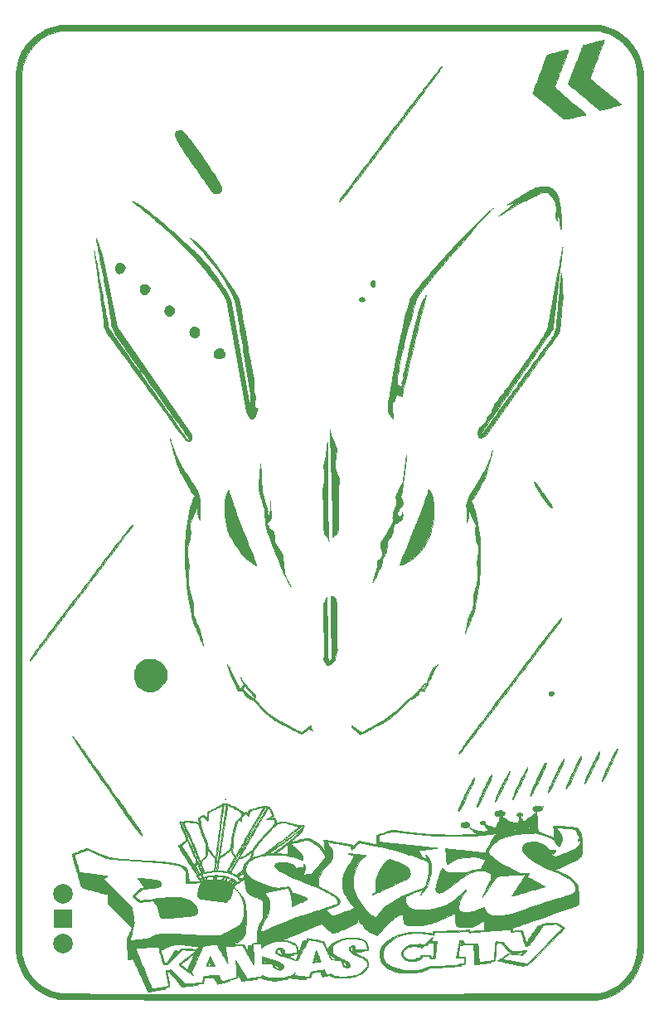
<source format=gbr>
%TF.GenerationSoftware,KiCad,Pcbnew,8.0.1*%
%TF.CreationDate,2024-04-08T18:38:36-05:00*%
%TF.ProjectId,BSidesKC24-L2S,42536964-6573-44b4-9332-342d4c32532e,rev?*%
%TF.SameCoordinates,Original*%
%TF.FileFunction,Soldermask,Top*%
%TF.FilePolarity,Negative*%
%FSLAX46Y46*%
G04 Gerber Fmt 4.6, Leading zero omitted, Abs format (unit mm)*
G04 Created by KiCad (PCBNEW 8.0.1) date 2024-04-08 18:38:36*
%MOMM*%
%LPD*%
G01*
G04 APERTURE LIST*
G04 Aperture macros list*
%AMRoundRect*
0 Rectangle with rounded corners*
0 $1 Rounding radius*
0 $2 $3 $4 $5 $6 $7 $8 $9 X,Y pos of 4 corners*
0 Add a 4 corners polygon primitive as box body*
4,1,4,$2,$3,$4,$5,$6,$7,$8,$9,$2,$3,0*
0 Add four circle primitives for the rounded corners*
1,1,$1+$1,$2,$3*
1,1,$1+$1,$4,$5*
1,1,$1+$1,$6,$7*
1,1,$1+$1,$8,$9*
0 Add four rect primitives between the rounded corners*
20,1,$1+$1,$2,$3,$4,$5,0*
20,1,$1+$1,$4,$5,$6,$7,0*
20,1,$1+$1,$6,$7,$8,$9,0*
20,1,$1+$1,$8,$9,$2,$3,0*%
G04 Aperture macros list end*
%ADD10C,0.010000*%
%ADD11RoundRect,0.200000X-0.750000X0.750000X-0.750000X-0.750000X0.750000X-0.750000X0.750000X0.750000X0*%
%ADD12C,2.000000*%
G04 APERTURE END LIST*
D10*
%TO.C,G\u002A\u002A\u002A*%
X79545639Y-132810032D02*
X79546500Y-132815834D01*
X79539278Y-132836450D01*
X79537166Y-132837000D01*
X79519095Y-132822168D01*
X79514750Y-132815834D01*
X79516428Y-132796329D01*
X79524084Y-132794667D01*
X79545639Y-132810032D01*
G36*
X79545639Y-132810032D02*
G01*
X79546500Y-132815834D01*
X79539278Y-132836450D01*
X79537166Y-132837000D01*
X79519095Y-132822168D01*
X79514750Y-132815834D01*
X79516428Y-132796329D01*
X79524084Y-132794667D01*
X79545639Y-132810032D01*
G37*
X109899446Y-134482402D02*
X109899500Y-134483972D01*
X109882540Y-134508430D01*
X109865981Y-134517500D01*
X109841168Y-134518074D01*
X109840846Y-134505212D01*
X109860235Y-134479827D01*
X109885752Y-134470057D01*
X109899446Y-134482402D01*
G36*
X109899446Y-134482402D02*
G01*
X109899500Y-134483972D01*
X109882540Y-134508430D01*
X109865981Y-134517500D01*
X109841168Y-134518074D01*
X109840846Y-134505212D01*
X109860235Y-134479827D01*
X109885752Y-134470057D01*
X109899446Y-134482402D01*
G37*
X111952667Y-133546084D02*
X111972859Y-133565104D01*
X111973834Y-133568499D01*
X111957457Y-133577591D01*
X111952667Y-133577834D01*
X111932314Y-133561562D01*
X111931500Y-133555418D01*
X111944468Y-133542776D01*
X111952667Y-133546084D01*
G36*
X111952667Y-133546084D02*
G01*
X111972859Y-133565104D01*
X111973834Y-133568499D01*
X111957457Y-133577591D01*
X111952667Y-133577834D01*
X111932314Y-133561562D01*
X111931500Y-133555418D01*
X111944468Y-133542776D01*
X111952667Y-133546084D01*
G37*
X85821619Y-110379971D02*
X85845808Y-110416585D01*
X85880890Y-110477693D01*
X85906989Y-110526282D01*
X85955249Y-110621083D01*
X85983927Y-110684077D01*
X85992545Y-110713909D01*
X85980623Y-110709226D01*
X85965491Y-110691887D01*
X85940953Y-110653773D01*
X85908249Y-110593500D01*
X85873222Y-110523181D01*
X85841713Y-110454932D01*
X85819562Y-110400866D01*
X85812451Y-110374479D01*
X85821619Y-110379971D01*
G36*
X85821619Y-110379971D02*
G01*
X85845808Y-110416585D01*
X85880890Y-110477693D01*
X85906989Y-110526282D01*
X85955249Y-110621083D01*
X85983927Y-110684077D01*
X85992545Y-110713909D01*
X85980623Y-110709226D01*
X85965491Y-110691887D01*
X85940953Y-110653773D01*
X85908249Y-110593500D01*
X85873222Y-110523181D01*
X85841713Y-110454932D01*
X85819562Y-110400866D01*
X85812451Y-110374479D01*
X85821619Y-110379971D01*
G37*
X86024016Y-110757436D02*
X86053684Y-110795487D01*
X86091032Y-110852116D01*
X86130055Y-110917876D01*
X86164748Y-110983317D01*
X86182335Y-111021688D01*
X86207163Y-111087455D01*
X86213003Y-111118319D01*
X86201955Y-111116082D01*
X86176119Y-111082547D01*
X86137596Y-111019519D01*
X86100116Y-110951091D01*
X86058733Y-110869981D01*
X86027432Y-110803530D01*
X86009941Y-110759988D01*
X86008032Y-110747413D01*
X86024016Y-110757436D01*
G36*
X86024016Y-110757436D02*
G01*
X86053684Y-110795487D01*
X86091032Y-110852116D01*
X86130055Y-110917876D01*
X86164748Y-110983317D01*
X86182335Y-111021688D01*
X86207163Y-111087455D01*
X86213003Y-111118319D01*
X86201955Y-111116082D01*
X86176119Y-111082547D01*
X86137596Y-111019519D01*
X86100116Y-110951091D01*
X86058733Y-110869981D01*
X86027432Y-110803530D01*
X86009941Y-110759988D01*
X86008032Y-110747413D01*
X86024016Y-110757436D01*
G37*
X106784032Y-97250530D02*
X106778732Y-97303852D01*
X106776491Y-97320128D01*
X106762653Y-97401025D01*
X106743159Y-97494331D01*
X106720573Y-97589941D01*
X106697460Y-97677747D01*
X106676386Y-97747642D01*
X106659916Y-97789521D01*
X106655818Y-97795584D01*
X106643181Y-97799557D01*
X106647513Y-97774417D01*
X106656812Y-97737385D01*
X106672580Y-97669116D01*
X106692508Y-97579788D01*
X106711559Y-97492264D01*
X106735597Y-97385823D01*
X106755959Y-97305523D01*
X106771550Y-97254271D01*
X106781273Y-97234971D01*
X106784032Y-97250530D01*
G36*
X106784032Y-97250530D02*
G01*
X106778732Y-97303852D01*
X106776491Y-97320128D01*
X106762653Y-97401025D01*
X106743159Y-97494331D01*
X106720573Y-97589941D01*
X106697460Y-97677747D01*
X106676386Y-97747642D01*
X106659916Y-97789521D01*
X106655818Y-97795584D01*
X106643181Y-97799557D01*
X106647513Y-97774417D01*
X106656812Y-97737385D01*
X106672580Y-97669116D01*
X106692508Y-97579788D01*
X106711559Y-97492264D01*
X106735597Y-97385823D01*
X106755959Y-97305523D01*
X106771550Y-97254271D01*
X106781273Y-97234971D01*
X106784032Y-97250530D01*
G37*
X93607438Y-81601119D02*
X93702092Y-81664067D01*
X93728264Y-81691095D01*
X93778224Y-81769887D01*
X93790994Y-81845572D01*
X93766853Y-81911673D01*
X93716865Y-81955868D01*
X93645120Y-81983228D01*
X93550355Y-82001035D01*
X93451231Y-82007134D01*
X93366410Y-81999372D01*
X93357750Y-81997322D01*
X93262806Y-81962915D01*
X93205803Y-81917739D01*
X93186269Y-81877228D01*
X93187386Y-81801110D01*
X93222378Y-81721653D01*
X93285658Y-81650844D01*
X93295384Y-81643117D01*
X93396652Y-81589820D01*
X93503148Y-81576096D01*
X93607438Y-81601119D01*
G36*
X93607438Y-81601119D02*
G01*
X93702092Y-81664067D01*
X93728264Y-81691095D01*
X93778224Y-81769887D01*
X93790994Y-81845572D01*
X93766853Y-81911673D01*
X93716865Y-81955868D01*
X93645120Y-81983228D01*
X93550355Y-82001035D01*
X93451231Y-82007134D01*
X93366410Y-81999372D01*
X93357750Y-81997322D01*
X93262806Y-81962915D01*
X93205803Y-81917739D01*
X93186269Y-81877228D01*
X93187386Y-81801110D01*
X93222378Y-81721653D01*
X93285658Y-81650844D01*
X93295384Y-81643117D01*
X93396652Y-81589820D01*
X93503148Y-81576096D01*
X93607438Y-81601119D01*
G37*
X94719540Y-79845511D02*
X94735348Y-79858491D01*
X94785449Y-79929476D01*
X94816550Y-80023294D01*
X94829224Y-80129756D01*
X94824044Y-80238672D01*
X94801583Y-80339852D01*
X94762415Y-80423108D01*
X94707113Y-80478250D01*
X94700261Y-80482063D01*
X94650270Y-80505480D01*
X94613980Y-80509668D01*
X94571729Y-80493890D01*
X94537953Y-80475959D01*
X94444181Y-80403034D01*
X94385396Y-80306837D01*
X94363299Y-80190244D01*
X94363167Y-80179753D01*
X94376148Y-80062433D01*
X94418236Y-79968949D01*
X94488900Y-79892898D01*
X94574434Y-79837862D01*
X94652223Y-79821940D01*
X94719540Y-79845511D01*
G36*
X94719540Y-79845511D02*
G01*
X94735348Y-79858491D01*
X94785449Y-79929476D01*
X94816550Y-80023294D01*
X94829224Y-80129756D01*
X94824044Y-80238672D01*
X94801583Y-80339852D01*
X94762415Y-80423108D01*
X94707113Y-80478250D01*
X94700261Y-80482063D01*
X94650270Y-80505480D01*
X94613980Y-80509668D01*
X94571729Y-80493890D01*
X94537953Y-80475959D01*
X94444181Y-80403034D01*
X94385396Y-80306837D01*
X94363299Y-80190244D01*
X94363167Y-80179753D01*
X94376148Y-80062433D01*
X94418236Y-79968949D01*
X94488900Y-79892898D01*
X94574434Y-79837862D01*
X94652223Y-79821940D01*
X94719540Y-79845511D01*
G37*
X112884395Y-121814334D02*
X112975423Y-121839428D01*
X113050165Y-121884351D01*
X113100106Y-121945600D01*
X113116834Y-122014223D01*
X113099857Y-122067196D01*
X113055371Y-122129873D01*
X112993043Y-122191706D01*
X112922538Y-122242150D01*
X112894765Y-122256525D01*
X112823646Y-122284614D01*
X112769299Y-122291873D01*
X112712559Y-122279852D01*
X112692594Y-122272860D01*
X112631839Y-122229589D01*
X112586729Y-122156075D01*
X112563221Y-122063287D01*
X112561230Y-122031073D01*
X112570919Y-121945022D01*
X112607811Y-121885376D01*
X112678980Y-121841303D01*
X112687529Y-121837638D01*
X112785592Y-121812570D01*
X112884395Y-121814334D01*
G36*
X112884395Y-121814334D02*
G01*
X112975423Y-121839428D01*
X113050165Y-121884351D01*
X113100106Y-121945600D01*
X113116834Y-122014223D01*
X113099857Y-122067196D01*
X113055371Y-122129873D01*
X112993043Y-122191706D01*
X112922538Y-122242150D01*
X112894765Y-122256525D01*
X112823646Y-122284614D01*
X112769299Y-122291873D01*
X112712559Y-122279852D01*
X112692594Y-122272860D01*
X112631839Y-122229589D01*
X112586729Y-122156075D01*
X112563221Y-122063287D01*
X112561230Y-122031073D01*
X112570919Y-121945022D01*
X112607811Y-121885376D01*
X112678980Y-121841303D01*
X112687529Y-121837638D01*
X112785592Y-121812570D01*
X112884395Y-121814334D01*
G37*
X104161124Y-135173766D02*
X104272878Y-135199851D01*
X104370576Y-135246845D01*
X104409045Y-135276021D01*
X104464653Y-135344753D01*
X104482421Y-135415500D01*
X104466520Y-135485061D01*
X104421119Y-135550236D01*
X104350390Y-135607822D01*
X104258503Y-135654619D01*
X104149629Y-135687426D01*
X104027938Y-135703042D01*
X103897600Y-135698265D01*
X103864946Y-135693639D01*
X103737116Y-135659785D01*
X103643632Y-135606251D01*
X103586203Y-135534410D01*
X103566697Y-135453856D01*
X103583036Y-135374499D01*
X103633771Y-135305820D01*
X103711981Y-135249282D01*
X103810742Y-135206347D01*
X103923135Y-135178475D01*
X104042236Y-135167127D01*
X104161124Y-135173766D01*
G36*
X104161124Y-135173766D02*
G01*
X104272878Y-135199851D01*
X104370576Y-135246845D01*
X104409045Y-135276021D01*
X104464653Y-135344753D01*
X104482421Y-135415500D01*
X104466520Y-135485061D01*
X104421119Y-135550236D01*
X104350390Y-135607822D01*
X104258503Y-135654619D01*
X104149629Y-135687426D01*
X104027938Y-135703042D01*
X103897600Y-135698265D01*
X103864946Y-135693639D01*
X103737116Y-135659785D01*
X103643632Y-135606251D01*
X103586203Y-135534410D01*
X103566697Y-135453856D01*
X103583036Y-135374499D01*
X103633771Y-135305820D01*
X103711981Y-135249282D01*
X103810742Y-135206347D01*
X103923135Y-135178475D01*
X104042236Y-135167127D01*
X104161124Y-135173766D01*
G37*
X111548261Y-133499042D02*
X111659957Y-133523220D01*
X111756469Y-133563038D01*
X111831130Y-133617685D01*
X111877268Y-133686354D01*
X111889167Y-133749503D01*
X111868803Y-133839608D01*
X111808756Y-133918345D01*
X111710597Y-133983855D01*
X111678910Y-133998542D01*
X111579620Y-134029158D01*
X111458570Y-134048975D01*
X111333467Y-134056432D01*
X111222016Y-134049971D01*
X111181974Y-134042343D01*
X111063029Y-133999428D01*
X110977709Y-133941029D01*
X110927786Y-133870960D01*
X110915034Y-133793038D01*
X110941226Y-133711078D01*
X110995458Y-133641062D01*
X111083032Y-133574905D01*
X111188768Y-133528434D01*
X111305998Y-133500840D01*
X111428052Y-133491312D01*
X111548261Y-133499042D01*
G36*
X111548261Y-133499042D02*
G01*
X111659957Y-133523220D01*
X111756469Y-133563038D01*
X111831130Y-133617685D01*
X111877268Y-133686354D01*
X111889167Y-133749503D01*
X111868803Y-133839608D01*
X111808756Y-133918345D01*
X111710597Y-133983855D01*
X111678910Y-133998542D01*
X111579620Y-134029158D01*
X111458570Y-134048975D01*
X111333467Y-134056432D01*
X111222016Y-134049971D01*
X111181974Y-134042343D01*
X111063029Y-133999428D01*
X110977709Y-133941029D01*
X110927786Y-133870960D01*
X110915034Y-133793038D01*
X110941226Y-133711078D01*
X110995458Y-133641062D01*
X111083032Y-133574905D01*
X111188768Y-133528434D01*
X111305998Y-133500840D01*
X111428052Y-133491312D01*
X111548261Y-133499042D01*
G37*
X68863520Y-78068095D02*
X68976242Y-78111623D01*
X69090280Y-78189988D01*
X69098087Y-78196453D01*
X69201674Y-78302569D01*
X69263352Y-78413327D01*
X69283403Y-78529885D01*
X69262107Y-78653404D01*
X69228386Y-78733745D01*
X69142772Y-78869556D01*
X69039038Y-78980240D01*
X68922883Y-79062642D01*
X68800008Y-79113604D01*
X68676115Y-79129968D01*
X68556903Y-79108577D01*
X68553702Y-79107409D01*
X68440141Y-79044922D01*
X68356749Y-78952771D01*
X68303572Y-78831042D01*
X68280660Y-78679819D01*
X68279692Y-78629167D01*
X68295831Y-78461379D01*
X68340212Y-78318786D01*
X68410651Y-78204115D01*
X68504963Y-78120092D01*
X68620964Y-78069443D01*
X68740099Y-78054643D01*
X68863520Y-78068095D01*
G36*
X68863520Y-78068095D02*
G01*
X68976242Y-78111623D01*
X69090280Y-78189988D01*
X69098087Y-78196453D01*
X69201674Y-78302569D01*
X69263352Y-78413327D01*
X69283403Y-78529885D01*
X69262107Y-78653404D01*
X69228386Y-78733745D01*
X69142772Y-78869556D01*
X69039038Y-78980240D01*
X68922883Y-79062642D01*
X68800008Y-79113604D01*
X68676115Y-79129968D01*
X68556903Y-79108577D01*
X68553702Y-79107409D01*
X68440141Y-79044922D01*
X68356749Y-78952771D01*
X68303572Y-78831042D01*
X68280660Y-78679819D01*
X68279692Y-78629167D01*
X68295831Y-78461379D01*
X68340212Y-78318786D01*
X68410651Y-78204115D01*
X68504963Y-78120092D01*
X68620964Y-78069443D01*
X68740099Y-78054643D01*
X68863520Y-78068095D01*
G37*
X71272056Y-80232256D02*
X71393915Y-80250695D01*
X71513033Y-80299544D01*
X71622127Y-80372396D01*
X71713913Y-80462846D01*
X71781106Y-80564490D01*
X71816422Y-80670920D01*
X71819995Y-80714084D01*
X71803612Y-80803757D01*
X71758490Y-80906369D01*
X71691650Y-81012197D01*
X71610110Y-81111518D01*
X71520889Y-81194610D01*
X71432310Y-81251137D01*
X71306959Y-81293962D01*
X71184753Y-81305741D01*
X71101773Y-81292946D01*
X70987315Y-81238943D01*
X70899272Y-81153133D01*
X70839158Y-81037943D01*
X70808488Y-80895799D01*
X70804667Y-80816555D01*
X70819858Y-80651153D01*
X70863644Y-80508488D01*
X70933344Y-80391912D01*
X71026274Y-80304778D01*
X71139754Y-80250439D01*
X71271101Y-80232248D01*
X71272056Y-80232256D01*
G36*
X71272056Y-80232256D02*
G01*
X71393915Y-80250695D01*
X71513033Y-80299544D01*
X71622127Y-80372396D01*
X71713913Y-80462846D01*
X71781106Y-80564490D01*
X71816422Y-80670920D01*
X71819995Y-80714084D01*
X71803612Y-80803757D01*
X71758490Y-80906369D01*
X71691650Y-81012197D01*
X71610110Y-81111518D01*
X71520889Y-81194610D01*
X71432310Y-81251137D01*
X71306959Y-81293962D01*
X71184753Y-81305741D01*
X71101773Y-81292946D01*
X70987315Y-81238943D01*
X70899272Y-81153133D01*
X70839158Y-81037943D01*
X70808488Y-80895799D01*
X70804667Y-80816555D01*
X70819858Y-80651153D01*
X70863644Y-80508488D01*
X70933344Y-80391912D01*
X71026274Y-80304778D01*
X71139754Y-80250439D01*
X71271101Y-80232248D01*
X71272056Y-80232256D01*
G37*
X76491707Y-84605294D02*
X76625854Y-84654162D01*
X76740775Y-84729692D01*
X76793734Y-84783442D01*
X76854795Y-84889252D01*
X76886059Y-85016993D01*
X76887252Y-85158259D01*
X76858102Y-85304641D01*
X76814347Y-85416498D01*
X76738909Y-85527630D01*
X76638306Y-85610214D01*
X76520378Y-85661359D01*
X76392966Y-85678178D01*
X76263909Y-85657781D01*
X76212750Y-85638177D01*
X76124209Y-85581081D01*
X76036059Y-85495372D01*
X75959621Y-85393336D01*
X75919896Y-85320424D01*
X75888707Y-85220256D01*
X75874716Y-85104267D01*
X75878116Y-84988187D01*
X75899099Y-84887747D01*
X75914160Y-84852167D01*
X75996149Y-84732151D01*
X76097572Y-84649281D01*
X76221111Y-84601934D01*
X76350334Y-84588366D01*
X76491707Y-84605294D01*
G36*
X76491707Y-84605294D02*
G01*
X76625854Y-84654162D01*
X76740775Y-84729692D01*
X76793734Y-84783442D01*
X76854795Y-84889252D01*
X76886059Y-85016993D01*
X76887252Y-85158259D01*
X76858102Y-85304641D01*
X76814347Y-85416498D01*
X76738909Y-85527630D01*
X76638306Y-85610214D01*
X76520378Y-85661359D01*
X76392966Y-85678178D01*
X76263909Y-85657781D01*
X76212750Y-85638177D01*
X76124209Y-85581081D01*
X76036059Y-85495372D01*
X75959621Y-85393336D01*
X75919896Y-85320424D01*
X75888707Y-85220256D01*
X75874716Y-85104267D01*
X75878116Y-84988187D01*
X75899099Y-84887747D01*
X75914160Y-84852167D01*
X75996149Y-84732151D01*
X76097572Y-84649281D01*
X76221111Y-84601934D01*
X76350334Y-84588366D01*
X76491707Y-84605294D01*
G37*
X73783189Y-82411420D02*
X73867554Y-82417770D01*
X73948392Y-82433471D01*
X73984511Y-82445430D01*
X74050808Y-82483839D01*
X74128887Y-82543830D01*
X74206510Y-82614347D01*
X74271435Y-82684335D01*
X74309598Y-82739074D01*
X74337056Y-82836285D01*
X74330490Y-82948475D01*
X74292087Y-83068697D01*
X74224035Y-83190001D01*
X74132603Y-83301268D01*
X74022247Y-83391922D01*
X73899306Y-83453934D01*
X73773218Y-83483892D01*
X73653422Y-83478383D01*
X73646822Y-83476894D01*
X73534715Y-83430039D01*
X73443956Y-83351092D01*
X73376984Y-83245831D01*
X73336237Y-83120040D01*
X73324153Y-82979499D01*
X73343171Y-82829989D01*
X73355054Y-82785096D01*
X73412639Y-82646170D01*
X73496394Y-82536234D01*
X73571835Y-82473467D01*
X73635226Y-82434954D01*
X73695763Y-82416363D01*
X73774844Y-82411412D01*
X73783189Y-82411420D01*
G36*
X73783189Y-82411420D02*
G01*
X73867554Y-82417770D01*
X73948392Y-82433471D01*
X73984511Y-82445430D01*
X74050808Y-82483839D01*
X74128887Y-82543830D01*
X74206510Y-82614347D01*
X74271435Y-82684335D01*
X74309598Y-82739074D01*
X74337056Y-82836285D01*
X74330490Y-82948475D01*
X74292087Y-83068697D01*
X74224035Y-83190001D01*
X74132603Y-83301268D01*
X74022247Y-83391922D01*
X73899306Y-83453934D01*
X73773218Y-83483892D01*
X73653422Y-83478383D01*
X73646822Y-83476894D01*
X73534715Y-83430039D01*
X73443956Y-83351092D01*
X73376984Y-83245831D01*
X73336237Y-83120040D01*
X73324153Y-82979499D01*
X73343171Y-82829989D01*
X73355054Y-82785096D01*
X73412639Y-82646170D01*
X73496394Y-82536234D01*
X73571835Y-82473467D01*
X73635226Y-82434954D01*
X73695763Y-82416363D01*
X73774844Y-82411412D01*
X73783189Y-82411420D01*
G37*
X79074949Y-86814829D02*
X79190395Y-86857228D01*
X79266089Y-86910349D01*
X79342291Y-87004573D01*
X79406375Y-87126588D01*
X79453211Y-87262433D01*
X79477670Y-87398148D01*
X79478501Y-87488462D01*
X79463138Y-87585966D01*
X79430905Y-87654727D01*
X79373988Y-87703998D01*
X79284573Y-87743033D01*
X79255545Y-87752489D01*
X79169617Y-87773103D01*
X79062104Y-87789927D01*
X78944381Y-87802175D01*
X78827821Y-87809058D01*
X78723797Y-87809789D01*
X78643684Y-87803580D01*
X78613931Y-87796921D01*
X78520282Y-87754458D01*
X78453688Y-87694807D01*
X78410871Y-87612070D01*
X78388558Y-87500350D01*
X78383263Y-87381584D01*
X78397778Y-87216654D01*
X78442354Y-87080329D01*
X78518534Y-86969926D01*
X78627863Y-86882761D01*
X78689250Y-86849946D01*
X78812993Y-86809996D01*
X78945354Y-86798688D01*
X79074949Y-86814829D01*
G36*
X79074949Y-86814829D02*
G01*
X79190395Y-86857228D01*
X79266089Y-86910349D01*
X79342291Y-87004573D01*
X79406375Y-87126588D01*
X79453211Y-87262433D01*
X79477670Y-87398148D01*
X79478501Y-87488462D01*
X79463138Y-87585966D01*
X79430905Y-87654727D01*
X79373988Y-87703998D01*
X79284573Y-87743033D01*
X79255545Y-87752489D01*
X79169617Y-87773103D01*
X79062104Y-87789927D01*
X78944381Y-87802175D01*
X78827821Y-87809058D01*
X78723797Y-87809789D01*
X78643684Y-87803580D01*
X78613931Y-87796921D01*
X78520282Y-87754458D01*
X78453688Y-87694807D01*
X78410871Y-87612070D01*
X78388558Y-87500350D01*
X78383263Y-87381584D01*
X78397778Y-87216654D01*
X78442354Y-87080329D01*
X78518534Y-86969926D01*
X78627863Y-86882761D01*
X78689250Y-86849946D01*
X78812993Y-86809996D01*
X78945354Y-86798688D01*
X79074949Y-86814829D01*
G37*
X107731243Y-133985133D02*
X107791140Y-133996312D01*
X107849237Y-134016609D01*
X107862394Y-134022155D01*
X107963418Y-134075161D01*
X108027359Y-134133840D01*
X108059462Y-134204248D01*
X108065689Y-134256773D01*
X108063182Y-134312302D01*
X108046699Y-134353994D01*
X108008124Y-134397602D01*
X107979754Y-134423503D01*
X107905216Y-134477320D01*
X107818410Y-134523168D01*
X107781819Y-134537244D01*
X107672372Y-134560383D01*
X107541024Y-134570060D01*
X107406034Y-134566199D01*
X107285661Y-134548725D01*
X107250567Y-134539441D01*
X107166348Y-134499872D01*
X107093630Y-134441190D01*
X107041987Y-134373290D01*
X107020989Y-134306067D01*
X107020913Y-134302055D01*
X107041687Y-134213585D01*
X107102514Y-134133322D01*
X107201529Y-134063554D01*
X107225418Y-134051225D01*
X107293824Y-134020792D01*
X107358060Y-134001499D01*
X107432828Y-133990295D01*
X107532834Y-133984130D01*
X107552268Y-133983403D01*
X107656101Y-133981390D01*
X107731243Y-133985133D01*
G36*
X107731243Y-133985133D02*
G01*
X107791140Y-133996312D01*
X107849237Y-134016609D01*
X107862394Y-134022155D01*
X107963418Y-134075161D01*
X108027359Y-134133840D01*
X108059462Y-134204248D01*
X108065689Y-134256773D01*
X108063182Y-134312302D01*
X108046699Y-134353994D01*
X108008124Y-134397602D01*
X107979754Y-134423503D01*
X107905216Y-134477320D01*
X107818410Y-134523168D01*
X107781819Y-134537244D01*
X107672372Y-134560383D01*
X107541024Y-134570060D01*
X107406034Y-134566199D01*
X107285661Y-134548725D01*
X107250567Y-134539441D01*
X107166348Y-134499872D01*
X107093630Y-134441190D01*
X107041987Y-134373290D01*
X107020989Y-134306067D01*
X107020913Y-134302055D01*
X107041687Y-134213585D01*
X107102514Y-134133322D01*
X107201529Y-134063554D01*
X107225418Y-134051225D01*
X107293824Y-134020792D01*
X107358060Y-134001499D01*
X107432828Y-133990295D01*
X107532834Y-133984130D01*
X107552268Y-133983403D01*
X107656101Y-133981390D01*
X107731243Y-133985133D01*
G37*
X111096667Y-100419322D02*
X111128210Y-100440263D01*
X111171677Y-100481142D01*
X111228546Y-100543795D01*
X111300291Y-100630059D01*
X111388390Y-100741767D01*
X111494319Y-100880757D01*
X111619553Y-101048863D01*
X111765571Y-101247922D01*
X111933847Y-101479768D01*
X111961356Y-101517843D01*
X112170383Y-101809870D01*
X112352498Y-102069818D01*
X112507945Y-102298083D01*
X112636967Y-102495061D01*
X112739809Y-102661149D01*
X112816713Y-102796742D01*
X112867924Y-102902237D01*
X112893686Y-102978031D01*
X112894242Y-103024520D01*
X112891518Y-103030073D01*
X112861722Y-103063262D01*
X112825550Y-103066209D01*
X112770946Y-103039645D01*
X112767584Y-103037597D01*
X112694415Y-102980872D01*
X112603577Y-102891045D01*
X112497831Y-102772091D01*
X112379941Y-102627984D01*
X112252667Y-102462698D01*
X112118772Y-102280209D01*
X111981019Y-102084491D01*
X111842169Y-101879517D01*
X111704985Y-101669264D01*
X111572228Y-101457704D01*
X111446660Y-101248814D01*
X111331045Y-101046566D01*
X111228144Y-100854937D01*
X111169285Y-100737750D01*
X111111622Y-100614055D01*
X111075334Y-100523121D01*
X111059484Y-100461736D01*
X111063133Y-100426686D01*
X111075573Y-100416485D01*
X111096667Y-100419322D01*
G36*
X111096667Y-100419322D02*
G01*
X111128210Y-100440263D01*
X111171677Y-100481142D01*
X111228546Y-100543795D01*
X111300291Y-100630059D01*
X111388390Y-100741767D01*
X111494319Y-100880757D01*
X111619553Y-101048863D01*
X111765571Y-101247922D01*
X111933847Y-101479768D01*
X111961356Y-101517843D01*
X112170383Y-101809870D01*
X112352498Y-102069818D01*
X112507945Y-102298083D01*
X112636967Y-102495061D01*
X112739809Y-102661149D01*
X112816713Y-102796742D01*
X112867924Y-102902237D01*
X112893686Y-102978031D01*
X112894242Y-103024520D01*
X112891518Y-103030073D01*
X112861722Y-103063262D01*
X112825550Y-103066209D01*
X112770946Y-103039645D01*
X112767584Y-103037597D01*
X112694415Y-102980872D01*
X112603577Y-102891045D01*
X112497831Y-102772091D01*
X112379941Y-102627984D01*
X112252667Y-102462698D01*
X112118772Y-102280209D01*
X111981019Y-102084491D01*
X111842169Y-101879517D01*
X111704985Y-101669264D01*
X111572228Y-101457704D01*
X111446660Y-101248814D01*
X111331045Y-101046566D01*
X111228144Y-100854937D01*
X111169285Y-100737750D01*
X111111622Y-100614055D01*
X111075334Y-100523121D01*
X111059484Y-100461736D01*
X111063133Y-100426686D01*
X111075573Y-100416485D01*
X111096667Y-100419322D01*
G37*
X110404068Y-129595695D02*
X110401135Y-129649354D01*
X110380259Y-129736169D01*
X110342350Y-129853999D01*
X110288317Y-130000704D01*
X110219072Y-130174142D01*
X110135522Y-130372174D01*
X110038579Y-130592657D01*
X109929152Y-130833453D01*
X109808150Y-131092419D01*
X109676483Y-131367415D01*
X109535062Y-131656300D01*
X109384795Y-131956934D01*
X109335720Y-132053834D01*
X109224298Y-132270416D01*
X109129186Y-132449219D01*
X109049716Y-132591243D01*
X108985219Y-132697486D01*
X108935026Y-132768949D01*
X108898468Y-132806632D01*
X108874877Y-132811534D01*
X108863583Y-132784654D01*
X108862334Y-132761447D01*
X108871335Y-132711607D01*
X108897226Y-132629567D01*
X108938341Y-132518804D01*
X108993012Y-132382800D01*
X109059571Y-132225033D01*
X109136352Y-132048983D01*
X109221687Y-131858129D01*
X109313909Y-131655950D01*
X109411350Y-131445926D01*
X109512344Y-131231536D01*
X109615222Y-131016259D01*
X109718318Y-130803574D01*
X109819965Y-130596962D01*
X109918495Y-130399901D01*
X110012240Y-130215871D01*
X110099535Y-130048351D01*
X110178710Y-129900820D01*
X110248099Y-129776758D01*
X110306035Y-129679643D01*
X110350851Y-129612957D01*
X110380878Y-129580176D01*
X110388149Y-129577334D01*
X110404068Y-129595695D01*
G36*
X110404068Y-129595695D02*
G01*
X110401135Y-129649354D01*
X110380259Y-129736169D01*
X110342350Y-129853999D01*
X110288317Y-130000704D01*
X110219072Y-130174142D01*
X110135522Y-130372174D01*
X110038579Y-130592657D01*
X109929152Y-130833453D01*
X109808150Y-131092419D01*
X109676483Y-131367415D01*
X109535062Y-131656300D01*
X109384795Y-131956934D01*
X109335720Y-132053834D01*
X109224298Y-132270416D01*
X109129186Y-132449219D01*
X109049716Y-132591243D01*
X108985219Y-132697486D01*
X108935026Y-132768949D01*
X108898468Y-132806632D01*
X108874877Y-132811534D01*
X108863583Y-132784654D01*
X108862334Y-132761447D01*
X108871335Y-132711607D01*
X108897226Y-132629567D01*
X108938341Y-132518804D01*
X108993012Y-132382800D01*
X109059571Y-132225033D01*
X109136352Y-132048983D01*
X109221687Y-131858129D01*
X109313909Y-131655950D01*
X109411350Y-131445926D01*
X109512344Y-131231536D01*
X109615222Y-131016259D01*
X109718318Y-130803574D01*
X109819965Y-130596962D01*
X109918495Y-130399901D01*
X110012240Y-130215871D01*
X110099535Y-130048351D01*
X110178710Y-129900820D01*
X110248099Y-129776758D01*
X110306035Y-129679643D01*
X110350851Y-129612957D01*
X110380878Y-129580176D01*
X110388149Y-129577334D01*
X110404068Y-129595695D01*
G37*
X106747468Y-130351853D02*
X106740746Y-130404830D01*
X106716162Y-130495516D01*
X106673453Y-130624094D01*
X106664067Y-130650583D01*
X106612306Y-130788584D01*
X106545941Y-130954521D01*
X106467154Y-131143671D01*
X106378127Y-131351312D01*
X106281042Y-131572723D01*
X106178083Y-131803180D01*
X106071430Y-132037963D01*
X105963267Y-132272349D01*
X105855775Y-132501616D01*
X105751137Y-132721041D01*
X105651536Y-132925903D01*
X105559153Y-133111480D01*
X105476171Y-133273049D01*
X105404773Y-133405888D01*
X105347139Y-133505276D01*
X105338156Y-133519625D01*
X105289180Y-133592189D01*
X105254766Y-133630719D01*
X105230357Y-133638950D01*
X105212580Y-133622587D01*
X105208224Y-133582033D01*
X105221725Y-133507160D01*
X105251631Y-133401323D01*
X105296489Y-133267875D01*
X105354847Y-133110172D01*
X105425255Y-132931569D01*
X105506260Y-132735419D01*
X105596410Y-132525078D01*
X105694253Y-132303900D01*
X105798337Y-132075240D01*
X105907212Y-131842452D01*
X106019424Y-131608891D01*
X106133521Y-131377911D01*
X106248053Y-131152867D01*
X106361567Y-130937114D01*
X106427448Y-130815584D01*
X106522367Y-130646167D01*
X106601003Y-130513356D01*
X106663095Y-130417336D01*
X106708379Y-130358290D01*
X106736591Y-130336400D01*
X106747468Y-130351853D01*
G36*
X106747468Y-130351853D02*
G01*
X106740746Y-130404830D01*
X106716162Y-130495516D01*
X106673453Y-130624094D01*
X106664067Y-130650583D01*
X106612306Y-130788584D01*
X106545941Y-130954521D01*
X106467154Y-131143671D01*
X106378127Y-131351312D01*
X106281042Y-131572723D01*
X106178083Y-131803180D01*
X106071430Y-132037963D01*
X105963267Y-132272349D01*
X105855775Y-132501616D01*
X105751137Y-132721041D01*
X105651536Y-132925903D01*
X105559153Y-133111480D01*
X105476171Y-133273049D01*
X105404773Y-133405888D01*
X105347139Y-133505276D01*
X105338156Y-133519625D01*
X105289180Y-133592189D01*
X105254766Y-133630719D01*
X105230357Y-133638950D01*
X105212580Y-133622587D01*
X105208224Y-133582033D01*
X105221725Y-133507160D01*
X105251631Y-133401323D01*
X105296489Y-133267875D01*
X105354847Y-133110172D01*
X105425255Y-132931569D01*
X105506260Y-132735419D01*
X105596410Y-132525078D01*
X105694253Y-132303900D01*
X105798337Y-132075240D01*
X105907212Y-131842452D01*
X106019424Y-131608891D01*
X106133521Y-131377911D01*
X106248053Y-131152867D01*
X106361567Y-130937114D01*
X106427448Y-130815584D01*
X106522367Y-130646167D01*
X106601003Y-130513356D01*
X106663095Y-130417336D01*
X106708379Y-130358290D01*
X106736591Y-130336400D01*
X106747468Y-130351853D01*
G37*
X112269376Y-129115759D02*
X112288254Y-129136125D01*
X112291334Y-129176091D01*
X112281731Y-129236905D01*
X112253375Y-129333514D01*
X112206944Y-129464102D01*
X112143116Y-129626854D01*
X112062568Y-129819955D01*
X111979410Y-130011250D01*
X111934428Y-130110673D01*
X111875715Y-130236684D01*
X111805404Y-130384977D01*
X111725628Y-130551245D01*
X111638519Y-130731180D01*
X111546209Y-130920475D01*
X111450832Y-131114825D01*
X111354520Y-131309921D01*
X111259406Y-131501457D01*
X111167622Y-131685126D01*
X111081301Y-131856622D01*
X111002575Y-132011636D01*
X110933577Y-132145863D01*
X110876440Y-132254995D01*
X110833296Y-132334725D01*
X110806279Y-132380747D01*
X110805680Y-132381651D01*
X110751128Y-132453380D01*
X110707462Y-132490311D01*
X110677101Y-132491520D01*
X110662467Y-132456084D01*
X110661500Y-132436732D01*
X110667267Y-132392430D01*
X110684992Y-132326360D01*
X110715312Y-132237061D01*
X110758864Y-132123073D01*
X110816285Y-131982935D01*
X110888211Y-131815188D01*
X110975281Y-131618371D01*
X111078130Y-131391024D01*
X111197396Y-131131687D01*
X111333716Y-130838900D01*
X111487727Y-130511201D01*
X111660064Y-130147132D01*
X111661769Y-130143542D01*
X112151697Y-129111667D01*
X112221515Y-129111667D01*
X112269376Y-129115759D01*
G36*
X112269376Y-129115759D02*
G01*
X112288254Y-129136125D01*
X112291334Y-129176091D01*
X112281731Y-129236905D01*
X112253375Y-129333514D01*
X112206944Y-129464102D01*
X112143116Y-129626854D01*
X112062568Y-129819955D01*
X111979410Y-130011250D01*
X111934428Y-130110673D01*
X111875715Y-130236684D01*
X111805404Y-130384977D01*
X111725628Y-130551245D01*
X111638519Y-130731180D01*
X111546209Y-130920475D01*
X111450832Y-131114825D01*
X111354520Y-131309921D01*
X111259406Y-131501457D01*
X111167622Y-131685126D01*
X111081301Y-131856622D01*
X111002575Y-132011636D01*
X110933577Y-132145863D01*
X110876440Y-132254995D01*
X110833296Y-132334725D01*
X110806279Y-132380747D01*
X110805680Y-132381651D01*
X110751128Y-132453380D01*
X110707462Y-132490311D01*
X110677101Y-132491520D01*
X110662467Y-132456084D01*
X110661500Y-132436732D01*
X110667267Y-132392430D01*
X110684992Y-132326360D01*
X110715312Y-132237061D01*
X110758864Y-132123073D01*
X110816285Y-131982935D01*
X110888211Y-131815188D01*
X110975281Y-131618371D01*
X111078130Y-131391024D01*
X111197396Y-131131687D01*
X111333716Y-130838900D01*
X111487727Y-130511201D01*
X111660064Y-130147132D01*
X111661769Y-130143542D01*
X112151697Y-129111667D01*
X112221515Y-129111667D01*
X112269376Y-129115759D01*
G37*
X108582285Y-129948637D02*
X108587145Y-129972983D01*
X108587167Y-129975647D01*
X108577888Y-130026771D01*
X108551244Y-130111808D01*
X108509024Y-130226922D01*
X108453015Y-130368272D01*
X108385006Y-130532020D01*
X108306785Y-130714328D01*
X108220140Y-130911358D01*
X108126861Y-131119270D01*
X108028734Y-131334226D01*
X107927550Y-131552387D01*
X107825095Y-131769916D01*
X107723159Y-131982973D01*
X107623529Y-132187720D01*
X107527994Y-132380318D01*
X107438342Y-132556929D01*
X107356362Y-132713715D01*
X107283842Y-132846836D01*
X107222570Y-132952453D01*
X107174335Y-133026730D01*
X107153018Y-133053959D01*
X107115997Y-133086509D01*
X107094140Y-133082064D01*
X107086331Y-133039329D01*
X107089157Y-132979875D01*
X107103003Y-132915523D01*
X107135099Y-132817283D01*
X107183848Y-132688664D01*
X107247653Y-132533169D01*
X107324915Y-132354305D01*
X107414038Y-132155578D01*
X107513425Y-131940493D01*
X107621477Y-131712557D01*
X107736598Y-131475275D01*
X107857190Y-131232152D01*
X107981656Y-130986696D01*
X108108399Y-130742411D01*
X108110104Y-130739164D01*
X108222185Y-130527059D01*
X108316765Y-130351071D01*
X108395013Y-130209326D01*
X108458102Y-130099950D01*
X108507202Y-130021067D01*
X108543485Y-129970804D01*
X108568122Y-129947285D01*
X108582285Y-129948637D01*
G36*
X108582285Y-129948637D02*
G01*
X108587145Y-129972983D01*
X108587167Y-129975647D01*
X108577888Y-130026771D01*
X108551244Y-130111808D01*
X108509024Y-130226922D01*
X108453015Y-130368272D01*
X108385006Y-130532020D01*
X108306785Y-130714328D01*
X108220140Y-130911358D01*
X108126861Y-131119270D01*
X108028734Y-131334226D01*
X107927550Y-131552387D01*
X107825095Y-131769916D01*
X107723159Y-131982973D01*
X107623529Y-132187720D01*
X107527994Y-132380318D01*
X107438342Y-132556929D01*
X107356362Y-132713715D01*
X107283842Y-132846836D01*
X107222570Y-132952453D01*
X107174335Y-133026730D01*
X107153018Y-133053959D01*
X107115997Y-133086509D01*
X107094140Y-133082064D01*
X107086331Y-133039329D01*
X107089157Y-132979875D01*
X107103003Y-132915523D01*
X107135099Y-132817283D01*
X107183848Y-132688664D01*
X107247653Y-132533169D01*
X107324915Y-132354305D01*
X107414038Y-132155578D01*
X107513425Y-131940493D01*
X107621477Y-131712557D01*
X107736598Y-131475275D01*
X107857190Y-131232152D01*
X107981656Y-130986696D01*
X108108399Y-130742411D01*
X108110104Y-130739164D01*
X108222185Y-130527059D01*
X108316765Y-130351071D01*
X108395013Y-130209326D01*
X108458102Y-130099950D01*
X108507202Y-130021067D01*
X108543485Y-129970804D01*
X108568122Y-129947285D01*
X108582285Y-129948637D01*
G37*
X114114849Y-128725436D02*
X114128263Y-128763456D01*
X114124432Y-128828953D01*
X114113962Y-128876806D01*
X114088881Y-128953555D01*
X114046232Y-129063642D01*
X113987987Y-129203009D01*
X113916116Y-129367596D01*
X113832592Y-129553344D01*
X113739386Y-129756193D01*
X113638469Y-129972084D01*
X113531813Y-130196958D01*
X113421390Y-130426757D01*
X113309170Y-130657419D01*
X113197126Y-130884887D01*
X113087229Y-131105101D01*
X112981450Y-131314002D01*
X112881761Y-131507531D01*
X112790134Y-131681627D01*
X112708540Y-131832233D01*
X112638950Y-131955289D01*
X112583336Y-132046735D01*
X112552941Y-132090875D01*
X112507215Y-132142284D01*
X112476145Y-132157749D01*
X112461808Y-132136550D01*
X112461084Y-132122625D01*
X112471296Y-132065208D01*
X112500495Y-131972250D01*
X112547844Y-131845618D01*
X112612507Y-131687177D01*
X112693648Y-131498791D01*
X112790430Y-131282327D01*
X112902019Y-131039650D01*
X113027577Y-130772625D01*
X113166268Y-130483118D01*
X113317256Y-130172993D01*
X113479706Y-129844117D01*
X113507145Y-129789000D01*
X113635974Y-129531875D01*
X113747582Y-129312128D01*
X113842530Y-129128722D01*
X113921380Y-128980619D01*
X113984694Y-128866779D01*
X114033034Y-128786167D01*
X114066962Y-128737742D01*
X114085303Y-128720945D01*
X114114849Y-128725436D01*
G36*
X114114849Y-128725436D02*
G01*
X114128263Y-128763456D01*
X114124432Y-128828953D01*
X114113962Y-128876806D01*
X114088881Y-128953555D01*
X114046232Y-129063642D01*
X113987987Y-129203009D01*
X113916116Y-129367596D01*
X113832592Y-129553344D01*
X113739386Y-129756193D01*
X113638469Y-129972084D01*
X113531813Y-130196958D01*
X113421390Y-130426757D01*
X113309170Y-130657419D01*
X113197126Y-130884887D01*
X113087229Y-131105101D01*
X112981450Y-131314002D01*
X112881761Y-131507531D01*
X112790134Y-131681627D01*
X112708540Y-131832233D01*
X112638950Y-131955289D01*
X112583336Y-132046735D01*
X112552941Y-132090875D01*
X112507215Y-132142284D01*
X112476145Y-132157749D01*
X112461808Y-132136550D01*
X112461084Y-132122625D01*
X112471296Y-132065208D01*
X112500495Y-131972250D01*
X112547844Y-131845618D01*
X112612507Y-131687177D01*
X112693648Y-131498791D01*
X112790430Y-131282327D01*
X112902019Y-131039650D01*
X113027577Y-130772625D01*
X113166268Y-130483118D01*
X113317256Y-130172993D01*
X113479706Y-129844117D01*
X113507145Y-129789000D01*
X113635974Y-129531875D01*
X113747582Y-129312128D01*
X113842530Y-129128722D01*
X113921380Y-128980619D01*
X113984694Y-128866779D01*
X114033034Y-128786167D01*
X114066962Y-128737742D01*
X114085303Y-128720945D01*
X114114849Y-128725436D01*
G37*
X117740334Y-127972913D02*
X117751954Y-127992413D01*
X117761209Y-128024457D01*
X117762043Y-128028190D01*
X117763045Y-128072948D01*
X117750528Y-128139918D01*
X117723771Y-128230872D01*
X117682053Y-128347579D01*
X117624652Y-128491809D01*
X117550847Y-128665332D01*
X117459918Y-128869919D01*
X117351143Y-129107339D01*
X117223800Y-129379363D01*
X117136577Y-129563296D01*
X117023000Y-129799286D01*
X116910678Y-130027838D01*
X116801256Y-130245914D01*
X116696376Y-130450478D01*
X116597681Y-130638491D01*
X116506813Y-130806917D01*
X116425416Y-130952719D01*
X116355133Y-131072859D01*
X116297606Y-131164300D01*
X116254478Y-131224006D01*
X116227393Y-131248938D01*
X116224477Y-131249500D01*
X116211031Y-131230688D01*
X116213182Y-131178397D01*
X116213725Y-131174957D01*
X116233434Y-131096215D01*
X116272875Y-130980685D01*
X116331810Y-130828906D01*
X116410002Y-130641418D01*
X116507212Y-130418760D01*
X116623204Y-130161471D01*
X116757739Y-129870091D01*
X116910579Y-129545158D01*
X117081488Y-129187212D01*
X117180098Y-128982678D01*
X117293855Y-128748025D01*
X117390977Y-128549319D01*
X117472891Y-128384219D01*
X117541025Y-128250385D01*
X117596805Y-128145477D01*
X117641657Y-128067155D01*
X117677010Y-128013077D01*
X117704289Y-127980905D01*
X117724921Y-127968297D01*
X117740334Y-127972913D01*
G36*
X117740334Y-127972913D02*
G01*
X117751954Y-127992413D01*
X117761209Y-128024457D01*
X117762043Y-128028190D01*
X117763045Y-128072948D01*
X117750528Y-128139918D01*
X117723771Y-128230872D01*
X117682053Y-128347579D01*
X117624652Y-128491809D01*
X117550847Y-128665332D01*
X117459918Y-128869919D01*
X117351143Y-129107339D01*
X117223800Y-129379363D01*
X117136577Y-129563296D01*
X117023000Y-129799286D01*
X116910678Y-130027838D01*
X116801256Y-130245914D01*
X116696376Y-130450478D01*
X116597681Y-130638491D01*
X116506813Y-130806917D01*
X116425416Y-130952719D01*
X116355133Y-131072859D01*
X116297606Y-131164300D01*
X116254478Y-131224006D01*
X116227393Y-131248938D01*
X116224477Y-131249500D01*
X116211031Y-131230688D01*
X116213182Y-131178397D01*
X116213725Y-131174957D01*
X116233434Y-131096215D01*
X116272875Y-130980685D01*
X116331810Y-130828906D01*
X116410002Y-130641418D01*
X116507212Y-130418760D01*
X116623204Y-130161471D01*
X116757739Y-129870091D01*
X116910579Y-129545158D01*
X117081488Y-129187212D01*
X117180098Y-128982678D01*
X117293855Y-128748025D01*
X117390977Y-128549319D01*
X117472891Y-128384219D01*
X117541025Y-128250385D01*
X117596805Y-128145477D01*
X117641657Y-128067155D01*
X117677010Y-128013077D01*
X117704289Y-127980905D01*
X117724921Y-127968297D01*
X117740334Y-127972913D01*
G37*
X104983189Y-130627565D02*
X104988963Y-130667661D01*
X104977400Y-130736142D01*
X104948025Y-130834363D01*
X104900360Y-130963676D01*
X104833928Y-131125437D01*
X104748251Y-131320998D01*
X104642852Y-131551714D01*
X104591262Y-131662250D01*
X104473935Y-131911114D01*
X104354683Y-132161876D01*
X104235956Y-132409516D01*
X104120202Y-132649012D01*
X104009868Y-132875342D01*
X103907404Y-133083486D01*
X103815256Y-133268423D01*
X103735874Y-133425130D01*
X103671706Y-133548587D01*
X103669890Y-133552010D01*
X103579269Y-133718287D01*
X103503621Y-133846961D01*
X103441677Y-133939522D01*
X103392171Y-133997461D01*
X103353834Y-134022268D01*
X103325399Y-134015435D01*
X103306044Y-133979875D01*
X103309379Y-133940808D01*
X103332064Y-133865781D01*
X103373472Y-133756160D01*
X103432976Y-133613309D01*
X103509950Y-133438593D01*
X103603768Y-133233376D01*
X103713802Y-132999023D01*
X103839427Y-132736899D01*
X103980014Y-132448369D01*
X104134939Y-132134796D01*
X104303573Y-131797546D01*
X104355713Y-131694000D01*
X104476221Y-131455816D01*
X104579648Y-131253225D01*
X104667390Y-131083732D01*
X104740846Y-130944843D01*
X104801413Y-130834064D01*
X104850489Y-130748901D01*
X104889471Y-130686859D01*
X104919756Y-130645444D01*
X104942743Y-130622161D01*
X104959830Y-130614517D01*
X104960557Y-130614500D01*
X104983189Y-130627565D01*
G36*
X104983189Y-130627565D02*
G01*
X104988963Y-130667661D01*
X104977400Y-130736142D01*
X104948025Y-130834363D01*
X104900360Y-130963676D01*
X104833928Y-131125437D01*
X104748251Y-131320998D01*
X104642852Y-131551714D01*
X104591262Y-131662250D01*
X104473935Y-131911114D01*
X104354683Y-132161876D01*
X104235956Y-132409516D01*
X104120202Y-132649012D01*
X104009868Y-132875342D01*
X103907404Y-133083486D01*
X103815256Y-133268423D01*
X103735874Y-133425130D01*
X103671706Y-133548587D01*
X103669890Y-133552010D01*
X103579269Y-133718287D01*
X103503621Y-133846961D01*
X103441677Y-133939522D01*
X103392171Y-133997461D01*
X103353834Y-134022268D01*
X103325399Y-134015435D01*
X103306044Y-133979875D01*
X103309379Y-133940808D01*
X103332064Y-133865781D01*
X103373472Y-133756160D01*
X103432976Y-133613309D01*
X103509950Y-133438593D01*
X103603768Y-133233376D01*
X103713802Y-132999023D01*
X103839427Y-132736899D01*
X103980014Y-132448369D01*
X104134939Y-132134796D01*
X104303573Y-131797546D01*
X104355713Y-131694000D01*
X104476221Y-131455816D01*
X104579648Y-131253225D01*
X104667390Y-131083732D01*
X104740846Y-130944843D01*
X104801413Y-130834064D01*
X104850489Y-130748901D01*
X104889471Y-130686859D01*
X104919756Y-130645444D01*
X104942743Y-130622161D01*
X104959830Y-130614517D01*
X104960557Y-130614500D01*
X104983189Y-130627565D01*
G37*
X105933643Y-135084557D02*
X105970530Y-135098523D01*
X106029182Y-135127410D01*
X106058169Y-135154061D01*
X106067686Y-135190493D01*
X106068334Y-135213779D01*
X106052183Y-135288141D01*
X106025057Y-135324937D01*
X106008235Y-135341891D01*
X106004427Y-135356149D01*
X106018997Y-135371292D01*
X106057309Y-135390900D01*
X106124725Y-135418552D01*
X106220849Y-135455623D01*
X106414359Y-135529890D01*
X106571693Y-135590773D01*
X106696317Y-135639737D01*
X106791699Y-135678243D01*
X106861306Y-135707758D01*
X106908606Y-135729744D01*
X106937065Y-135745664D01*
X106950151Y-135756984D01*
X106951741Y-135764193D01*
X106922401Y-135801589D01*
X106861778Y-135846771D01*
X106779040Y-135895034D01*
X106683352Y-135941671D01*
X106583880Y-135981978D01*
X106489791Y-136011248D01*
X106455858Y-136018784D01*
X106415223Y-136022908D01*
X106384106Y-136011676D01*
X106350780Y-135977780D01*
X106316390Y-135931849D01*
X106275819Y-135874408D01*
X106219329Y-135792893D01*
X106154564Y-135698401D01*
X106092534Y-135607009D01*
X105940588Y-135381935D01*
X105808669Y-135391517D01*
X105691442Y-135388862D01*
X105602185Y-135363117D01*
X105544413Y-135315947D01*
X105522162Y-135255772D01*
X105534468Y-135190029D01*
X105580152Y-135135357D01*
X105651063Y-135094615D01*
X105739049Y-135070662D01*
X105835960Y-135066356D01*
X105933643Y-135084557D01*
G36*
X105933643Y-135084557D02*
G01*
X105970530Y-135098523D01*
X106029182Y-135127410D01*
X106058169Y-135154061D01*
X106067686Y-135190493D01*
X106068334Y-135213779D01*
X106052183Y-135288141D01*
X106025057Y-135324937D01*
X106008235Y-135341891D01*
X106004427Y-135356149D01*
X106018997Y-135371292D01*
X106057309Y-135390900D01*
X106124725Y-135418552D01*
X106220849Y-135455623D01*
X106414359Y-135529890D01*
X106571693Y-135590773D01*
X106696317Y-135639737D01*
X106791699Y-135678243D01*
X106861306Y-135707758D01*
X106908606Y-135729744D01*
X106937065Y-135745664D01*
X106950151Y-135756984D01*
X106951741Y-135764193D01*
X106922401Y-135801589D01*
X106861778Y-135846771D01*
X106779040Y-135895034D01*
X106683352Y-135941671D01*
X106583880Y-135981978D01*
X106489791Y-136011248D01*
X106455858Y-136018784D01*
X106415223Y-136022908D01*
X106384106Y-136011676D01*
X106350780Y-135977780D01*
X106316390Y-135931849D01*
X106275819Y-135874408D01*
X106219329Y-135792893D01*
X106154564Y-135698401D01*
X106092534Y-135607009D01*
X105940588Y-135381935D01*
X105808669Y-135391517D01*
X105691442Y-135388862D01*
X105602185Y-135363117D01*
X105544413Y-135315947D01*
X105522162Y-135255772D01*
X105534468Y-135190029D01*
X105580152Y-135135357D01*
X105651063Y-135094615D01*
X105739049Y-135070662D01*
X105835960Y-135066356D01*
X105933643Y-135084557D01*
G37*
X77967158Y-148858527D02*
X77995340Y-148910430D01*
X78036399Y-148990617D01*
X78087802Y-149094057D01*
X78147013Y-149215721D01*
X78207733Y-149342643D01*
X78445882Y-149844417D01*
X78355899Y-149857709D01*
X78302573Y-149863475D01*
X78217205Y-149870282D01*
X78110049Y-149877412D01*
X77991358Y-149884148D01*
X77945193Y-149886464D01*
X77624470Y-149901926D01*
X77648513Y-149819643D01*
X77747521Y-149819643D01*
X77766290Y-149824781D01*
X77814129Y-149825581D01*
X77878097Y-149822896D01*
X77945250Y-149817580D01*
X78002645Y-149810484D01*
X78037339Y-149802464D01*
X78041084Y-149800296D01*
X78037032Y-149779347D01*
X78020554Y-149729321D01*
X77995464Y-149660234D01*
X77965578Y-149582103D01*
X77934711Y-149504943D01*
X77906677Y-149438772D01*
X77888698Y-149400170D01*
X77877575Y-149387851D01*
X77865114Y-149398532D01*
X77849088Y-149437153D01*
X77827270Y-149508652D01*
X77807580Y-149580087D01*
X77783180Y-149672030D01*
X77763538Y-149748841D01*
X77750956Y-149801339D01*
X77747521Y-149819643D01*
X77648513Y-149819643D01*
X77728739Y-149545088D01*
X77785140Y-149352629D01*
X77831100Y-149197251D01*
X77867782Y-149075320D01*
X77896349Y-148983205D01*
X77917962Y-148917273D01*
X77933783Y-148873893D01*
X77944976Y-148849433D01*
X77952702Y-148840260D01*
X77954389Y-148839935D01*
X77967158Y-148858527D01*
G36*
X77967158Y-148858527D02*
G01*
X77995340Y-148910430D01*
X78036399Y-148990617D01*
X78087802Y-149094057D01*
X78147013Y-149215721D01*
X78207733Y-149342643D01*
X78445882Y-149844417D01*
X78355899Y-149857709D01*
X78302573Y-149863475D01*
X78217205Y-149870282D01*
X78110049Y-149877412D01*
X77991358Y-149884148D01*
X77945193Y-149886464D01*
X77624470Y-149901926D01*
X77648513Y-149819643D01*
X77747521Y-149819643D01*
X77766290Y-149824781D01*
X77814129Y-149825581D01*
X77878097Y-149822896D01*
X77945250Y-149817580D01*
X78002645Y-149810484D01*
X78037339Y-149802464D01*
X78041084Y-149800296D01*
X78037032Y-149779347D01*
X78020554Y-149729321D01*
X77995464Y-149660234D01*
X77965578Y-149582103D01*
X77934711Y-149504943D01*
X77906677Y-149438772D01*
X77888698Y-149400170D01*
X77877575Y-149387851D01*
X77865114Y-149398532D01*
X77849088Y-149437153D01*
X77827270Y-149508652D01*
X77807580Y-149580087D01*
X77783180Y-149672030D01*
X77763538Y-149748841D01*
X77750956Y-149801339D01*
X77747521Y-149819643D01*
X77648513Y-149819643D01*
X77728739Y-149545088D01*
X77785140Y-149352629D01*
X77831100Y-149197251D01*
X77867782Y-149075320D01*
X77896349Y-148983205D01*
X77917962Y-148917273D01*
X77933783Y-148873893D01*
X77944976Y-148849433D01*
X77952702Y-148840260D01*
X77954389Y-148839935D01*
X77967158Y-148858527D01*
G37*
X119572667Y-127691814D02*
X119563811Y-127736913D01*
X119538151Y-127817026D01*
X119497050Y-127928927D01*
X119441869Y-128069390D01*
X119373971Y-128235192D01*
X119294716Y-128423108D01*
X119205468Y-128629912D01*
X119107588Y-128852380D01*
X119002438Y-129087287D01*
X118891380Y-129331409D01*
X118775777Y-129581519D01*
X118762923Y-129609084D01*
X118633469Y-129885536D01*
X118520127Y-130125371D01*
X118421753Y-130330624D01*
X118337205Y-130503336D01*
X118265338Y-130645543D01*
X118205009Y-130759284D01*
X118155074Y-130846598D01*
X118114391Y-130909522D01*
X118081814Y-130950094D01*
X118056201Y-130970353D01*
X118036409Y-130972338D01*
X118021293Y-130958085D01*
X118014290Y-130943371D01*
X118011526Y-130917127D01*
X118018708Y-130874166D01*
X118037101Y-130810953D01*
X118067970Y-130723959D01*
X118112580Y-130609651D01*
X118172197Y-130464496D01*
X118248086Y-130284965D01*
X118261030Y-130254667D01*
X118354493Y-130039415D01*
X118456097Y-129811257D01*
X118563640Y-129574745D01*
X118674918Y-129334428D01*
X118787727Y-129094859D01*
X118899863Y-128860589D01*
X119009124Y-128636168D01*
X119113305Y-128426148D01*
X119210203Y-128235080D01*
X119297615Y-128067515D01*
X119373336Y-127928004D01*
X119435164Y-127821098D01*
X119453799Y-127791154D01*
X119503239Y-127720811D01*
X119541621Y-127680094D01*
X119565749Y-127671674D01*
X119572667Y-127691814D01*
G36*
X119572667Y-127691814D02*
G01*
X119563811Y-127736913D01*
X119538151Y-127817026D01*
X119497050Y-127928927D01*
X119441869Y-128069390D01*
X119373971Y-128235192D01*
X119294716Y-128423108D01*
X119205468Y-128629912D01*
X119107588Y-128852380D01*
X119002438Y-129087287D01*
X118891380Y-129331409D01*
X118775777Y-129581519D01*
X118762923Y-129609084D01*
X118633469Y-129885536D01*
X118520127Y-130125371D01*
X118421753Y-130330624D01*
X118337205Y-130503336D01*
X118265338Y-130645543D01*
X118205009Y-130759284D01*
X118155074Y-130846598D01*
X118114391Y-130909522D01*
X118081814Y-130950094D01*
X118056201Y-130970353D01*
X118036409Y-130972338D01*
X118021293Y-130958085D01*
X118014290Y-130943371D01*
X118011526Y-130917127D01*
X118018708Y-130874166D01*
X118037101Y-130810953D01*
X118067970Y-130723959D01*
X118112580Y-130609651D01*
X118172197Y-130464496D01*
X118248086Y-130284965D01*
X118261030Y-130254667D01*
X118354493Y-130039415D01*
X118456097Y-129811257D01*
X118563640Y-129574745D01*
X118674918Y-129334428D01*
X118787727Y-129094859D01*
X118899863Y-128860589D01*
X119009124Y-128636168D01*
X119113305Y-128426148D01*
X119210203Y-128235080D01*
X119297615Y-128067515D01*
X119373336Y-127928004D01*
X119435164Y-127821098D01*
X119453799Y-127791154D01*
X119503239Y-127720811D01*
X119541621Y-127680094D01*
X119565749Y-127671674D01*
X119572667Y-127691814D01*
G37*
X115918359Y-128432543D02*
X115908231Y-128493024D01*
X115882867Y-128583219D01*
X115843100Y-128701044D01*
X115789757Y-128844417D01*
X115723669Y-129011252D01*
X115645666Y-129199466D01*
X115556578Y-129406974D01*
X115457233Y-129631693D01*
X115348463Y-129871538D01*
X115231097Y-130124426D01*
X115105964Y-130388272D01*
X114973895Y-130660992D01*
X114946789Y-130716281D01*
X114834296Y-130944235D01*
X114738052Y-131136660D01*
X114656382Y-131296375D01*
X114587611Y-131426200D01*
X114530061Y-131528957D01*
X114482059Y-131607466D01*
X114441928Y-131664548D01*
X114407992Y-131703023D01*
X114378577Y-131725712D01*
X114352006Y-131735436D01*
X114340811Y-131736334D01*
X114313840Y-131726390D01*
X114303109Y-131689760D01*
X114302167Y-131661945D01*
X114311487Y-131621083D01*
X114338289Y-131546113D01*
X114380834Y-131440644D01*
X114437383Y-131308285D01*
X114506199Y-131152646D01*
X114585541Y-130977337D01*
X114673672Y-130785968D01*
X114768854Y-130582148D01*
X114869347Y-130369487D01*
X114973413Y-130151596D01*
X115079314Y-129932082D01*
X115185310Y-129714557D01*
X115289664Y-129502630D01*
X115390637Y-129299911D01*
X115486490Y-129110009D01*
X115575484Y-128936534D01*
X115655881Y-128783097D01*
X115725943Y-128653305D01*
X115783931Y-128550770D01*
X115828106Y-128479102D01*
X115849041Y-128450232D01*
X115889594Y-128409064D01*
X115912424Y-128403862D01*
X115918359Y-128432543D01*
G36*
X115918359Y-128432543D02*
G01*
X115908231Y-128493024D01*
X115882867Y-128583219D01*
X115843100Y-128701044D01*
X115789757Y-128844417D01*
X115723669Y-129011252D01*
X115645666Y-129199466D01*
X115556578Y-129406974D01*
X115457233Y-129631693D01*
X115348463Y-129871538D01*
X115231097Y-130124426D01*
X115105964Y-130388272D01*
X114973895Y-130660992D01*
X114946789Y-130716281D01*
X114834296Y-130944235D01*
X114738052Y-131136660D01*
X114656382Y-131296375D01*
X114587611Y-131426200D01*
X114530061Y-131528957D01*
X114482059Y-131607466D01*
X114441928Y-131664548D01*
X114407992Y-131703023D01*
X114378577Y-131725712D01*
X114352006Y-131735436D01*
X114340811Y-131736334D01*
X114313840Y-131726390D01*
X114303109Y-131689760D01*
X114302167Y-131661945D01*
X114311487Y-131621083D01*
X114338289Y-131546113D01*
X114380834Y-131440644D01*
X114437383Y-131308285D01*
X114506199Y-131152646D01*
X114585541Y-130977337D01*
X114673672Y-130785968D01*
X114768854Y-130582148D01*
X114869347Y-130369487D01*
X114973413Y-130151596D01*
X115079314Y-129932082D01*
X115185310Y-129714557D01*
X115289664Y-129502630D01*
X115390637Y-129299911D01*
X115486490Y-129110009D01*
X115575484Y-128936534D01*
X115655881Y-128783097D01*
X115725943Y-128653305D01*
X115783931Y-128550770D01*
X115828106Y-128479102D01*
X115849041Y-128450232D01*
X115889594Y-128409064D01*
X115912424Y-128403862D01*
X115918359Y-128432543D01*
G37*
X109734865Y-134230636D02*
X109788375Y-134253753D01*
X109843582Y-134306235D01*
X109860781Y-134365366D01*
X109842201Y-134424640D01*
X109790072Y-134477549D01*
X109706623Y-134517587D01*
X109696989Y-134520531D01*
X109647508Y-134537180D01*
X109620786Y-134550431D01*
X109619442Y-134552281D01*
X109629690Y-134572444D01*
X109659457Y-134621159D01*
X109704601Y-134691869D01*
X109760981Y-134778021D01*
X109783679Y-134812226D01*
X109850442Y-134914089D01*
X109895034Y-134986732D01*
X109920036Y-135035280D01*
X109928028Y-135064854D01*
X109921591Y-135080579D01*
X109919596Y-135082025D01*
X109846491Y-135113450D01*
X109736918Y-135138957D01*
X109596488Y-135157265D01*
X109584813Y-135158318D01*
X109505333Y-135164548D01*
X109459836Y-135164874D01*
X109440201Y-135157787D01*
X109438307Y-135141780D01*
X109440975Y-135131607D01*
X109451135Y-135094436D01*
X109468018Y-135029321D01*
X109489312Y-134945538D01*
X109512706Y-134852362D01*
X109535888Y-134759070D01*
X109556545Y-134674936D01*
X109572368Y-134609238D01*
X109581043Y-134571250D01*
X109582000Y-134565725D01*
X109563221Y-134557271D01*
X109515751Y-134546788D01*
X109488240Y-134542247D01*
X109392965Y-134515604D01*
X109325938Y-134472102D01*
X109290066Y-134417597D01*
X109288257Y-134357946D01*
X109323421Y-134299007D01*
X109354365Y-134272632D01*
X109432978Y-134236294D01*
X109533229Y-134216720D01*
X109639173Y-134214603D01*
X109734865Y-134230636D01*
G36*
X109734865Y-134230636D02*
G01*
X109788375Y-134253753D01*
X109843582Y-134306235D01*
X109860781Y-134365366D01*
X109842201Y-134424640D01*
X109790072Y-134477549D01*
X109706623Y-134517587D01*
X109696989Y-134520531D01*
X109647508Y-134537180D01*
X109620786Y-134550431D01*
X109619442Y-134552281D01*
X109629690Y-134572444D01*
X109659457Y-134621159D01*
X109704601Y-134691869D01*
X109760981Y-134778021D01*
X109783679Y-134812226D01*
X109850442Y-134914089D01*
X109895034Y-134986732D01*
X109920036Y-135035280D01*
X109928028Y-135064854D01*
X109921591Y-135080579D01*
X109919596Y-135082025D01*
X109846491Y-135113450D01*
X109736918Y-135138957D01*
X109596488Y-135157265D01*
X109584813Y-135158318D01*
X109505333Y-135164548D01*
X109459836Y-135164874D01*
X109440201Y-135157787D01*
X109438307Y-135141780D01*
X109440975Y-135131607D01*
X109451135Y-135094436D01*
X109468018Y-135029321D01*
X109489312Y-134945538D01*
X109512706Y-134852362D01*
X109535888Y-134759070D01*
X109556545Y-134674936D01*
X109572368Y-134609238D01*
X109581043Y-134571250D01*
X109582000Y-134565725D01*
X109563221Y-134557271D01*
X109515751Y-134546788D01*
X109488240Y-134542247D01*
X109392965Y-134515604D01*
X109325938Y-134472102D01*
X109290066Y-134417597D01*
X109288257Y-134357946D01*
X109323421Y-134299007D01*
X109354365Y-134272632D01*
X109432978Y-134236294D01*
X109533229Y-134216720D01*
X109639173Y-134214603D01*
X109734865Y-134230636D01*
G37*
X88809701Y-148286168D02*
X88835205Y-148338738D01*
X88872404Y-148420056D01*
X88918977Y-148524972D01*
X88972601Y-148648331D01*
X89024696Y-148770209D01*
X89097697Y-148942459D01*
X89155654Y-149079694D01*
X89200138Y-149185835D01*
X89232721Y-149264803D01*
X89254972Y-149320519D01*
X89268464Y-149356905D01*
X89274767Y-149377882D01*
X89275452Y-149387371D01*
X89272752Y-149389334D01*
X89248313Y-149392566D01*
X89190474Y-149401364D01*
X89107597Y-149414375D01*
X89008048Y-149430247D01*
X88900190Y-149447629D01*
X88792387Y-149465169D01*
X88693003Y-149481514D01*
X88610401Y-149495314D01*
X88552946Y-149505216D01*
X88533956Y-149508737D01*
X88491695Y-149513508D01*
X88479756Y-149499913D01*
X88482783Y-149481651D01*
X88490363Y-149451502D01*
X88506754Y-149385882D01*
X88513967Y-149356946D01*
X88715694Y-149356946D01*
X88718941Y-149380374D01*
X88730097Y-149387345D01*
X88749356Y-149384178D01*
X88759292Y-149381508D01*
X88815634Y-149370871D01*
X88846314Y-149368456D01*
X88863899Y-149365656D01*
X88873935Y-149353502D01*
X88875956Y-149325891D01*
X88869494Y-149276724D01*
X88854083Y-149199899D01*
X88829256Y-149089315D01*
X88822807Y-149061250D01*
X88788690Y-148913084D01*
X88751494Y-149124750D01*
X88732162Y-149235452D01*
X88720165Y-149310745D01*
X88715694Y-149356946D01*
X88513967Y-149356946D01*
X88530556Y-149290405D01*
X88560372Y-149170683D01*
X88594804Y-149032329D01*
X88632453Y-148880958D01*
X88638938Y-148854875D01*
X88676836Y-148704226D01*
X88711993Y-148567869D01*
X88743010Y-148450955D01*
X88768491Y-148358637D01*
X88787040Y-148296066D01*
X88797258Y-148268395D01*
X88798213Y-148267500D01*
X88809701Y-148286168D01*
G36*
X88809701Y-148286168D02*
G01*
X88835205Y-148338738D01*
X88872404Y-148420056D01*
X88918977Y-148524972D01*
X88972601Y-148648331D01*
X89024696Y-148770209D01*
X89097697Y-148942459D01*
X89155654Y-149079694D01*
X89200138Y-149185835D01*
X89232721Y-149264803D01*
X89254972Y-149320519D01*
X89268464Y-149356905D01*
X89274767Y-149377882D01*
X89275452Y-149387371D01*
X89272752Y-149389334D01*
X89248313Y-149392566D01*
X89190474Y-149401364D01*
X89107597Y-149414375D01*
X89008048Y-149430247D01*
X88900190Y-149447629D01*
X88792387Y-149465169D01*
X88693003Y-149481514D01*
X88610401Y-149495314D01*
X88552946Y-149505216D01*
X88533956Y-149508737D01*
X88491695Y-149513508D01*
X88479756Y-149499913D01*
X88482783Y-149481651D01*
X88490363Y-149451502D01*
X88506754Y-149385882D01*
X88513967Y-149356946D01*
X88715694Y-149356946D01*
X88718941Y-149380374D01*
X88730097Y-149387345D01*
X88749356Y-149384178D01*
X88759292Y-149381508D01*
X88815634Y-149370871D01*
X88846314Y-149368456D01*
X88863899Y-149365656D01*
X88873935Y-149353502D01*
X88875956Y-149325891D01*
X88869494Y-149276724D01*
X88854083Y-149199899D01*
X88829256Y-149089315D01*
X88822807Y-149061250D01*
X88788690Y-148913084D01*
X88751494Y-149124750D01*
X88732162Y-149235452D01*
X88720165Y-149310745D01*
X88715694Y-149356946D01*
X88513967Y-149356946D01*
X88530556Y-149290405D01*
X88560372Y-149170683D01*
X88594804Y-149032329D01*
X88632453Y-148880958D01*
X88638938Y-148854875D01*
X88676836Y-148704226D01*
X88711993Y-148567869D01*
X88743010Y-148450955D01*
X88768491Y-148358637D01*
X88787040Y-148296066D01*
X88797258Y-148268395D01*
X88798213Y-148267500D01*
X88809701Y-148286168D01*
G37*
X71996355Y-118500180D02*
X72131532Y-118509068D01*
X72248982Y-118527516D01*
X72360906Y-118558227D01*
X72479504Y-118603903D01*
X72616979Y-118667246D01*
X72635584Y-118676290D01*
X72869691Y-118810512D01*
X73069448Y-118968496D01*
X73236691Y-119152030D01*
X73373254Y-119362903D01*
X73406647Y-119427917D01*
X73476811Y-119590208D01*
X73523380Y-119746050D01*
X73549591Y-119910299D01*
X73558683Y-120097810D01*
X73558775Y-120126004D01*
X73548949Y-120336017D01*
X73517388Y-120518802D01*
X73460145Y-120685544D01*
X73373277Y-120847427D01*
X73252838Y-121015639D01*
X73238757Y-121033288D01*
X73065691Y-121229678D01*
X72879039Y-121407496D01*
X72685608Y-121561315D01*
X72492205Y-121685707D01*
X72310482Y-121773350D01*
X72228648Y-121803352D01*
X72156807Y-121822835D01*
X72080296Y-121834372D01*
X71984453Y-121840538D01*
X71915917Y-121842627D01*
X71815413Y-121844049D01*
X71726007Y-121843522D01*
X71659023Y-121841213D01*
X71630167Y-121838386D01*
X71531597Y-121813892D01*
X71408984Y-121774177D01*
X71275532Y-121724136D01*
X71144446Y-121668663D01*
X71048084Y-121622607D01*
X70903146Y-121534535D01*
X70758400Y-121421513D01*
X70623906Y-121293125D01*
X70509727Y-121158955D01*
X70427283Y-121031190D01*
X70317395Y-120778432D01*
X70248005Y-120516947D01*
X70219175Y-120250542D01*
X70230966Y-119983024D01*
X70283440Y-119718198D01*
X70376658Y-119459871D01*
X70400889Y-119407893D01*
X70536193Y-119172915D01*
X70698493Y-118969185D01*
X70886241Y-118798100D01*
X71097888Y-118661059D01*
X71331889Y-118559462D01*
X71343971Y-118555397D01*
X71415468Y-118532954D01*
X71478852Y-118517314D01*
X71544626Y-118507240D01*
X71623293Y-118501501D01*
X71725355Y-118498861D01*
X71831250Y-118498151D01*
X71996355Y-118500180D01*
G36*
X71996355Y-118500180D02*
G01*
X72131532Y-118509068D01*
X72248982Y-118527516D01*
X72360906Y-118558227D01*
X72479504Y-118603903D01*
X72616979Y-118667246D01*
X72635584Y-118676290D01*
X72869691Y-118810512D01*
X73069448Y-118968496D01*
X73236691Y-119152030D01*
X73373254Y-119362903D01*
X73406647Y-119427917D01*
X73476811Y-119590208D01*
X73523380Y-119746050D01*
X73549591Y-119910299D01*
X73558683Y-120097810D01*
X73558775Y-120126004D01*
X73548949Y-120336017D01*
X73517388Y-120518802D01*
X73460145Y-120685544D01*
X73373277Y-120847427D01*
X73252838Y-121015639D01*
X73238757Y-121033288D01*
X73065691Y-121229678D01*
X72879039Y-121407496D01*
X72685608Y-121561315D01*
X72492205Y-121685707D01*
X72310482Y-121773350D01*
X72228648Y-121803352D01*
X72156807Y-121822835D01*
X72080296Y-121834372D01*
X71984453Y-121840538D01*
X71915917Y-121842627D01*
X71815413Y-121844049D01*
X71726007Y-121843522D01*
X71659023Y-121841213D01*
X71630167Y-121838386D01*
X71531597Y-121813892D01*
X71408984Y-121774177D01*
X71275532Y-121724136D01*
X71144446Y-121668663D01*
X71048084Y-121622607D01*
X70903146Y-121534535D01*
X70758400Y-121421513D01*
X70623906Y-121293125D01*
X70509727Y-121158955D01*
X70427283Y-121031190D01*
X70317395Y-120778432D01*
X70248005Y-120516947D01*
X70219175Y-120250542D01*
X70230966Y-119983024D01*
X70283440Y-119718198D01*
X70376658Y-119459871D01*
X70400889Y-119407893D01*
X70536193Y-119172915D01*
X70698493Y-118969185D01*
X70886241Y-118798100D01*
X71097888Y-118661059D01*
X71331889Y-118559462D01*
X71343971Y-118555397D01*
X71415468Y-118532954D01*
X71478852Y-118517314D01*
X71544626Y-118507240D01*
X71623293Y-118501501D01*
X71725355Y-118498861D01*
X71831250Y-118498151D01*
X71996355Y-118500180D01*
G37*
X100352401Y-101292806D02*
X100452079Y-101427930D01*
X100544545Y-101599496D01*
X100627915Y-101801948D01*
X100700302Y-102029730D01*
X100759822Y-102277287D01*
X100804588Y-102539064D01*
X100820774Y-102672832D01*
X100831114Y-102815645D01*
X100836547Y-102990761D01*
X100837340Y-103188465D01*
X100833761Y-103399046D01*
X100826080Y-103612788D01*
X100814565Y-103819979D01*
X100799483Y-104010906D01*
X100781104Y-104175855D01*
X100778786Y-104192752D01*
X100737956Y-104459224D01*
X100690025Y-104730309D01*
X100636576Y-104999139D01*
X100579190Y-105258849D01*
X100519451Y-105502573D01*
X100458940Y-105723445D01*
X100399239Y-105914597D01*
X100352344Y-106043480D01*
X100167383Y-106458872D01*
X99951916Y-106851204D01*
X99707928Y-107218469D01*
X99437401Y-107558662D01*
X99142321Y-107869778D01*
X98824669Y-108149811D01*
X98486431Y-108396755D01*
X98129590Y-108608606D01*
X97756130Y-108783357D01*
X97573522Y-108852775D01*
X97468817Y-108889033D01*
X97398646Y-108910359D01*
X97357807Y-108916426D01*
X97341100Y-108906908D01*
X97343324Y-108881475D01*
X97359277Y-108839800D01*
X97359492Y-108839292D01*
X97428240Y-108675323D01*
X97510801Y-108476089D01*
X97605515Y-108245728D01*
X97710719Y-107988378D01*
X97824752Y-107708178D01*
X97945954Y-107409266D01*
X98072663Y-107095780D01*
X98203218Y-106771859D01*
X98335957Y-106441641D01*
X98469219Y-106109264D01*
X98601344Y-105778867D01*
X98730669Y-105454589D01*
X98855533Y-105140566D01*
X98974276Y-104840939D01*
X99085236Y-104559845D01*
X99186751Y-104301422D01*
X99277161Y-104069808D01*
X99354804Y-103869143D01*
X99358132Y-103860491D01*
X99511420Y-103459631D01*
X99648785Y-103095855D01*
X99770875Y-102767291D01*
X99878341Y-102472070D01*
X99971832Y-102208320D01*
X100051997Y-101974170D01*
X100119486Y-101767751D01*
X100174950Y-101587191D01*
X100219037Y-101430620D01*
X100252398Y-101296167D01*
X100258894Y-101266917D01*
X100272643Y-101203417D01*
X100352401Y-101292806D01*
G36*
X100352401Y-101292806D02*
G01*
X100452079Y-101427930D01*
X100544545Y-101599496D01*
X100627915Y-101801948D01*
X100700302Y-102029730D01*
X100759822Y-102277287D01*
X100804588Y-102539064D01*
X100820774Y-102672832D01*
X100831114Y-102815645D01*
X100836547Y-102990761D01*
X100837340Y-103188465D01*
X100833761Y-103399046D01*
X100826080Y-103612788D01*
X100814565Y-103819979D01*
X100799483Y-104010906D01*
X100781104Y-104175855D01*
X100778786Y-104192752D01*
X100737956Y-104459224D01*
X100690025Y-104730309D01*
X100636576Y-104999139D01*
X100579190Y-105258849D01*
X100519451Y-105502573D01*
X100458940Y-105723445D01*
X100399239Y-105914597D01*
X100352344Y-106043480D01*
X100167383Y-106458872D01*
X99951916Y-106851204D01*
X99707928Y-107218469D01*
X99437401Y-107558662D01*
X99142321Y-107869778D01*
X98824669Y-108149811D01*
X98486431Y-108396755D01*
X98129590Y-108608606D01*
X97756130Y-108783357D01*
X97573522Y-108852775D01*
X97468817Y-108889033D01*
X97398646Y-108910359D01*
X97357807Y-108916426D01*
X97341100Y-108906908D01*
X97343324Y-108881475D01*
X97359277Y-108839800D01*
X97359492Y-108839292D01*
X97428240Y-108675323D01*
X97510801Y-108476089D01*
X97605515Y-108245728D01*
X97710719Y-107988378D01*
X97824752Y-107708178D01*
X97945954Y-107409266D01*
X98072663Y-107095780D01*
X98203218Y-106771859D01*
X98335957Y-106441641D01*
X98469219Y-106109264D01*
X98601344Y-105778867D01*
X98730669Y-105454589D01*
X98855533Y-105140566D01*
X98974276Y-104840939D01*
X99085236Y-104559845D01*
X99186751Y-104301422D01*
X99277161Y-104069808D01*
X99354804Y-103869143D01*
X99358132Y-103860491D01*
X99511420Y-103459631D01*
X99648785Y-103095855D01*
X99770875Y-102767291D01*
X99878341Y-102472070D01*
X99971832Y-102208320D01*
X100051997Y-101974170D01*
X100119486Y-101767751D01*
X100174950Y-101587191D01*
X100219037Y-101430620D01*
X100252398Y-101296167D01*
X100258894Y-101266917D01*
X100272643Y-101203417D01*
X100352401Y-101292806D01*
G37*
X79856851Y-101296063D02*
X79870886Y-101342133D01*
X79873879Y-101356875D01*
X79892848Y-101436743D01*
X79927208Y-101554568D01*
X79976479Y-101709065D01*
X80040180Y-101898945D01*
X80117832Y-102122922D01*
X80208953Y-102379707D01*
X80313064Y-102668014D01*
X80429684Y-102986555D01*
X80558333Y-103334043D01*
X80698531Y-103709191D01*
X80849796Y-104110711D01*
X81011650Y-104537316D01*
X81183611Y-104987719D01*
X81365200Y-105460632D01*
X81555936Y-105954768D01*
X81755338Y-106468840D01*
X81962926Y-107001560D01*
X82178221Y-107551642D01*
X82318810Y-107909611D01*
X82396426Y-108107472D01*
X82468902Y-108293186D01*
X82534830Y-108463081D01*
X82592805Y-108613486D01*
X82641418Y-108740727D01*
X82679263Y-108841133D01*
X82704933Y-108911032D01*
X82717021Y-108946752D01*
X82717720Y-108950669D01*
X82696052Y-108946789D01*
X82646055Y-108929516D01*
X82578160Y-108902486D01*
X82571898Y-108899855D01*
X82363540Y-108795053D01*
X82143959Y-108652570D01*
X81915702Y-108474757D01*
X81681319Y-108263963D01*
X81443358Y-108022539D01*
X81204367Y-107752835D01*
X80966896Y-107457200D01*
X80875234Y-107335367D01*
X80734623Y-107138820D01*
X80584923Y-106918476D01*
X80432067Y-106683804D01*
X80281986Y-106444271D01*
X80140615Y-106209347D01*
X80013885Y-105988501D01*
X79907782Y-105791304D01*
X79860866Y-105683650D01*
X79811150Y-105539713D01*
X79759931Y-105365344D01*
X79708507Y-105166395D01*
X79658175Y-104948716D01*
X79610234Y-104718160D01*
X79565981Y-104480577D01*
X79526714Y-104241818D01*
X79493730Y-104007736D01*
X79473139Y-103831581D01*
X79460070Y-103675508D01*
X79450426Y-103495052D01*
X79444287Y-103300378D01*
X79441733Y-103101650D01*
X79442844Y-102909031D01*
X79447700Y-102732685D01*
X79456381Y-102582777D01*
X79462762Y-102515750D01*
X79488893Y-102327829D01*
X79524199Y-102133418D01*
X79565603Y-101947338D01*
X79610025Y-101784411D01*
X79623180Y-101743167D01*
X79654692Y-101656094D01*
X79692810Y-101562272D01*
X79733642Y-101469951D01*
X79773293Y-101387378D01*
X79807870Y-101322802D01*
X79833479Y-101284471D01*
X79843000Y-101277500D01*
X79856851Y-101296063D01*
G36*
X79856851Y-101296063D02*
G01*
X79870886Y-101342133D01*
X79873879Y-101356875D01*
X79892848Y-101436743D01*
X79927208Y-101554568D01*
X79976479Y-101709065D01*
X80040180Y-101898945D01*
X80117832Y-102122922D01*
X80208953Y-102379707D01*
X80313064Y-102668014D01*
X80429684Y-102986555D01*
X80558333Y-103334043D01*
X80698531Y-103709191D01*
X80849796Y-104110711D01*
X81011650Y-104537316D01*
X81183611Y-104987719D01*
X81365200Y-105460632D01*
X81555936Y-105954768D01*
X81755338Y-106468840D01*
X81962926Y-107001560D01*
X82178221Y-107551642D01*
X82318810Y-107909611D01*
X82396426Y-108107472D01*
X82468902Y-108293186D01*
X82534830Y-108463081D01*
X82592805Y-108613486D01*
X82641418Y-108740727D01*
X82679263Y-108841133D01*
X82704933Y-108911032D01*
X82717021Y-108946752D01*
X82717720Y-108950669D01*
X82696052Y-108946789D01*
X82646055Y-108929516D01*
X82578160Y-108902486D01*
X82571898Y-108899855D01*
X82363540Y-108795053D01*
X82143959Y-108652570D01*
X81915702Y-108474757D01*
X81681319Y-108263963D01*
X81443358Y-108022539D01*
X81204367Y-107752835D01*
X80966896Y-107457200D01*
X80875234Y-107335367D01*
X80734623Y-107138820D01*
X80584923Y-106918476D01*
X80432067Y-106683804D01*
X80281986Y-106444271D01*
X80140615Y-106209347D01*
X80013885Y-105988501D01*
X79907782Y-105791304D01*
X79860866Y-105683650D01*
X79811150Y-105539713D01*
X79759931Y-105365344D01*
X79708507Y-105166395D01*
X79658175Y-104948716D01*
X79610234Y-104718160D01*
X79565981Y-104480577D01*
X79526714Y-104241818D01*
X79493730Y-104007736D01*
X79473139Y-103831581D01*
X79460070Y-103675508D01*
X79450426Y-103495052D01*
X79444287Y-103300378D01*
X79441733Y-103101650D01*
X79442844Y-102909031D01*
X79447700Y-102732685D01*
X79456381Y-102582777D01*
X79462762Y-102515750D01*
X79488893Y-102327829D01*
X79524199Y-102133418D01*
X79565603Y-101947338D01*
X79610025Y-101784411D01*
X79623180Y-101743167D01*
X79654692Y-101656094D01*
X79692810Y-101562272D01*
X79733642Y-101469951D01*
X79773293Y-101387378D01*
X79807870Y-101322802D01*
X79833479Y-101284471D01*
X79843000Y-101277500D01*
X79856851Y-101296063D01*
G37*
X111410100Y-135717465D02*
X111411986Y-135718264D01*
X111420818Y-135744164D01*
X111432421Y-135801047D01*
X111445377Y-135878605D01*
X111458266Y-135966528D01*
X111469670Y-136054509D01*
X111478169Y-136132239D01*
X111482344Y-136189410D01*
X111480777Y-136215714D01*
X111480513Y-136216043D01*
X111448072Y-136229251D01*
X111380534Y-136243404D01*
X111285100Y-136257763D01*
X111168971Y-136271595D01*
X111039352Y-136284161D01*
X110903442Y-136294725D01*
X110768444Y-136302553D01*
X110641561Y-136306906D01*
X110585525Y-136307545D01*
X110249756Y-136316751D01*
X109896387Y-136341912D01*
X109534928Y-136381591D01*
X109174890Y-136434354D01*
X108825784Y-136498764D01*
X108497120Y-136573385D01*
X108198409Y-136656780D01*
X108132084Y-136677990D01*
X107947648Y-136741063D01*
X107792748Y-136800798D01*
X107657565Y-136862674D01*
X107532280Y-136932170D01*
X107407075Y-137014765D01*
X107272132Y-137115937D01*
X107117631Y-137241165D01*
X107107077Y-137249936D01*
X106988870Y-137340584D01*
X106879165Y-137409944D01*
X106784158Y-137454629D01*
X106710045Y-137471247D01*
X106702626Y-137471185D01*
X106665747Y-137459073D01*
X106614197Y-137430838D01*
X106603069Y-137423560D01*
X106559215Y-137390164D01*
X106535584Y-137364868D01*
X106534278Y-137360910D01*
X106544162Y-137324530D01*
X106571735Y-137259993D01*
X106612878Y-137175425D01*
X106663474Y-137078954D01*
X106719403Y-136978707D01*
X106776466Y-136882946D01*
X106840254Y-136784466D01*
X106890975Y-136717657D01*
X106934061Y-136676111D01*
X106969119Y-136655717D01*
X107023766Y-136636101D01*
X107113942Y-136607564D01*
X107234152Y-136571634D01*
X107378902Y-136529839D01*
X107542698Y-136483708D01*
X107720045Y-136434769D01*
X107905449Y-136384552D01*
X108093415Y-136334585D01*
X108278448Y-136286396D01*
X108455056Y-136241513D01*
X108483593Y-136234385D01*
X108795981Y-136158814D01*
X109115152Y-136085818D01*
X109435408Y-136016480D01*
X109751050Y-135951887D01*
X110056380Y-135893122D01*
X110345699Y-135841271D01*
X110613309Y-135797418D01*
X110853512Y-135762647D01*
X111060610Y-135738044D01*
X111121461Y-135732275D01*
X111225718Y-135723969D01*
X111313995Y-135718470D01*
X111378165Y-135716172D01*
X111410100Y-135717465D01*
G36*
X111410100Y-135717465D02*
G01*
X111411986Y-135718264D01*
X111420818Y-135744164D01*
X111432421Y-135801047D01*
X111445377Y-135878605D01*
X111458266Y-135966528D01*
X111469670Y-136054509D01*
X111478169Y-136132239D01*
X111482344Y-136189410D01*
X111480777Y-136215714D01*
X111480513Y-136216043D01*
X111448072Y-136229251D01*
X111380534Y-136243404D01*
X111285100Y-136257763D01*
X111168971Y-136271595D01*
X111039352Y-136284161D01*
X110903442Y-136294725D01*
X110768444Y-136302553D01*
X110641561Y-136306906D01*
X110585525Y-136307545D01*
X110249756Y-136316751D01*
X109896387Y-136341912D01*
X109534928Y-136381591D01*
X109174890Y-136434354D01*
X108825784Y-136498764D01*
X108497120Y-136573385D01*
X108198409Y-136656780D01*
X108132084Y-136677990D01*
X107947648Y-136741063D01*
X107792748Y-136800798D01*
X107657565Y-136862674D01*
X107532280Y-136932170D01*
X107407075Y-137014765D01*
X107272132Y-137115937D01*
X107117631Y-137241165D01*
X107107077Y-137249936D01*
X106988870Y-137340584D01*
X106879165Y-137409944D01*
X106784158Y-137454629D01*
X106710045Y-137471247D01*
X106702626Y-137471185D01*
X106665747Y-137459073D01*
X106614197Y-137430838D01*
X106603069Y-137423560D01*
X106559215Y-137390164D01*
X106535584Y-137364868D01*
X106534278Y-137360910D01*
X106544162Y-137324530D01*
X106571735Y-137259993D01*
X106612878Y-137175425D01*
X106663474Y-137078954D01*
X106719403Y-136978707D01*
X106776466Y-136882946D01*
X106840254Y-136784466D01*
X106890975Y-136717657D01*
X106934061Y-136676111D01*
X106969119Y-136655717D01*
X107023766Y-136636101D01*
X107113942Y-136607564D01*
X107234152Y-136571634D01*
X107378902Y-136529839D01*
X107542698Y-136483708D01*
X107720045Y-136434769D01*
X107905449Y-136384552D01*
X108093415Y-136334585D01*
X108278448Y-136286396D01*
X108455056Y-136241513D01*
X108483593Y-136234385D01*
X108795981Y-136158814D01*
X109115152Y-136085818D01*
X109435408Y-136016480D01*
X109751050Y-135951887D01*
X110056380Y-135893122D01*
X110345699Y-135841271D01*
X110613309Y-135797418D01*
X110853512Y-135762647D01*
X111060610Y-135738044D01*
X111121461Y-135732275D01*
X111225718Y-135723969D01*
X111313995Y-135718470D01*
X111378165Y-135716172D01*
X111410100Y-135717465D01*
G37*
X96553625Y-139026591D02*
X96784998Y-139106706D01*
X96980644Y-139175813D01*
X97145200Y-139235662D01*
X97283305Y-139288004D01*
X97399597Y-139334588D01*
X97498714Y-139377165D01*
X97569645Y-139409940D01*
X97806301Y-139537484D01*
X98002321Y-139674635D01*
X98158481Y-139822218D01*
X98275558Y-139981054D01*
X98354326Y-140151968D01*
X98386592Y-140276527D01*
X98398651Y-140431150D01*
X98374517Y-140573162D01*
X98313028Y-140704313D01*
X98213022Y-140826352D01*
X98073336Y-140941029D01*
X97892808Y-141050094D01*
X97861968Y-141066163D01*
X97802331Y-141095657D01*
X97711192Y-141139346D01*
X97591961Y-141195672D01*
X97448044Y-141263075D01*
X97282852Y-141339995D01*
X97099794Y-141424872D01*
X96902277Y-141516149D01*
X96693712Y-141612264D01*
X96477507Y-141711658D01*
X96257070Y-141812773D01*
X96035810Y-141914048D01*
X95817138Y-142013925D01*
X95604460Y-142110843D01*
X95401186Y-142203243D01*
X95210726Y-142289566D01*
X95036487Y-142368252D01*
X94881879Y-142437742D01*
X94750310Y-142496477D01*
X94645190Y-142542896D01*
X94569927Y-142575441D01*
X94527929Y-142592552D01*
X94520417Y-142594834D01*
X94511362Y-142578996D01*
X94511334Y-142577627D01*
X94527948Y-142549174D01*
X94572917Y-142504396D01*
X94638930Y-142449772D01*
X94718677Y-142391782D01*
X94728617Y-142385043D01*
X94805677Y-142329152D01*
X94854711Y-142278625D01*
X94880492Y-142222164D01*
X94887787Y-142148471D01*
X94881367Y-142046250D01*
X94879509Y-142027685D01*
X94872622Y-141936508D01*
X94867152Y-141817227D01*
X94863582Y-141684061D01*
X94862393Y-141551230D01*
X94862483Y-141525917D01*
X94867374Y-141341893D01*
X94881417Y-141182386D01*
X94907281Y-141032704D01*
X94947637Y-140878155D01*
X95005152Y-140704048D01*
X95018623Y-140666487D01*
X95052106Y-140585365D01*
X95103348Y-140475465D01*
X95168330Y-140344310D01*
X95243034Y-140199425D01*
X95323442Y-140048335D01*
X95405535Y-139898563D01*
X95485296Y-139757633D01*
X95558705Y-139633070D01*
X95621746Y-139532398D01*
X95634625Y-139513015D01*
X95756621Y-139353658D01*
X95900757Y-139200295D01*
X96053367Y-139066802D01*
X96127819Y-139012357D01*
X96256999Y-138924632D01*
X96553625Y-139026591D01*
G36*
X96553625Y-139026591D02*
G01*
X96784998Y-139106706D01*
X96980644Y-139175813D01*
X97145200Y-139235662D01*
X97283305Y-139288004D01*
X97399597Y-139334588D01*
X97498714Y-139377165D01*
X97569645Y-139409940D01*
X97806301Y-139537484D01*
X98002321Y-139674635D01*
X98158481Y-139822218D01*
X98275558Y-139981054D01*
X98354326Y-140151968D01*
X98386592Y-140276527D01*
X98398651Y-140431150D01*
X98374517Y-140573162D01*
X98313028Y-140704313D01*
X98213022Y-140826352D01*
X98073336Y-140941029D01*
X97892808Y-141050094D01*
X97861968Y-141066163D01*
X97802331Y-141095657D01*
X97711192Y-141139346D01*
X97591961Y-141195672D01*
X97448044Y-141263075D01*
X97282852Y-141339995D01*
X97099794Y-141424872D01*
X96902277Y-141516149D01*
X96693712Y-141612264D01*
X96477507Y-141711658D01*
X96257070Y-141812773D01*
X96035810Y-141914048D01*
X95817138Y-142013925D01*
X95604460Y-142110843D01*
X95401186Y-142203243D01*
X95210726Y-142289566D01*
X95036487Y-142368252D01*
X94881879Y-142437742D01*
X94750310Y-142496477D01*
X94645190Y-142542896D01*
X94569927Y-142575441D01*
X94527929Y-142592552D01*
X94520417Y-142594834D01*
X94511362Y-142578996D01*
X94511334Y-142577627D01*
X94527948Y-142549174D01*
X94572917Y-142504396D01*
X94638930Y-142449772D01*
X94718677Y-142391782D01*
X94728617Y-142385043D01*
X94805677Y-142329152D01*
X94854711Y-142278625D01*
X94880492Y-142222164D01*
X94887787Y-142148471D01*
X94881367Y-142046250D01*
X94879509Y-142027685D01*
X94872622Y-141936508D01*
X94867152Y-141817227D01*
X94863582Y-141684061D01*
X94862393Y-141551230D01*
X94862483Y-141525917D01*
X94867374Y-141341893D01*
X94881417Y-141182386D01*
X94907281Y-141032704D01*
X94947637Y-140878155D01*
X95005152Y-140704048D01*
X95018623Y-140666487D01*
X95052106Y-140585365D01*
X95103348Y-140475465D01*
X95168330Y-140344310D01*
X95243034Y-140199425D01*
X95323442Y-140048335D01*
X95405535Y-139898563D01*
X95485296Y-139757633D01*
X95558705Y-139633070D01*
X95621746Y-139532398D01*
X95634625Y-139513015D01*
X95756621Y-139353658D01*
X95900757Y-139200295D01*
X96053367Y-139066802D01*
X96127819Y-139012357D01*
X96256999Y-138924632D01*
X96553625Y-139026591D01*
G37*
X90248773Y-95137928D02*
X90254441Y-95182054D01*
X90256820Y-95249913D01*
X90256834Y-95255997D01*
X90264116Y-95363907D01*
X90283335Y-95484141D01*
X90301247Y-95559331D01*
X90338189Y-95676441D01*
X90390803Y-95822773D01*
X90455653Y-95989774D01*
X90529307Y-96168888D01*
X90608330Y-96351562D01*
X90689286Y-96529242D01*
X90698605Y-96549053D01*
X90772175Y-96714707D01*
X90826777Y-96862488D01*
X90868248Y-97008827D01*
X90880081Y-97059755D01*
X90932753Y-97297594D01*
X90851102Y-97705339D01*
X90815145Y-97894519D01*
X90788464Y-98060855D01*
X90768780Y-98222092D01*
X90753811Y-98395980D01*
X90745259Y-98528810D01*
X90721068Y-98944536D01*
X90929319Y-99523643D01*
X91137571Y-100102750D01*
X91111781Y-101393917D01*
X91106192Y-101676245D01*
X91100058Y-101990612D01*
X91093574Y-102326728D01*
X91086935Y-102674307D01*
X91080337Y-103023058D01*
X91073975Y-103362694D01*
X91068046Y-103682927D01*
X91062743Y-103973468D01*
X91062235Y-104001616D01*
X91038479Y-105318148D01*
X90965329Y-105546782D01*
X90927652Y-105662675D01*
X90899340Y-105743107D01*
X90877583Y-105793164D01*
X90859576Y-105817932D01*
X90842510Y-105822496D01*
X90823577Y-105811941D01*
X90820379Y-105809349D01*
X90774976Y-105793132D01*
X90745217Y-105796092D01*
X90695194Y-105826087D01*
X90634170Y-105883196D01*
X90571627Y-105957485D01*
X90523149Y-106028710D01*
X90474573Y-106109197D01*
X90484866Y-105402557D01*
X90486840Y-105175870D01*
X90486796Y-104908568D01*
X90484775Y-104602319D01*
X90480822Y-104258791D01*
X90474980Y-103879652D01*
X90467291Y-103466570D01*
X90457800Y-103021213D01*
X90446548Y-102545250D01*
X90433579Y-102040348D01*
X90418936Y-101508175D01*
X90402663Y-100950400D01*
X90384803Y-100368690D01*
X90365398Y-99764714D01*
X90344491Y-99140140D01*
X90322127Y-98496634D01*
X90298348Y-97835867D01*
X90273197Y-97159505D01*
X90268427Y-97033584D01*
X90259376Y-96782267D01*
X90251445Y-96535754D01*
X90244684Y-96297669D01*
X90239147Y-96071635D01*
X90234886Y-95861280D01*
X90231953Y-95670225D01*
X90230399Y-95502098D01*
X90230278Y-95360522D01*
X90231642Y-95249122D01*
X90234542Y-95171522D01*
X90239031Y-95131348D01*
X90240959Y-95126829D01*
X90248773Y-95137928D01*
G36*
X90248773Y-95137928D02*
G01*
X90254441Y-95182054D01*
X90256820Y-95249913D01*
X90256834Y-95255997D01*
X90264116Y-95363907D01*
X90283335Y-95484141D01*
X90301247Y-95559331D01*
X90338189Y-95676441D01*
X90390803Y-95822773D01*
X90455653Y-95989774D01*
X90529307Y-96168888D01*
X90608330Y-96351562D01*
X90689286Y-96529242D01*
X90698605Y-96549053D01*
X90772175Y-96714707D01*
X90826777Y-96862488D01*
X90868248Y-97008827D01*
X90880081Y-97059755D01*
X90932753Y-97297594D01*
X90851102Y-97705339D01*
X90815145Y-97894519D01*
X90788464Y-98060855D01*
X90768780Y-98222092D01*
X90753811Y-98395980D01*
X90745259Y-98528810D01*
X90721068Y-98944536D01*
X90929319Y-99523643D01*
X91137571Y-100102750D01*
X91111781Y-101393917D01*
X91106192Y-101676245D01*
X91100058Y-101990612D01*
X91093574Y-102326728D01*
X91086935Y-102674307D01*
X91080337Y-103023058D01*
X91073975Y-103362694D01*
X91068046Y-103682927D01*
X91062743Y-103973468D01*
X91062235Y-104001616D01*
X91038479Y-105318148D01*
X90965329Y-105546782D01*
X90927652Y-105662675D01*
X90899340Y-105743107D01*
X90877583Y-105793164D01*
X90859576Y-105817932D01*
X90842510Y-105822496D01*
X90823577Y-105811941D01*
X90820379Y-105809349D01*
X90774976Y-105793132D01*
X90745217Y-105796092D01*
X90695194Y-105826087D01*
X90634170Y-105883196D01*
X90571627Y-105957485D01*
X90523149Y-106028710D01*
X90474573Y-106109197D01*
X90484866Y-105402557D01*
X90486840Y-105175870D01*
X90486796Y-104908568D01*
X90484775Y-104602319D01*
X90480822Y-104258791D01*
X90474980Y-103879652D01*
X90467291Y-103466570D01*
X90457800Y-103021213D01*
X90446548Y-102545250D01*
X90433579Y-102040348D01*
X90418936Y-101508175D01*
X90402663Y-100950400D01*
X90384803Y-100368690D01*
X90365398Y-99764714D01*
X90344491Y-99140140D01*
X90322127Y-98496634D01*
X90298348Y-97835867D01*
X90273197Y-97159505D01*
X90268427Y-97033584D01*
X90259376Y-96782267D01*
X90251445Y-96535754D01*
X90244684Y-96297669D01*
X90239147Y-96071635D01*
X90234886Y-95861280D01*
X90231953Y-95670225D01*
X90230399Y-95502098D01*
X90230278Y-95360522D01*
X90231642Y-95249122D01*
X90234542Y-95171522D01*
X90239031Y-95131348D01*
X90240959Y-95126829D01*
X90248773Y-95137928D01*
G37*
X83287210Y-148892989D02*
X83316009Y-148902673D01*
X83380425Y-148922516D01*
X83475383Y-148951012D01*
X83595806Y-148986655D01*
X83736617Y-149027940D01*
X83892739Y-149073361D01*
X84002084Y-149104985D01*
X84173501Y-149154863D01*
X84339926Y-149204071D01*
X84494869Y-149250631D01*
X84631843Y-149292568D01*
X84744358Y-149327904D01*
X84825927Y-149354664D01*
X84853393Y-149364324D01*
X84979887Y-149420165D01*
X85117830Y-149496427D01*
X85252714Y-149583991D01*
X85370036Y-149673736D01*
X85424540Y-149723414D01*
X85480921Y-149804078D01*
X85496075Y-149891528D01*
X85470284Y-149984232D01*
X85403828Y-150080659D01*
X85348802Y-150135852D01*
X85292831Y-150181843D01*
X85231732Y-150225246D01*
X85176583Y-150258947D01*
X85138461Y-150275830D01*
X85130260Y-150276217D01*
X85108080Y-150271266D01*
X85054489Y-150259911D01*
X84979538Y-150244274D01*
X84949944Y-150238146D01*
X84860306Y-150216948D01*
X84786110Y-150191238D01*
X84712835Y-150154477D01*
X84625957Y-150100124D01*
X84590365Y-150076220D01*
X84485297Y-150000043D01*
X84418421Y-149940097D01*
X84390243Y-149897334D01*
X84375977Y-149845521D01*
X84356324Y-149774372D01*
X84346421Y-149738584D01*
X84336715Y-149703533D01*
X84536503Y-149703533D01*
X84551566Y-149783827D01*
X84589628Y-149905789D01*
X84651142Y-149997066D01*
X84662670Y-150008172D01*
X84699801Y-150035705D01*
X84757319Y-150072204D01*
X84823255Y-150110824D01*
X84885641Y-150144719D01*
X84932508Y-150167042D01*
X84949292Y-150172117D01*
X84959949Y-150153824D01*
X84965084Y-150108559D01*
X84965167Y-150101271D01*
X84944091Y-150011051D01*
X84881190Y-149922653D01*
X84776952Y-149836613D01*
X84660877Y-149768143D01*
X84536503Y-149703533D01*
X84336715Y-149703533D01*
X84317114Y-149632750D01*
X83261250Y-149632750D01*
X83260116Y-149558667D01*
X83462334Y-149558667D01*
X83562875Y-149556193D01*
X83642514Y-149552440D01*
X83737592Y-149545505D01*
X83793528Y-149540318D01*
X83923638Y-149526917D01*
X83692986Y-149461148D01*
X83462334Y-149395380D01*
X83462334Y-149558667D01*
X83260116Y-149558667D01*
X83255460Y-149254586D01*
X83253633Y-149119805D01*
X83253219Y-149021883D01*
X83254699Y-148955353D01*
X83258551Y-148914751D01*
X83265256Y-148894612D01*
X83275293Y-148889471D01*
X83287210Y-148892989D01*
G36*
X83287210Y-148892989D02*
G01*
X83316009Y-148902673D01*
X83380425Y-148922516D01*
X83475383Y-148951012D01*
X83595806Y-148986655D01*
X83736617Y-149027940D01*
X83892739Y-149073361D01*
X84002084Y-149104985D01*
X84173501Y-149154863D01*
X84339926Y-149204071D01*
X84494869Y-149250631D01*
X84631843Y-149292568D01*
X84744358Y-149327904D01*
X84825927Y-149354664D01*
X84853393Y-149364324D01*
X84979887Y-149420165D01*
X85117830Y-149496427D01*
X85252714Y-149583991D01*
X85370036Y-149673736D01*
X85424540Y-149723414D01*
X85480921Y-149804078D01*
X85496075Y-149891528D01*
X85470284Y-149984232D01*
X85403828Y-150080659D01*
X85348802Y-150135852D01*
X85292831Y-150181843D01*
X85231732Y-150225246D01*
X85176583Y-150258947D01*
X85138461Y-150275830D01*
X85130260Y-150276217D01*
X85108080Y-150271266D01*
X85054489Y-150259911D01*
X84979538Y-150244274D01*
X84949944Y-150238146D01*
X84860306Y-150216948D01*
X84786110Y-150191238D01*
X84712835Y-150154477D01*
X84625957Y-150100124D01*
X84590365Y-150076220D01*
X84485297Y-150000043D01*
X84418421Y-149940097D01*
X84390243Y-149897334D01*
X84375977Y-149845521D01*
X84356324Y-149774372D01*
X84346421Y-149738584D01*
X84336715Y-149703533D01*
X84536503Y-149703533D01*
X84551566Y-149783827D01*
X84589628Y-149905789D01*
X84651142Y-149997066D01*
X84662670Y-150008172D01*
X84699801Y-150035705D01*
X84757319Y-150072204D01*
X84823255Y-150110824D01*
X84885641Y-150144719D01*
X84932508Y-150167042D01*
X84949292Y-150172117D01*
X84959949Y-150153824D01*
X84965084Y-150108559D01*
X84965167Y-150101271D01*
X84944091Y-150011051D01*
X84881190Y-149922653D01*
X84776952Y-149836613D01*
X84660877Y-149768143D01*
X84536503Y-149703533D01*
X84336715Y-149703533D01*
X84317114Y-149632750D01*
X83261250Y-149632750D01*
X83260116Y-149558667D01*
X83462334Y-149558667D01*
X83562875Y-149556193D01*
X83642514Y-149552440D01*
X83737592Y-149545505D01*
X83793528Y-149540318D01*
X83923638Y-149526917D01*
X83692986Y-149461148D01*
X83462334Y-149395380D01*
X83462334Y-149558667D01*
X83260116Y-149558667D01*
X83255460Y-149254586D01*
X83253633Y-149119805D01*
X83253219Y-149021883D01*
X83254699Y-148955353D01*
X83258551Y-148914751D01*
X83265256Y-148894612D01*
X83275293Y-148889471D01*
X83287210Y-148892989D01*
G37*
X89946345Y-97213500D02*
X89948074Y-97325972D01*
X89950104Y-97478039D01*
X89952405Y-97666965D01*
X89954953Y-97890012D01*
X89957719Y-98144445D01*
X89960678Y-98427527D01*
X89963802Y-98736520D01*
X89967066Y-99068688D01*
X89970441Y-99421295D01*
X89973902Y-99791603D01*
X89977421Y-100176876D01*
X89980972Y-100574378D01*
X89984528Y-100981371D01*
X89988063Y-101395118D01*
X89991549Y-101812884D01*
X89992974Y-101986584D01*
X89996888Y-102465070D01*
X90000506Y-102903139D01*
X90003861Y-103302705D01*
X90006991Y-103665682D01*
X90009929Y-103993984D01*
X90012710Y-104289527D01*
X90015370Y-104554225D01*
X90017944Y-104789992D01*
X90020466Y-104998742D01*
X90022972Y-105182391D01*
X90025497Y-105342852D01*
X90028076Y-105482040D01*
X90030744Y-105601869D01*
X90033535Y-105704254D01*
X90036486Y-105791109D01*
X90039631Y-105864349D01*
X90043005Y-105925889D01*
X90046643Y-105977641D01*
X90050580Y-106021522D01*
X90054852Y-106059446D01*
X90059493Y-106093326D01*
X90064538Y-106125078D01*
X90069239Y-106152209D01*
X90085601Y-106249838D01*
X90097462Y-106331388D01*
X90103711Y-106388375D01*
X90103242Y-106412312D01*
X90103209Y-106412347D01*
X90091517Y-106398333D01*
X90067625Y-106352451D01*
X90035144Y-106282100D01*
X90001934Y-106204888D01*
X89958345Y-106104071D01*
X89920962Y-106030458D01*
X89881333Y-105971535D01*
X89831006Y-105914792D01*
X89761530Y-105847715D01*
X89759198Y-105845540D01*
X89607392Y-105703996D01*
X89592776Y-105379873D01*
X89590134Y-105309870D01*
X89586727Y-105201245D01*
X89582647Y-105057700D01*
X89577986Y-104882937D01*
X89572833Y-104680658D01*
X89567282Y-104454565D01*
X89561422Y-104208361D01*
X89555345Y-103945749D01*
X89549142Y-103670429D01*
X89542905Y-103386105D01*
X89537869Y-103150750D01*
X89497576Y-101245750D01*
X89580831Y-100727167D01*
X89617961Y-100480228D01*
X89644235Y-100263757D01*
X89659915Y-100067376D01*
X89665263Y-99880706D01*
X89660542Y-99693369D01*
X89646012Y-99494984D01*
X89621938Y-99275174D01*
X89618249Y-99245500D01*
X89571686Y-98875084D01*
X89649402Y-98480108D01*
X89708004Y-98160776D01*
X89763950Y-97814814D01*
X89814995Y-97457926D01*
X89858897Y-97105813D01*
X89893412Y-96774178D01*
X89893887Y-96769000D01*
X89931664Y-96356250D01*
X89946345Y-97213500D01*
G36*
X89946345Y-97213500D02*
G01*
X89948074Y-97325972D01*
X89950104Y-97478039D01*
X89952405Y-97666965D01*
X89954953Y-97890012D01*
X89957719Y-98144445D01*
X89960678Y-98427527D01*
X89963802Y-98736520D01*
X89967066Y-99068688D01*
X89970441Y-99421295D01*
X89973902Y-99791603D01*
X89977421Y-100176876D01*
X89980972Y-100574378D01*
X89984528Y-100981371D01*
X89988063Y-101395118D01*
X89991549Y-101812884D01*
X89992974Y-101986584D01*
X89996888Y-102465070D01*
X90000506Y-102903139D01*
X90003861Y-103302705D01*
X90006991Y-103665682D01*
X90009929Y-103993984D01*
X90012710Y-104289527D01*
X90015370Y-104554225D01*
X90017944Y-104789992D01*
X90020466Y-104998742D01*
X90022972Y-105182391D01*
X90025497Y-105342852D01*
X90028076Y-105482040D01*
X90030744Y-105601869D01*
X90033535Y-105704254D01*
X90036486Y-105791109D01*
X90039631Y-105864349D01*
X90043005Y-105925889D01*
X90046643Y-105977641D01*
X90050580Y-106021522D01*
X90054852Y-106059446D01*
X90059493Y-106093326D01*
X90064538Y-106125078D01*
X90069239Y-106152209D01*
X90085601Y-106249838D01*
X90097462Y-106331388D01*
X90103711Y-106388375D01*
X90103242Y-106412312D01*
X90103209Y-106412347D01*
X90091517Y-106398333D01*
X90067625Y-106352451D01*
X90035144Y-106282100D01*
X90001934Y-106204888D01*
X89958345Y-106104071D01*
X89920962Y-106030458D01*
X89881333Y-105971535D01*
X89831006Y-105914792D01*
X89761530Y-105847715D01*
X89759198Y-105845540D01*
X89607392Y-105703996D01*
X89592776Y-105379873D01*
X89590134Y-105309870D01*
X89586727Y-105201245D01*
X89582647Y-105057700D01*
X89577986Y-104882937D01*
X89572833Y-104680658D01*
X89567282Y-104454565D01*
X89561422Y-104208361D01*
X89555345Y-103945749D01*
X89549142Y-103670429D01*
X89542905Y-103386105D01*
X89537869Y-103150750D01*
X89497576Y-101245750D01*
X89580831Y-100727167D01*
X89617961Y-100480228D01*
X89644235Y-100263757D01*
X89659915Y-100067376D01*
X89665263Y-99880706D01*
X89660542Y-99693369D01*
X89646012Y-99494984D01*
X89621938Y-99275174D01*
X89618249Y-99245500D01*
X89571686Y-98875084D01*
X89649402Y-98480108D01*
X89708004Y-98160776D01*
X89763950Y-97814814D01*
X89814995Y-97457926D01*
X89858897Y-97105813D01*
X89893412Y-96774178D01*
X89893887Y-96769000D01*
X89931664Y-96356250D01*
X89946345Y-97213500D01*
G37*
X74976868Y-64539526D02*
X75037006Y-64559133D01*
X75086847Y-64582165D01*
X75159368Y-64624867D01*
X75239976Y-64686700D01*
X75330266Y-64769548D01*
X75431834Y-64875293D01*
X75546276Y-65005816D01*
X75675186Y-65163001D01*
X75820160Y-65348729D01*
X75982794Y-65564883D01*
X76164683Y-65813344D01*
X76354138Y-66077334D01*
X76593316Y-66414762D01*
X76831590Y-66753921D01*
X77067264Y-67092262D01*
X77298640Y-67427236D01*
X77524021Y-67756293D01*
X77741710Y-68076885D01*
X77950009Y-68386461D01*
X78147221Y-68682475D01*
X78331650Y-68962374D01*
X78501596Y-69223612D01*
X78655365Y-69463639D01*
X78791257Y-69679905D01*
X78907576Y-69869861D01*
X79002625Y-70030959D01*
X79074706Y-70160648D01*
X79081669Y-70173859D01*
X79127079Y-70262339D01*
X79155190Y-70324540D01*
X79169047Y-70371307D01*
X79171696Y-70413486D01*
X79166181Y-70461921D01*
X79164870Y-70470193D01*
X79124607Y-70626124D01*
X79057154Y-70751795D01*
X78959199Y-70851905D01*
X78846287Y-70922015D01*
X78701699Y-70973849D01*
X78555947Y-70987636D01*
X78416985Y-70962706D01*
X78406402Y-70959020D01*
X78378118Y-70947749D01*
X78349973Y-70933523D01*
X78320488Y-70914405D01*
X78288184Y-70888459D01*
X78251584Y-70853750D01*
X78209207Y-70808340D01*
X78159576Y-70750294D01*
X78101212Y-70677675D01*
X78032636Y-70588546D01*
X77952371Y-70480973D01*
X77858936Y-70353018D01*
X77750855Y-70202745D01*
X77626647Y-70028218D01*
X77484835Y-69827501D01*
X77323939Y-69598657D01*
X77142482Y-69339751D01*
X76938985Y-69048845D01*
X76844498Y-68913667D01*
X76553996Y-68497296D01*
X76287341Y-68113549D01*
X76043507Y-67760795D01*
X75821467Y-67437404D01*
X75620194Y-67141744D01*
X75438661Y-66872186D01*
X75275841Y-66627099D01*
X75130708Y-66404851D01*
X75002235Y-66203812D01*
X74889394Y-66022352D01*
X74791160Y-65858839D01*
X74706505Y-65711644D01*
X74634402Y-65579135D01*
X74573824Y-65459681D01*
X74523746Y-65351653D01*
X74483139Y-65253419D01*
X74450978Y-65163348D01*
X74426235Y-65079811D01*
X74423328Y-65068637D01*
X74397556Y-64920122D01*
X74403917Y-64797951D01*
X74443503Y-64700699D01*
X74517407Y-64626940D01*
X74626721Y-64575248D01*
X74772536Y-64544198D01*
X74829747Y-64538163D01*
X74914342Y-64533658D01*
X74976868Y-64539526D01*
G36*
X74976868Y-64539526D02*
G01*
X75037006Y-64559133D01*
X75086847Y-64582165D01*
X75159368Y-64624867D01*
X75239976Y-64686700D01*
X75330266Y-64769548D01*
X75431834Y-64875293D01*
X75546276Y-65005816D01*
X75675186Y-65163001D01*
X75820160Y-65348729D01*
X75982794Y-65564883D01*
X76164683Y-65813344D01*
X76354138Y-66077334D01*
X76593316Y-66414762D01*
X76831590Y-66753921D01*
X77067264Y-67092262D01*
X77298640Y-67427236D01*
X77524021Y-67756293D01*
X77741710Y-68076885D01*
X77950009Y-68386461D01*
X78147221Y-68682475D01*
X78331650Y-68962374D01*
X78501596Y-69223612D01*
X78655365Y-69463639D01*
X78791257Y-69679905D01*
X78907576Y-69869861D01*
X79002625Y-70030959D01*
X79074706Y-70160648D01*
X79081669Y-70173859D01*
X79127079Y-70262339D01*
X79155190Y-70324540D01*
X79169047Y-70371307D01*
X79171696Y-70413486D01*
X79166181Y-70461921D01*
X79164870Y-70470193D01*
X79124607Y-70626124D01*
X79057154Y-70751795D01*
X78959199Y-70851905D01*
X78846287Y-70922015D01*
X78701699Y-70973849D01*
X78555947Y-70987636D01*
X78416985Y-70962706D01*
X78406402Y-70959020D01*
X78378118Y-70947749D01*
X78349973Y-70933523D01*
X78320488Y-70914405D01*
X78288184Y-70888459D01*
X78251584Y-70853750D01*
X78209207Y-70808340D01*
X78159576Y-70750294D01*
X78101212Y-70677675D01*
X78032636Y-70588546D01*
X77952371Y-70480973D01*
X77858936Y-70353018D01*
X77750855Y-70202745D01*
X77626647Y-70028218D01*
X77484835Y-69827501D01*
X77323939Y-69598657D01*
X77142482Y-69339751D01*
X76938985Y-69048845D01*
X76844498Y-68913667D01*
X76553996Y-68497296D01*
X76287341Y-68113549D01*
X76043507Y-67760795D01*
X75821467Y-67437404D01*
X75620194Y-67141744D01*
X75438661Y-66872186D01*
X75275841Y-66627099D01*
X75130708Y-66404851D01*
X75002235Y-66203812D01*
X74889394Y-66022352D01*
X74791160Y-65858839D01*
X74706505Y-65711644D01*
X74634402Y-65579135D01*
X74573824Y-65459681D01*
X74523746Y-65351653D01*
X74483139Y-65253419D01*
X74450978Y-65163348D01*
X74426235Y-65079811D01*
X74423328Y-65068637D01*
X74397556Y-64920122D01*
X74403917Y-64797951D01*
X74443503Y-64700699D01*
X74517407Y-64626940D01*
X74626721Y-64575248D01*
X74772536Y-64544198D01*
X74829747Y-64538163D01*
X74914342Y-64533658D01*
X74976868Y-64539526D01*
G37*
X63952809Y-126445587D02*
X63987842Y-126477942D01*
X64037924Y-126533002D01*
X64103652Y-126611577D01*
X64185624Y-126714477D01*
X64284436Y-126842509D01*
X64400688Y-126996484D01*
X64534976Y-127177212D01*
X64687897Y-127385501D01*
X64860049Y-127622161D01*
X65052030Y-127888001D01*
X65264437Y-128183830D01*
X65497868Y-128510458D01*
X65752919Y-128868695D01*
X66030189Y-129259349D01*
X66330275Y-129683229D01*
X66653774Y-130141146D01*
X66659200Y-130148834D01*
X67021578Y-130661922D01*
X67363550Y-131145381D01*
X67688805Y-131604390D01*
X68001028Y-132044131D01*
X68303906Y-132469784D01*
X68601124Y-132886530D01*
X68896371Y-133299548D01*
X69193331Y-133714019D01*
X69495692Y-134135125D01*
X69513512Y-134159917D01*
X69701557Y-134421815D01*
X69866871Y-134652749D01*
X70011697Y-134855938D01*
X70138277Y-135034602D01*
X70248856Y-135191958D01*
X70345674Y-135331225D01*
X70430976Y-135455623D01*
X70507004Y-135568370D01*
X70576000Y-135672685D01*
X70640208Y-135771787D01*
X70678634Y-135832084D01*
X70741936Y-135935202D01*
X70807184Y-136047015D01*
X70870724Y-136160623D01*
X70928900Y-136269128D01*
X70978056Y-136365631D01*
X71014537Y-136443232D01*
X71034688Y-136495033D01*
X71037500Y-136509381D01*
X71025021Y-136538161D01*
X70990453Y-136535606D01*
X70938104Y-136503477D01*
X70872279Y-136443536D01*
X70869466Y-136440625D01*
X70765656Y-136326466D01*
X70640239Y-136177459D01*
X70494008Y-135994679D01*
X70327751Y-135779202D01*
X70142261Y-135532102D01*
X69938329Y-135254455D01*
X69716744Y-134947337D01*
X69478298Y-134611821D01*
X69223782Y-134248985D01*
X68953987Y-133859902D01*
X68709409Y-133503750D01*
X68399931Y-133051299D01*
X68111690Y-132630139D01*
X67842127Y-132236552D01*
X67588680Y-131866817D01*
X67348788Y-131517216D01*
X67119891Y-131184030D01*
X66899426Y-130863540D01*
X66684834Y-130552026D01*
X66473553Y-130245769D01*
X66263023Y-129941051D01*
X66050682Y-129634152D01*
X65833970Y-129321354D01*
X65610325Y-128998936D01*
X65377187Y-128663180D01*
X65269655Y-128508417D01*
X65084545Y-128240902D01*
X64907871Y-127983326D01*
X64741089Y-127737925D01*
X64585655Y-127506934D01*
X64443026Y-127292586D01*
X64314659Y-127097118D01*
X64202009Y-126922764D01*
X64106534Y-126771758D01*
X64029689Y-126646337D01*
X63972931Y-126548735D01*
X63937716Y-126481187D01*
X63925501Y-126445927D01*
X63925500Y-126445756D01*
X63932228Y-126435128D01*
X63952809Y-126445587D01*
G36*
X63952809Y-126445587D02*
G01*
X63987842Y-126477942D01*
X64037924Y-126533002D01*
X64103652Y-126611577D01*
X64185624Y-126714477D01*
X64284436Y-126842509D01*
X64400688Y-126996484D01*
X64534976Y-127177212D01*
X64687897Y-127385501D01*
X64860049Y-127622161D01*
X65052030Y-127888001D01*
X65264437Y-128183830D01*
X65497868Y-128510458D01*
X65752919Y-128868695D01*
X66030189Y-129259349D01*
X66330275Y-129683229D01*
X66653774Y-130141146D01*
X66659200Y-130148834D01*
X67021578Y-130661922D01*
X67363550Y-131145381D01*
X67688805Y-131604390D01*
X68001028Y-132044131D01*
X68303906Y-132469784D01*
X68601124Y-132886530D01*
X68896371Y-133299548D01*
X69193331Y-133714019D01*
X69495692Y-134135125D01*
X69513512Y-134159917D01*
X69701557Y-134421815D01*
X69866871Y-134652749D01*
X70011697Y-134855938D01*
X70138277Y-135034602D01*
X70248856Y-135191958D01*
X70345674Y-135331225D01*
X70430976Y-135455623D01*
X70507004Y-135568370D01*
X70576000Y-135672685D01*
X70640208Y-135771787D01*
X70678634Y-135832084D01*
X70741936Y-135935202D01*
X70807184Y-136047015D01*
X70870724Y-136160623D01*
X70928900Y-136269128D01*
X70978056Y-136365631D01*
X71014537Y-136443232D01*
X71034688Y-136495033D01*
X71037500Y-136509381D01*
X71025021Y-136538161D01*
X70990453Y-136535606D01*
X70938104Y-136503477D01*
X70872279Y-136443536D01*
X70869466Y-136440625D01*
X70765656Y-136326466D01*
X70640239Y-136177459D01*
X70494008Y-135994679D01*
X70327751Y-135779202D01*
X70142261Y-135532102D01*
X69938329Y-135254455D01*
X69716744Y-134947337D01*
X69478298Y-134611821D01*
X69223782Y-134248985D01*
X68953987Y-133859902D01*
X68709409Y-133503750D01*
X68399931Y-133051299D01*
X68111690Y-132630139D01*
X67842127Y-132236552D01*
X67588680Y-131866817D01*
X67348788Y-131517216D01*
X67119891Y-131184030D01*
X66899426Y-130863540D01*
X66684834Y-130552026D01*
X66473553Y-130245769D01*
X66263023Y-129941051D01*
X66050682Y-129634152D01*
X65833970Y-129321354D01*
X65610325Y-128998936D01*
X65377187Y-128663180D01*
X65269655Y-128508417D01*
X65084545Y-128240902D01*
X64907871Y-127983326D01*
X64741089Y-127737925D01*
X64585655Y-127506934D01*
X64443026Y-127292586D01*
X64314659Y-127097118D01*
X64202009Y-126922764D01*
X64106534Y-126771758D01*
X64029689Y-126646337D01*
X63972931Y-126548735D01*
X63937716Y-126481187D01*
X63925501Y-126445927D01*
X63925500Y-126445756D01*
X63932228Y-126435128D01*
X63952809Y-126445587D01*
G37*
X111321408Y-134124521D02*
X111325564Y-134151813D01*
X111331667Y-134214716D01*
X111339343Y-134307430D01*
X111348216Y-134424153D01*
X111357911Y-134559085D01*
X111368053Y-134706426D01*
X111378265Y-134860375D01*
X111388174Y-135015132D01*
X111397404Y-135164895D01*
X111405578Y-135303864D01*
X111412324Y-135426240D01*
X111417263Y-135526220D01*
X111420023Y-135598005D01*
X111420227Y-135635794D01*
X111419465Y-135640128D01*
X111397546Y-135644316D01*
X111339745Y-135653519D01*
X111252094Y-135666828D01*
X111140628Y-135683333D01*
X111011381Y-135702125D01*
X110942625Y-135712001D01*
X110115800Y-135845808D01*
X109274011Y-136012318D01*
X108426524Y-136209520D01*
X107582602Y-136435402D01*
X107497084Y-136459976D01*
X107364768Y-136498234D01*
X107244694Y-136532938D01*
X107143348Y-136562215D01*
X107067217Y-136584190D01*
X107022787Y-136596990D01*
X107015542Y-136599065D01*
X106984671Y-136601838D01*
X106978500Y-136596219D01*
X106990112Y-136573865D01*
X107020832Y-136526915D01*
X107064484Y-136464725D01*
X107073452Y-136452341D01*
X107117705Y-136389510D01*
X107148955Y-136341227D01*
X107161595Y-136316264D01*
X107161379Y-136314823D01*
X107139506Y-136315748D01*
X107080406Y-136321502D01*
X106988844Y-136331534D01*
X106869583Y-136345295D01*
X106727386Y-136362238D01*
X106567019Y-136381813D01*
X106404968Y-136401996D01*
X106225893Y-136424268D01*
X106055279Y-136445041D01*
X105898889Y-136463644D01*
X105762487Y-136479411D01*
X105651838Y-136491673D01*
X105572705Y-136499761D01*
X105535465Y-136502805D01*
X105415346Y-136509417D01*
X104904519Y-136107662D01*
X104778862Y-136008115D01*
X104665742Y-135917108D01*
X104568994Y-135837838D01*
X104492452Y-135773502D01*
X104439948Y-135727294D01*
X104415317Y-135702411D01*
X104414356Y-135699021D01*
X104442646Y-135704363D01*
X104496259Y-135725079D01*
X104558467Y-135754188D01*
X104814073Y-135867707D01*
X105086595Y-135961577D01*
X105367011Y-136033933D01*
X105646297Y-136082913D01*
X105915434Y-136106652D01*
X106165397Y-136103288D01*
X106223345Y-136098046D01*
X106462571Y-136059786D01*
X106669134Y-135999086D01*
X106847381Y-135914054D01*
X107001662Y-135802795D01*
X107083714Y-135723544D01*
X107241919Y-135524155D01*
X107370891Y-135297165D01*
X107468026Y-135047880D01*
X107522136Y-134830318D01*
X107558383Y-134638578D01*
X107842875Y-134590592D01*
X108061562Y-134771961D01*
X108238451Y-134908333D01*
X108406814Y-135014068D01*
X108576115Y-135092658D01*
X108755817Y-135147595D01*
X108955383Y-135182371D01*
X109184276Y-135200479D01*
X109227420Y-135202172D01*
X109360030Y-135205770D01*
X109462317Y-135205589D01*
X109546191Y-135200814D01*
X109623557Y-135190635D01*
X109706323Y-135174235D01*
X109736510Y-135167399D01*
X109826790Y-135145578D01*
X109907063Y-135123018D01*
X109981564Y-135097044D01*
X110054529Y-135064979D01*
X110130193Y-135024149D01*
X110212792Y-134971876D01*
X110306562Y-134905485D01*
X110415738Y-134822299D01*
X110544556Y-134719643D01*
X110697251Y-134594841D01*
X110873167Y-134449278D01*
X111007461Y-134338449D01*
X111112977Y-134253004D01*
X111192934Y-134190611D01*
X111250551Y-134148937D01*
X111289047Y-134125650D01*
X111311643Y-134118418D01*
X111321408Y-134124521D01*
G36*
X111321408Y-134124521D02*
G01*
X111325564Y-134151813D01*
X111331667Y-134214716D01*
X111339343Y-134307430D01*
X111348216Y-134424153D01*
X111357911Y-134559085D01*
X111368053Y-134706426D01*
X111378265Y-134860375D01*
X111388174Y-135015132D01*
X111397404Y-135164895D01*
X111405578Y-135303864D01*
X111412324Y-135426240D01*
X111417263Y-135526220D01*
X111420023Y-135598005D01*
X111420227Y-135635794D01*
X111419465Y-135640128D01*
X111397546Y-135644316D01*
X111339745Y-135653519D01*
X111252094Y-135666828D01*
X111140628Y-135683333D01*
X111011381Y-135702125D01*
X110942625Y-135712001D01*
X110115800Y-135845808D01*
X109274011Y-136012318D01*
X108426524Y-136209520D01*
X107582602Y-136435402D01*
X107497084Y-136459976D01*
X107364768Y-136498234D01*
X107244694Y-136532938D01*
X107143348Y-136562215D01*
X107067217Y-136584190D01*
X107022787Y-136596990D01*
X107015542Y-136599065D01*
X106984671Y-136601838D01*
X106978500Y-136596219D01*
X106990112Y-136573865D01*
X107020832Y-136526915D01*
X107064484Y-136464725D01*
X107073452Y-136452341D01*
X107117705Y-136389510D01*
X107148955Y-136341227D01*
X107161595Y-136316264D01*
X107161379Y-136314823D01*
X107139506Y-136315748D01*
X107080406Y-136321502D01*
X106988844Y-136331534D01*
X106869583Y-136345295D01*
X106727386Y-136362238D01*
X106567019Y-136381813D01*
X106404968Y-136401996D01*
X106225893Y-136424268D01*
X106055279Y-136445041D01*
X105898889Y-136463644D01*
X105762487Y-136479411D01*
X105651838Y-136491673D01*
X105572705Y-136499761D01*
X105535465Y-136502805D01*
X105415346Y-136509417D01*
X104904519Y-136107662D01*
X104778862Y-136008115D01*
X104665742Y-135917108D01*
X104568994Y-135837838D01*
X104492452Y-135773502D01*
X104439948Y-135727294D01*
X104415317Y-135702411D01*
X104414356Y-135699021D01*
X104442646Y-135704363D01*
X104496259Y-135725079D01*
X104558467Y-135754188D01*
X104814073Y-135867707D01*
X105086595Y-135961577D01*
X105367011Y-136033933D01*
X105646297Y-136082913D01*
X105915434Y-136106652D01*
X106165397Y-136103288D01*
X106223345Y-136098046D01*
X106462571Y-136059786D01*
X106669134Y-135999086D01*
X106847381Y-135914054D01*
X107001662Y-135802795D01*
X107083714Y-135723544D01*
X107241919Y-135524155D01*
X107370891Y-135297165D01*
X107468026Y-135047880D01*
X107522136Y-134830318D01*
X107558383Y-134638578D01*
X107842875Y-134590592D01*
X108061562Y-134771961D01*
X108238451Y-134908333D01*
X108406814Y-135014068D01*
X108576115Y-135092658D01*
X108755817Y-135147595D01*
X108955383Y-135182371D01*
X109184276Y-135200479D01*
X109227420Y-135202172D01*
X109360030Y-135205770D01*
X109462317Y-135205589D01*
X109546191Y-135200814D01*
X109623557Y-135190635D01*
X109706323Y-135174235D01*
X109736510Y-135167399D01*
X109826790Y-135145578D01*
X109907063Y-135123018D01*
X109981564Y-135097044D01*
X110054529Y-135064979D01*
X110130193Y-135024149D01*
X110212792Y-134971876D01*
X110306562Y-134905485D01*
X110415738Y-134822299D01*
X110544556Y-134719643D01*
X110697251Y-134594841D01*
X110873167Y-134449278D01*
X111007461Y-134338449D01*
X111112977Y-134253004D01*
X111192934Y-134190611D01*
X111250551Y-134148937D01*
X111289047Y-134125650D01*
X111311643Y-134118418D01*
X111321408Y-134124521D01*
G37*
X70097115Y-104819575D02*
X70096030Y-104850706D01*
X70083261Y-104879312D01*
X70068107Y-104900703D01*
X70028414Y-104954435D01*
X69965231Y-105039123D01*
X69879606Y-105153383D01*
X69772588Y-105295830D01*
X69645225Y-105465081D01*
X69498567Y-105659750D01*
X69333661Y-105878453D01*
X69151556Y-106119806D01*
X68953300Y-106382424D01*
X68739943Y-106664923D01*
X68512533Y-106965918D01*
X68272117Y-107284025D01*
X68019746Y-107617859D01*
X67756467Y-107966037D01*
X67483329Y-108327172D01*
X67201380Y-108699882D01*
X66911670Y-109082782D01*
X66615246Y-109474486D01*
X66313157Y-109873611D01*
X66006452Y-110278772D01*
X65696179Y-110688585D01*
X65383387Y-111101666D01*
X65069125Y-111516629D01*
X64754440Y-111932090D01*
X64440382Y-112346665D01*
X64127999Y-112758970D01*
X63818339Y-113167620D01*
X63512452Y-113571230D01*
X63211385Y-113968417D01*
X62916187Y-114357795D01*
X62627908Y-114737980D01*
X62347594Y-115107588D01*
X62076296Y-115465234D01*
X61815061Y-115809534D01*
X61564938Y-116139103D01*
X61326976Y-116452557D01*
X61102223Y-116748511D01*
X60891727Y-117025582D01*
X60696538Y-117282384D01*
X60517703Y-117517533D01*
X60356272Y-117729645D01*
X60213293Y-117917334D01*
X60089814Y-118079218D01*
X59986884Y-118213910D01*
X59905552Y-118320028D01*
X59846866Y-118396185D01*
X59813955Y-118438375D01*
X59726310Y-118546062D01*
X59659940Y-118620017D01*
X59612778Y-118661823D01*
X59582752Y-118673061D01*
X59567792Y-118655315D01*
X59565167Y-118628539D01*
X59567133Y-118607363D01*
X59573621Y-118581527D01*
X59585516Y-118549820D01*
X59603701Y-118511027D01*
X59629062Y-118463935D01*
X59662482Y-118407331D01*
X59704846Y-118340001D01*
X59757039Y-118260731D01*
X59819944Y-118168308D01*
X59894447Y-118061518D01*
X59981431Y-117939149D01*
X60081781Y-117799986D01*
X60196382Y-117642817D01*
X60326118Y-117466426D01*
X60471873Y-117269602D01*
X60634531Y-117051131D01*
X60814978Y-116809799D01*
X61014097Y-116544392D01*
X61232773Y-116253698D01*
X61471890Y-115936502D01*
X61732333Y-115591591D01*
X62014986Y-115217752D01*
X62320733Y-114813772D01*
X62650460Y-114378436D01*
X62970332Y-113956334D01*
X63461443Y-113308421D01*
X63927691Y-112693369D01*
X64369761Y-112110283D01*
X64788339Y-111558269D01*
X65184108Y-111036431D01*
X65557755Y-110543875D01*
X65909964Y-110079707D01*
X66241420Y-109643033D01*
X66552809Y-109232956D01*
X66844816Y-108848584D01*
X67118125Y-108489021D01*
X67373423Y-108153373D01*
X67611393Y-107840745D01*
X67832721Y-107550243D01*
X68038092Y-107280972D01*
X68228191Y-107032038D01*
X68403704Y-106802545D01*
X68565315Y-106591600D01*
X68713709Y-106398308D01*
X68849572Y-106221775D01*
X68973588Y-106061105D01*
X69086443Y-105915404D01*
X69188821Y-105783778D01*
X69281409Y-105665332D01*
X69364890Y-105559171D01*
X69439951Y-105464401D01*
X69507275Y-105380128D01*
X69567549Y-105305457D01*
X69621457Y-105239492D01*
X69669684Y-105181341D01*
X69712916Y-105130107D01*
X69751837Y-105084897D01*
X69787133Y-105044816D01*
X69819488Y-105008970D01*
X69837339Y-104989592D01*
X69908422Y-104919445D01*
X69974810Y-104865185D01*
X70031635Y-104828998D01*
X70074027Y-104813067D01*
X70097115Y-104819575D01*
G36*
X70097115Y-104819575D02*
G01*
X70096030Y-104850706D01*
X70083261Y-104879312D01*
X70068107Y-104900703D01*
X70028414Y-104954435D01*
X69965231Y-105039123D01*
X69879606Y-105153383D01*
X69772588Y-105295830D01*
X69645225Y-105465081D01*
X69498567Y-105659750D01*
X69333661Y-105878453D01*
X69151556Y-106119806D01*
X68953300Y-106382424D01*
X68739943Y-106664923D01*
X68512533Y-106965918D01*
X68272117Y-107284025D01*
X68019746Y-107617859D01*
X67756467Y-107966037D01*
X67483329Y-108327172D01*
X67201380Y-108699882D01*
X66911670Y-109082782D01*
X66615246Y-109474486D01*
X66313157Y-109873611D01*
X66006452Y-110278772D01*
X65696179Y-110688585D01*
X65383387Y-111101666D01*
X65069125Y-111516629D01*
X64754440Y-111932090D01*
X64440382Y-112346665D01*
X64127999Y-112758970D01*
X63818339Y-113167620D01*
X63512452Y-113571230D01*
X63211385Y-113968417D01*
X62916187Y-114357795D01*
X62627908Y-114737980D01*
X62347594Y-115107588D01*
X62076296Y-115465234D01*
X61815061Y-115809534D01*
X61564938Y-116139103D01*
X61326976Y-116452557D01*
X61102223Y-116748511D01*
X60891727Y-117025582D01*
X60696538Y-117282384D01*
X60517703Y-117517533D01*
X60356272Y-117729645D01*
X60213293Y-117917334D01*
X60089814Y-118079218D01*
X59986884Y-118213910D01*
X59905552Y-118320028D01*
X59846866Y-118396185D01*
X59813955Y-118438375D01*
X59726310Y-118546062D01*
X59659940Y-118620017D01*
X59612778Y-118661823D01*
X59582752Y-118673061D01*
X59567792Y-118655315D01*
X59565167Y-118628539D01*
X59567133Y-118607363D01*
X59573621Y-118581527D01*
X59585516Y-118549820D01*
X59603701Y-118511027D01*
X59629062Y-118463935D01*
X59662482Y-118407331D01*
X59704846Y-118340001D01*
X59757039Y-118260731D01*
X59819944Y-118168308D01*
X59894447Y-118061518D01*
X59981431Y-117939149D01*
X60081781Y-117799986D01*
X60196382Y-117642817D01*
X60326118Y-117466426D01*
X60471873Y-117269602D01*
X60634531Y-117051131D01*
X60814978Y-116809799D01*
X61014097Y-116544392D01*
X61232773Y-116253698D01*
X61471890Y-115936502D01*
X61732333Y-115591591D01*
X62014986Y-115217752D01*
X62320733Y-114813772D01*
X62650460Y-114378436D01*
X62970332Y-113956334D01*
X63461443Y-113308421D01*
X63927691Y-112693369D01*
X64369761Y-112110283D01*
X64788339Y-111558269D01*
X65184108Y-111036431D01*
X65557755Y-110543875D01*
X65909964Y-110079707D01*
X66241420Y-109643033D01*
X66552809Y-109232956D01*
X66844816Y-108848584D01*
X67118125Y-108489021D01*
X67373423Y-108153373D01*
X67611393Y-107840745D01*
X67832721Y-107550243D01*
X68038092Y-107280972D01*
X68228191Y-107032038D01*
X68403704Y-106802545D01*
X68565315Y-106591600D01*
X68713709Y-106398308D01*
X68849572Y-106221775D01*
X68973588Y-106061105D01*
X69086443Y-105915404D01*
X69188821Y-105783778D01*
X69281409Y-105665332D01*
X69364890Y-105559171D01*
X69439951Y-105464401D01*
X69507275Y-105380128D01*
X69567549Y-105305457D01*
X69621457Y-105239492D01*
X69669684Y-105181341D01*
X69712916Y-105130107D01*
X69751837Y-105084897D01*
X69787133Y-105044816D01*
X69819488Y-105008970D01*
X69837339Y-104989592D01*
X69908422Y-104919445D01*
X69974810Y-104865185D01*
X70031635Y-104828998D01*
X70074027Y-104813067D01*
X70097115Y-104819575D01*
G37*
X113855496Y-114333336D02*
X113854818Y-114376941D01*
X113838640Y-114435124D01*
X113822762Y-114470676D01*
X113787486Y-114531946D01*
X113731194Y-114620920D01*
X113658117Y-114731320D01*
X113572487Y-114856871D01*
X113478537Y-114991298D01*
X113380499Y-115128323D01*
X113363129Y-115152250D01*
X113304174Y-115232491D01*
X113220792Y-115344778D01*
X113114216Y-115487487D01*
X112985677Y-115658996D01*
X112836410Y-115857679D01*
X112667647Y-116081913D01*
X112480620Y-116330075D01*
X112276562Y-116600541D01*
X112056706Y-116891686D01*
X111822285Y-117201888D01*
X111574532Y-117529522D01*
X111314679Y-117872964D01*
X111043960Y-118230592D01*
X110763606Y-118600780D01*
X110474850Y-118981905D01*
X110178926Y-119372344D01*
X109877066Y-119770473D01*
X109570503Y-120174668D01*
X109260470Y-120583304D01*
X108948199Y-120994759D01*
X108634924Y-121407409D01*
X108321876Y-121819629D01*
X108010289Y-122229797D01*
X107701395Y-122636288D01*
X107396427Y-123037478D01*
X107096619Y-123431744D01*
X106803202Y-123817462D01*
X106517410Y-124193008D01*
X106240474Y-124556758D01*
X105973629Y-124907089D01*
X105718107Y-125242377D01*
X105475140Y-125560997D01*
X105245961Y-125861328D01*
X105031804Y-126141743D01*
X104833900Y-126400621D01*
X104653483Y-126636336D01*
X104491785Y-126847265D01*
X104350039Y-127031785D01*
X104229478Y-127188272D01*
X104131334Y-127315101D01*
X104056841Y-127410649D01*
X104050809Y-127418334D01*
X103898585Y-127611044D01*
X103769842Y-127771508D01*
X103662872Y-127901504D01*
X103575970Y-128002811D01*
X103507429Y-128077207D01*
X103455543Y-128126473D01*
X103418604Y-128152386D01*
X103394907Y-128156726D01*
X103382745Y-128141271D01*
X103380167Y-128117443D01*
X103391658Y-128084157D01*
X103422892Y-128024983D01*
X103469006Y-127948483D01*
X103521369Y-127868735D01*
X103613243Y-127736382D01*
X103730967Y-127570768D01*
X103874416Y-127372059D01*
X104043467Y-127140421D01*
X104237992Y-126876021D01*
X104457869Y-126579025D01*
X104702971Y-126249600D01*
X104973174Y-125887911D01*
X105268353Y-125494125D01*
X105588383Y-125068409D01*
X105933138Y-124610927D01*
X106302495Y-124121848D01*
X106696328Y-123601337D01*
X107114513Y-123049560D01*
X107556923Y-122466683D01*
X108023435Y-121852874D01*
X108513924Y-121208298D01*
X109028264Y-120533121D01*
X109330263Y-120137000D01*
X109532268Y-119871995D01*
X109750171Y-119585924D01*
X109979295Y-119284937D01*
X110214963Y-118975188D01*
X110452496Y-118662829D01*
X110687218Y-118354011D01*
X110914452Y-118054887D01*
X111129520Y-117771609D01*
X111327745Y-117510329D01*
X111486670Y-117300667D01*
X111683738Y-117040565D01*
X111857465Y-116811311D01*
X112010066Y-116610003D01*
X112143757Y-116433740D01*
X112260751Y-116279621D01*
X112363265Y-116144744D01*
X112453513Y-116026209D01*
X112533711Y-115921113D01*
X112606073Y-115826556D01*
X112672815Y-115739636D01*
X112736152Y-115657452D01*
X112798299Y-115577102D01*
X112861471Y-115495686D01*
X112927883Y-115410301D01*
X112999751Y-115318048D01*
X113029994Y-115279250D01*
X113208718Y-115050988D01*
X113363289Y-114855755D01*
X113494619Y-114692464D01*
X113603622Y-114560029D01*
X113691209Y-114457364D01*
X113758294Y-114383383D01*
X113805790Y-114337000D01*
X113834609Y-114317128D01*
X113839397Y-114316167D01*
X113855496Y-114333336D01*
G36*
X113855496Y-114333336D02*
G01*
X113854818Y-114376941D01*
X113838640Y-114435124D01*
X113822762Y-114470676D01*
X113787486Y-114531946D01*
X113731194Y-114620920D01*
X113658117Y-114731320D01*
X113572487Y-114856871D01*
X113478537Y-114991298D01*
X113380499Y-115128323D01*
X113363129Y-115152250D01*
X113304174Y-115232491D01*
X113220792Y-115344778D01*
X113114216Y-115487487D01*
X112985677Y-115658996D01*
X112836410Y-115857679D01*
X112667647Y-116081913D01*
X112480620Y-116330075D01*
X112276562Y-116600541D01*
X112056706Y-116891686D01*
X111822285Y-117201888D01*
X111574532Y-117529522D01*
X111314679Y-117872964D01*
X111043960Y-118230592D01*
X110763606Y-118600780D01*
X110474850Y-118981905D01*
X110178926Y-119372344D01*
X109877066Y-119770473D01*
X109570503Y-120174668D01*
X109260470Y-120583304D01*
X108948199Y-120994759D01*
X108634924Y-121407409D01*
X108321876Y-121819629D01*
X108010289Y-122229797D01*
X107701395Y-122636288D01*
X107396427Y-123037478D01*
X107096619Y-123431744D01*
X106803202Y-123817462D01*
X106517410Y-124193008D01*
X106240474Y-124556758D01*
X105973629Y-124907089D01*
X105718107Y-125242377D01*
X105475140Y-125560997D01*
X105245961Y-125861328D01*
X105031804Y-126141743D01*
X104833900Y-126400621D01*
X104653483Y-126636336D01*
X104491785Y-126847265D01*
X104350039Y-127031785D01*
X104229478Y-127188272D01*
X104131334Y-127315101D01*
X104056841Y-127410649D01*
X104050809Y-127418334D01*
X103898585Y-127611044D01*
X103769842Y-127771508D01*
X103662872Y-127901504D01*
X103575970Y-128002811D01*
X103507429Y-128077207D01*
X103455543Y-128126473D01*
X103418604Y-128152386D01*
X103394907Y-128156726D01*
X103382745Y-128141271D01*
X103380167Y-128117443D01*
X103391658Y-128084157D01*
X103422892Y-128024983D01*
X103469006Y-127948483D01*
X103521369Y-127868735D01*
X103613243Y-127736382D01*
X103730967Y-127570768D01*
X103874416Y-127372059D01*
X104043467Y-127140421D01*
X104237992Y-126876021D01*
X104457869Y-126579025D01*
X104702971Y-126249600D01*
X104973174Y-125887911D01*
X105268353Y-125494125D01*
X105588383Y-125068409D01*
X105933138Y-124610927D01*
X106302495Y-124121848D01*
X106696328Y-123601337D01*
X107114513Y-123049560D01*
X107556923Y-122466683D01*
X108023435Y-121852874D01*
X108513924Y-121208298D01*
X109028264Y-120533121D01*
X109330263Y-120137000D01*
X109532268Y-119871995D01*
X109750171Y-119585924D01*
X109979295Y-119284937D01*
X110214963Y-118975188D01*
X110452496Y-118662829D01*
X110687218Y-118354011D01*
X110914452Y-118054887D01*
X111129520Y-117771609D01*
X111327745Y-117510329D01*
X111486670Y-117300667D01*
X111683738Y-117040565D01*
X111857465Y-116811311D01*
X112010066Y-116610003D01*
X112143757Y-116433740D01*
X112260751Y-116279621D01*
X112363265Y-116144744D01*
X112453513Y-116026209D01*
X112533711Y-115921113D01*
X112606073Y-115826556D01*
X112672815Y-115739636D01*
X112736152Y-115657452D01*
X112798299Y-115577102D01*
X112861471Y-115495686D01*
X112927883Y-115410301D01*
X112999751Y-115318048D01*
X113029994Y-115279250D01*
X113208718Y-115050988D01*
X113363289Y-114855755D01*
X113494619Y-114692464D01*
X113603622Y-114560029D01*
X113691209Y-114457364D01*
X113758294Y-114383383D01*
X113805790Y-114337000D01*
X113834609Y-114317128D01*
X113839397Y-114316167D01*
X113855496Y-114333336D01*
G37*
X90394052Y-112078924D02*
X90508887Y-112118473D01*
X90614725Y-112196273D01*
X90709150Y-112308755D01*
X90789746Y-112452352D01*
X90854100Y-112623496D01*
X90899794Y-112818618D01*
X90901470Y-112828484D01*
X90909224Y-112877032D01*
X90915999Y-112925715D01*
X90921796Y-112977218D01*
X90926621Y-113034229D01*
X90930474Y-113099431D01*
X90933361Y-113175512D01*
X90935284Y-113265158D01*
X90936246Y-113371053D01*
X90936250Y-113495884D01*
X90935299Y-113642337D01*
X90933398Y-113813098D01*
X90930548Y-114010853D01*
X90926753Y-114238286D01*
X90922016Y-114498086D01*
X90916341Y-114792936D01*
X90909730Y-115125523D01*
X90904490Y-115385084D01*
X90865013Y-117332417D01*
X90919426Y-117453750D01*
X90973839Y-117575084D01*
X90924252Y-117697167D01*
X90901469Y-117764693D01*
X90874766Y-117861685D01*
X90847265Y-117975865D01*
X90822090Y-118094956D01*
X90819012Y-118110883D01*
X90765351Y-118340601D01*
X90697139Y-118534162D01*
X90610767Y-118696302D01*
X90502628Y-118831760D01*
X90369114Y-118945273D01*
X90206619Y-119041577D01*
X90060819Y-119106452D01*
X89990632Y-119134024D01*
X89938050Y-119154063D01*
X89913281Y-119162688D01*
X89912652Y-119162771D01*
X89901486Y-119144930D01*
X89873871Y-119095968D01*
X89833255Y-119022133D01*
X89783084Y-118929671D01*
X89746234Y-118861146D01*
X89584884Y-118560084D01*
X89610764Y-118253167D01*
X89614724Y-118199283D01*
X89617979Y-118138071D01*
X89620505Y-118067056D01*
X89622279Y-117983765D01*
X89623276Y-117885724D01*
X89623473Y-117770458D01*
X89622845Y-117635493D01*
X89621368Y-117478356D01*
X89619019Y-117296571D01*
X89615774Y-117087665D01*
X89611608Y-116849164D01*
X89606498Y-116578593D01*
X89600420Y-116273479D01*
X89593349Y-115931346D01*
X89585262Y-115549722D01*
X89584019Y-115491675D01*
X89531394Y-113037099D01*
X89589582Y-112856425D01*
X89636772Y-112717523D01*
X89686277Y-112585157D01*
X89735668Y-112464567D01*
X89782517Y-112360996D01*
X89824396Y-112279684D01*
X89858878Y-112225875D01*
X89883534Y-112204809D01*
X89890401Y-112207012D01*
X89891868Y-112228941D01*
X89893937Y-112290882D01*
X89896564Y-112390515D01*
X89899705Y-112525524D01*
X89903317Y-112693592D01*
X89907354Y-112892400D01*
X89911772Y-113119632D01*
X89916529Y-113372970D01*
X89921580Y-113650096D01*
X89926880Y-113948693D01*
X89932385Y-114266443D01*
X89938053Y-114601028D01*
X89943838Y-114950132D01*
X89949696Y-115311437D01*
X89951226Y-115407079D01*
X89959342Y-115906860D01*
X89967079Y-116364551D01*
X89974436Y-116780129D01*
X89981412Y-117153574D01*
X89988007Y-117484863D01*
X89994220Y-117773976D01*
X90000051Y-118020892D01*
X90005500Y-118225588D01*
X90010566Y-118388043D01*
X90015249Y-118508236D01*
X90019547Y-118586145D01*
X90023461Y-118621749D01*
X90024336Y-118623988D01*
X90059057Y-118650912D01*
X90109244Y-118676739D01*
X90178166Y-118686761D01*
X90241385Y-118656468D01*
X90300197Y-118585057D01*
X90323240Y-118543899D01*
X90369024Y-118454250D01*
X90355192Y-116528084D01*
X90352834Y-116207978D01*
X90350255Y-115872493D01*
X90347507Y-115527874D01*
X90344646Y-115180367D01*
X90341725Y-114836215D01*
X90338797Y-114501666D01*
X90335918Y-114182962D01*
X90333141Y-113886350D01*
X90330520Y-113618075D01*
X90328109Y-113384381D01*
X90327565Y-113333906D01*
X90313770Y-112065896D01*
X90394052Y-112078924D01*
G36*
X90394052Y-112078924D02*
G01*
X90508887Y-112118473D01*
X90614725Y-112196273D01*
X90709150Y-112308755D01*
X90789746Y-112452352D01*
X90854100Y-112623496D01*
X90899794Y-112818618D01*
X90901470Y-112828484D01*
X90909224Y-112877032D01*
X90915999Y-112925715D01*
X90921796Y-112977218D01*
X90926621Y-113034229D01*
X90930474Y-113099431D01*
X90933361Y-113175512D01*
X90935284Y-113265158D01*
X90936246Y-113371053D01*
X90936250Y-113495884D01*
X90935299Y-113642337D01*
X90933398Y-113813098D01*
X90930548Y-114010853D01*
X90926753Y-114238286D01*
X90922016Y-114498086D01*
X90916341Y-114792936D01*
X90909730Y-115125523D01*
X90904490Y-115385084D01*
X90865013Y-117332417D01*
X90919426Y-117453750D01*
X90973839Y-117575084D01*
X90924252Y-117697167D01*
X90901469Y-117764693D01*
X90874766Y-117861685D01*
X90847265Y-117975865D01*
X90822090Y-118094956D01*
X90819012Y-118110883D01*
X90765351Y-118340601D01*
X90697139Y-118534162D01*
X90610767Y-118696302D01*
X90502628Y-118831760D01*
X90369114Y-118945273D01*
X90206619Y-119041577D01*
X90060819Y-119106452D01*
X89990632Y-119134024D01*
X89938050Y-119154063D01*
X89913281Y-119162688D01*
X89912652Y-119162771D01*
X89901486Y-119144930D01*
X89873871Y-119095968D01*
X89833255Y-119022133D01*
X89783084Y-118929671D01*
X89746234Y-118861146D01*
X89584884Y-118560084D01*
X89610764Y-118253167D01*
X89614724Y-118199283D01*
X89617979Y-118138071D01*
X89620505Y-118067056D01*
X89622279Y-117983765D01*
X89623276Y-117885724D01*
X89623473Y-117770458D01*
X89622845Y-117635493D01*
X89621368Y-117478356D01*
X89619019Y-117296571D01*
X89615774Y-117087665D01*
X89611608Y-116849164D01*
X89606498Y-116578593D01*
X89600420Y-116273479D01*
X89593349Y-115931346D01*
X89585262Y-115549722D01*
X89584019Y-115491675D01*
X89531394Y-113037099D01*
X89589582Y-112856425D01*
X89636772Y-112717523D01*
X89686277Y-112585157D01*
X89735668Y-112464567D01*
X89782517Y-112360996D01*
X89824396Y-112279684D01*
X89858878Y-112225875D01*
X89883534Y-112204809D01*
X89890401Y-112207012D01*
X89891868Y-112228941D01*
X89893937Y-112290882D01*
X89896564Y-112390515D01*
X89899705Y-112525524D01*
X89903317Y-112693592D01*
X89907354Y-112892400D01*
X89911772Y-113119632D01*
X89916529Y-113372970D01*
X89921580Y-113650096D01*
X89926880Y-113948693D01*
X89932385Y-114266443D01*
X89938053Y-114601028D01*
X89943838Y-114950132D01*
X89949696Y-115311437D01*
X89951226Y-115407079D01*
X89959342Y-115906860D01*
X89967079Y-116364551D01*
X89974436Y-116780129D01*
X89981412Y-117153574D01*
X89988007Y-117484863D01*
X89994220Y-117773976D01*
X90000051Y-118020892D01*
X90005500Y-118225588D01*
X90010566Y-118388043D01*
X90015249Y-118508236D01*
X90019547Y-118586145D01*
X90023461Y-118621749D01*
X90024336Y-118623988D01*
X90059057Y-118650912D01*
X90109244Y-118676739D01*
X90178166Y-118686761D01*
X90241385Y-118656468D01*
X90300197Y-118585057D01*
X90323240Y-118543899D01*
X90369024Y-118454250D01*
X90355192Y-116528084D01*
X90352834Y-116207978D01*
X90350255Y-115872493D01*
X90347507Y-115527874D01*
X90344646Y-115180367D01*
X90341725Y-114836215D01*
X90338797Y-114501666D01*
X90335918Y-114182962D01*
X90333141Y-113886350D01*
X90330520Y-113618075D01*
X90328109Y-113384381D01*
X90327565Y-113333906D01*
X90313770Y-112065896D01*
X90394052Y-112078924D01*
G37*
X118227900Y-55315118D02*
X118207356Y-55374299D01*
X118173918Y-55466650D01*
X118128771Y-55589013D01*
X118073097Y-55738228D01*
X118008079Y-55911137D01*
X117934900Y-56104581D01*
X117854743Y-56315401D01*
X117768792Y-56540439D01*
X117687115Y-56753417D01*
X117532441Y-57156865D01*
X117393338Y-57521596D01*
X117269598Y-57848175D01*
X117161014Y-58137165D01*
X117067378Y-58389134D01*
X116988482Y-58604645D01*
X116924119Y-58784264D01*
X116874082Y-58928557D01*
X116838161Y-59038087D01*
X116816151Y-59113421D01*
X116809775Y-59141142D01*
X116804228Y-59201911D01*
X116820244Y-59246058D01*
X116844881Y-59276457D01*
X116889518Y-59320436D01*
X116964769Y-59388797D01*
X117068188Y-59479480D01*
X117197329Y-59590426D01*
X117349747Y-59719574D01*
X117522997Y-59864864D01*
X117714632Y-60024237D01*
X117922207Y-60195632D01*
X118143276Y-60376989D01*
X118375394Y-60566250D01*
X118397917Y-60584554D01*
X118573738Y-60727580D01*
X118752851Y-60873608D01*
X118929852Y-61018211D01*
X119099342Y-61156963D01*
X119255917Y-61285441D01*
X119394177Y-61399218D01*
X119508719Y-61493868D01*
X119571829Y-61546319D01*
X119679036Y-61635608D01*
X119775921Y-61716048D01*
X119857567Y-61783579D01*
X119919058Y-61834139D01*
X119955480Y-61863667D01*
X119962799Y-61869308D01*
X119974275Y-61891344D01*
X119970860Y-61897362D01*
X119949499Y-61904195D01*
X119891802Y-61920559D01*
X119802379Y-61945228D01*
X119685837Y-61976977D01*
X119546785Y-62014578D01*
X119389831Y-62056806D01*
X119219584Y-62102434D01*
X119040652Y-62150236D01*
X118857643Y-62198986D01*
X118675166Y-62247457D01*
X118497829Y-62294423D01*
X118330241Y-62338658D01*
X118177009Y-62378935D01*
X118042743Y-62414029D01*
X117932050Y-62442712D01*
X117849539Y-62463759D01*
X117799819Y-62475944D01*
X117786842Y-62478533D01*
X117770484Y-62465513D01*
X117725947Y-62429153D01*
X117657668Y-62373099D01*
X117570084Y-62300999D01*
X117467631Y-62216499D01*
X117381917Y-62145703D01*
X117271599Y-62054578D01*
X117140539Y-61946393D01*
X116991704Y-61823594D01*
X116828059Y-61688622D01*
X116652570Y-61543922D01*
X116468205Y-61391938D01*
X116277928Y-61235111D01*
X116084707Y-61075887D01*
X115891507Y-60916707D01*
X115701295Y-60760017D01*
X115517036Y-60608259D01*
X115341697Y-60463876D01*
X115178244Y-60329312D01*
X115029643Y-60207011D01*
X114898861Y-60099416D01*
X114788863Y-60008970D01*
X114702616Y-59938116D01*
X114643086Y-59889299D01*
X114613238Y-59864961D01*
X114613183Y-59864917D01*
X114534281Y-59801417D01*
X115294342Y-57826396D01*
X115400558Y-57550515D01*
X115502513Y-57285933D01*
X115599179Y-57035308D01*
X115689526Y-56801299D01*
X115772524Y-56586567D01*
X115847144Y-56393769D01*
X115912356Y-56225564D01*
X115967130Y-56084612D01*
X116010437Y-55973572D01*
X116041247Y-55895103D01*
X116058531Y-55851864D01*
X116061994Y-55843921D01*
X116085940Y-55834784D01*
X116145812Y-55816891D01*
X116237007Y-55791409D01*
X116354919Y-55759509D01*
X116494945Y-55722359D01*
X116652480Y-55681129D01*
X116822920Y-55636988D01*
X117001661Y-55591105D01*
X117184099Y-55544649D01*
X117365629Y-55498790D01*
X117541647Y-55454697D01*
X117707550Y-55413538D01*
X117858732Y-55376484D01*
X117990589Y-55344703D01*
X118098518Y-55319365D01*
X118177914Y-55301638D01*
X118224173Y-55292692D01*
X118234369Y-55292266D01*
X118227900Y-55315118D01*
G36*
X118227900Y-55315118D02*
G01*
X118207356Y-55374299D01*
X118173918Y-55466650D01*
X118128771Y-55589013D01*
X118073097Y-55738228D01*
X118008079Y-55911137D01*
X117934900Y-56104581D01*
X117854743Y-56315401D01*
X117768792Y-56540439D01*
X117687115Y-56753417D01*
X117532441Y-57156865D01*
X117393338Y-57521596D01*
X117269598Y-57848175D01*
X117161014Y-58137165D01*
X117067378Y-58389134D01*
X116988482Y-58604645D01*
X116924119Y-58784264D01*
X116874082Y-58928557D01*
X116838161Y-59038087D01*
X116816151Y-59113421D01*
X116809775Y-59141142D01*
X116804228Y-59201911D01*
X116820244Y-59246058D01*
X116844881Y-59276457D01*
X116889518Y-59320436D01*
X116964769Y-59388797D01*
X117068188Y-59479480D01*
X117197329Y-59590426D01*
X117349747Y-59719574D01*
X117522997Y-59864864D01*
X117714632Y-60024237D01*
X117922207Y-60195632D01*
X118143276Y-60376989D01*
X118375394Y-60566250D01*
X118397917Y-60584554D01*
X118573738Y-60727580D01*
X118752851Y-60873608D01*
X118929852Y-61018211D01*
X119099342Y-61156963D01*
X119255917Y-61285441D01*
X119394177Y-61399218D01*
X119508719Y-61493868D01*
X119571829Y-61546319D01*
X119679036Y-61635608D01*
X119775921Y-61716048D01*
X119857567Y-61783579D01*
X119919058Y-61834139D01*
X119955480Y-61863667D01*
X119962799Y-61869308D01*
X119974275Y-61891344D01*
X119970860Y-61897362D01*
X119949499Y-61904195D01*
X119891802Y-61920559D01*
X119802379Y-61945228D01*
X119685837Y-61976977D01*
X119546785Y-62014578D01*
X119389831Y-62056806D01*
X119219584Y-62102434D01*
X119040652Y-62150236D01*
X118857643Y-62198986D01*
X118675166Y-62247457D01*
X118497829Y-62294423D01*
X118330241Y-62338658D01*
X118177009Y-62378935D01*
X118042743Y-62414029D01*
X117932050Y-62442712D01*
X117849539Y-62463759D01*
X117799819Y-62475944D01*
X117786842Y-62478533D01*
X117770484Y-62465513D01*
X117725947Y-62429153D01*
X117657668Y-62373099D01*
X117570084Y-62300999D01*
X117467631Y-62216499D01*
X117381917Y-62145703D01*
X117271599Y-62054578D01*
X117140539Y-61946393D01*
X116991704Y-61823594D01*
X116828059Y-61688622D01*
X116652570Y-61543922D01*
X116468205Y-61391938D01*
X116277928Y-61235111D01*
X116084707Y-61075887D01*
X115891507Y-60916707D01*
X115701295Y-60760017D01*
X115517036Y-60608259D01*
X115341697Y-60463876D01*
X115178244Y-60329312D01*
X115029643Y-60207011D01*
X114898861Y-60099416D01*
X114788863Y-60008970D01*
X114702616Y-59938116D01*
X114643086Y-59889299D01*
X114613238Y-59864961D01*
X114613183Y-59864917D01*
X114534281Y-59801417D01*
X115294342Y-57826396D01*
X115400558Y-57550515D01*
X115502513Y-57285933D01*
X115599179Y-57035308D01*
X115689526Y-56801299D01*
X115772524Y-56586567D01*
X115847144Y-56393769D01*
X115912356Y-56225564D01*
X115967130Y-56084612D01*
X116010437Y-55973572D01*
X116041247Y-55895103D01*
X116058531Y-55851864D01*
X116061994Y-55843921D01*
X116085940Y-55834784D01*
X116145812Y-55816891D01*
X116237007Y-55791409D01*
X116354919Y-55759509D01*
X116494945Y-55722359D01*
X116652480Y-55681129D01*
X116822920Y-55636988D01*
X117001661Y-55591105D01*
X117184099Y-55544649D01*
X117365629Y-55498790D01*
X117541647Y-55454697D01*
X117707550Y-55413538D01*
X117858732Y-55376484D01*
X117990589Y-55344703D01*
X118098518Y-55319365D01*
X118177914Y-55301638D01*
X118224173Y-55292692D01*
X118234369Y-55292266D01*
X118227900Y-55315118D01*
G37*
X114498396Y-56321036D02*
X114537623Y-56327668D01*
X114553643Y-56342430D01*
X114556167Y-56360783D01*
X114554662Y-56376899D01*
X114549496Y-56400857D01*
X114539687Y-56435296D01*
X114524255Y-56482855D01*
X114502219Y-56546172D01*
X114472600Y-56627886D01*
X114434418Y-56730636D01*
X114386691Y-56857061D01*
X114328440Y-57009799D01*
X114258683Y-57191490D01*
X114176442Y-57404772D01*
X114080736Y-57652283D01*
X113973876Y-57928167D01*
X113839393Y-58276028D01*
X113715950Y-58597081D01*
X113604030Y-58890032D01*
X113504115Y-59153584D01*
X113416684Y-59386441D01*
X113342222Y-59587307D01*
X113281208Y-59754887D01*
X113234124Y-59887885D01*
X113201453Y-59985005D01*
X113183675Y-60044951D01*
X113180334Y-60063442D01*
X113193446Y-60099535D01*
X113227146Y-60152436D01*
X113257069Y-60190362D01*
X113315486Y-60252756D01*
X113404047Y-60339197D01*
X113519924Y-60447185D01*
X113660289Y-60574217D01*
X113822312Y-60717793D01*
X114003166Y-60875410D01*
X114200022Y-61044569D01*
X114410050Y-61222766D01*
X114630422Y-61407501D01*
X114681496Y-61450006D01*
X114968395Y-61688877D01*
X115229030Y-61906769D01*
X115462497Y-62102915D01*
X115667891Y-62276546D01*
X115844309Y-62426894D01*
X115990845Y-62553190D01*
X116106596Y-62654665D01*
X116190657Y-62730551D01*
X116212459Y-62750956D01*
X116284971Y-62827892D01*
X116326753Y-62890588D01*
X116336817Y-62936101D01*
X116314175Y-62961487D01*
X116284553Y-62965834D01*
X116241353Y-62970484D01*
X116160171Y-62984001D01*
X116044273Y-63005731D01*
X115896926Y-63035022D01*
X115721396Y-63071221D01*
X115520949Y-63113675D01*
X115298854Y-63161732D01*
X115244084Y-63173721D01*
X115009146Y-63224113D01*
X114810477Y-63264008D01*
X114643503Y-63294037D01*
X114503649Y-63314833D01*
X114386340Y-63327028D01*
X114287001Y-63331254D01*
X114201057Y-63328143D01*
X114158897Y-63323673D01*
X114090678Y-63311796D01*
X114038333Y-63297459D01*
X114021313Y-63289340D01*
X113993422Y-63267249D01*
X113935664Y-63220671D01*
X113850915Y-63151958D01*
X113742049Y-63063459D01*
X113611941Y-62957525D01*
X113463465Y-62836506D01*
X113299495Y-62702754D01*
X113122906Y-62558616D01*
X112936572Y-62406446D01*
X112743369Y-62248591D01*
X112546169Y-62087404D01*
X112347849Y-61925233D01*
X112151281Y-61764430D01*
X111959341Y-61607345D01*
X111774904Y-61456328D01*
X111600842Y-61313730D01*
X111440032Y-61181900D01*
X111295347Y-61063189D01*
X111169663Y-60959947D01*
X111065852Y-60874525D01*
X110986790Y-60809273D01*
X110935352Y-60766542D01*
X110918374Y-60752200D01*
X110924724Y-60731628D01*
X110945819Y-60672708D01*
X110981218Y-60576608D01*
X111030476Y-60444493D01*
X111093153Y-60277533D01*
X111168805Y-60076892D01*
X111256989Y-59843740D01*
X111357263Y-59579242D01*
X111469185Y-59284566D01*
X111592311Y-58960880D01*
X111726200Y-58609349D01*
X111870408Y-58231141D01*
X112024493Y-57827424D01*
X112188012Y-57399364D01*
X112360524Y-56948129D01*
X112411871Y-56813888D01*
X112435067Y-56798950D01*
X112490467Y-56777612D01*
X112569037Y-56753056D01*
X112636688Y-56734708D01*
X112722463Y-56712669D01*
X112839500Y-56682370D01*
X112978125Y-56646326D01*
X113128663Y-56607056D01*
X113281438Y-56567076D01*
X113328500Y-56554731D01*
X113573500Y-56491168D01*
X113781480Y-56438911D01*
X113955998Y-56397196D01*
X114100612Y-56365262D01*
X114218879Y-56342347D01*
X114314356Y-56327688D01*
X114390601Y-56320523D01*
X114426424Y-56319500D01*
X114498396Y-56321036D01*
G36*
X114498396Y-56321036D02*
G01*
X114537623Y-56327668D01*
X114553643Y-56342430D01*
X114556167Y-56360783D01*
X114554662Y-56376899D01*
X114549496Y-56400857D01*
X114539687Y-56435296D01*
X114524255Y-56482855D01*
X114502219Y-56546172D01*
X114472600Y-56627886D01*
X114434418Y-56730636D01*
X114386691Y-56857061D01*
X114328440Y-57009799D01*
X114258683Y-57191490D01*
X114176442Y-57404772D01*
X114080736Y-57652283D01*
X113973876Y-57928167D01*
X113839393Y-58276028D01*
X113715950Y-58597081D01*
X113604030Y-58890032D01*
X113504115Y-59153584D01*
X113416684Y-59386441D01*
X113342222Y-59587307D01*
X113281208Y-59754887D01*
X113234124Y-59887885D01*
X113201453Y-59985005D01*
X113183675Y-60044951D01*
X113180334Y-60063442D01*
X113193446Y-60099535D01*
X113227146Y-60152436D01*
X113257069Y-60190362D01*
X113315486Y-60252756D01*
X113404047Y-60339197D01*
X113519924Y-60447185D01*
X113660289Y-60574217D01*
X113822312Y-60717793D01*
X114003166Y-60875410D01*
X114200022Y-61044569D01*
X114410050Y-61222766D01*
X114630422Y-61407501D01*
X114681496Y-61450006D01*
X114968395Y-61688877D01*
X115229030Y-61906769D01*
X115462497Y-62102915D01*
X115667891Y-62276546D01*
X115844309Y-62426894D01*
X115990845Y-62553190D01*
X116106596Y-62654665D01*
X116190657Y-62730551D01*
X116212459Y-62750956D01*
X116284971Y-62827892D01*
X116326753Y-62890588D01*
X116336817Y-62936101D01*
X116314175Y-62961487D01*
X116284553Y-62965834D01*
X116241353Y-62970484D01*
X116160171Y-62984001D01*
X116044273Y-63005731D01*
X115896926Y-63035022D01*
X115721396Y-63071221D01*
X115520949Y-63113675D01*
X115298854Y-63161732D01*
X115244084Y-63173721D01*
X115009146Y-63224113D01*
X114810477Y-63264008D01*
X114643503Y-63294037D01*
X114503649Y-63314833D01*
X114386340Y-63327028D01*
X114287001Y-63331254D01*
X114201057Y-63328143D01*
X114158897Y-63323673D01*
X114090678Y-63311796D01*
X114038333Y-63297459D01*
X114021313Y-63289340D01*
X113993422Y-63267249D01*
X113935664Y-63220671D01*
X113850915Y-63151958D01*
X113742049Y-63063459D01*
X113611941Y-62957525D01*
X113463465Y-62836506D01*
X113299495Y-62702754D01*
X113122906Y-62558616D01*
X112936572Y-62406446D01*
X112743369Y-62248591D01*
X112546169Y-62087404D01*
X112347849Y-61925233D01*
X112151281Y-61764430D01*
X111959341Y-61607345D01*
X111774904Y-61456328D01*
X111600842Y-61313730D01*
X111440032Y-61181900D01*
X111295347Y-61063189D01*
X111169663Y-60959947D01*
X111065852Y-60874525D01*
X110986790Y-60809273D01*
X110935352Y-60766542D01*
X110918374Y-60752200D01*
X110924724Y-60731628D01*
X110945819Y-60672708D01*
X110981218Y-60576608D01*
X111030476Y-60444493D01*
X111093153Y-60277533D01*
X111168805Y-60076892D01*
X111256989Y-59843740D01*
X111357263Y-59579242D01*
X111469185Y-59284566D01*
X111592311Y-58960880D01*
X111726200Y-58609349D01*
X111870408Y-58231141D01*
X112024493Y-57827424D01*
X112188012Y-57399364D01*
X112360524Y-56948129D01*
X112411871Y-56813888D01*
X112435067Y-56798950D01*
X112490467Y-56777612D01*
X112569037Y-56753056D01*
X112636688Y-56734708D01*
X112722463Y-56712669D01*
X112839500Y-56682370D01*
X112978125Y-56646326D01*
X113128663Y-56607056D01*
X113281438Y-56567076D01*
X113328500Y-56554731D01*
X113573500Y-56491168D01*
X113781480Y-56438911D01*
X113955998Y-56397196D01*
X114100612Y-56365262D01*
X114218879Y-56342347D01*
X114314356Y-56327688D01*
X114390601Y-56320523D01*
X114426424Y-56319500D01*
X114498396Y-56321036D01*
G37*
X101620076Y-58059948D02*
X101601228Y-58105063D01*
X101560366Y-58176915D01*
X101496202Y-58278164D01*
X101439884Y-58363246D01*
X101373783Y-58461423D01*
X101306188Y-58560592D01*
X101235742Y-58662583D01*
X101161088Y-58769224D01*
X101080866Y-58882345D01*
X100993721Y-59003777D01*
X100898293Y-59135349D01*
X100793225Y-59278891D01*
X100677159Y-59436231D01*
X100548737Y-59609202D01*
X100406602Y-59799630D01*
X100249396Y-60009348D01*
X100075760Y-60240183D01*
X99884337Y-60493967D01*
X99673770Y-60772528D01*
X99442700Y-61077696D01*
X99189770Y-61411301D01*
X98913621Y-61775173D01*
X98663416Y-62104638D01*
X98436559Y-62403377D01*
X98188435Y-62730292D01*
X97923290Y-63079779D01*
X97645370Y-63446235D01*
X97358924Y-63824056D01*
X97068197Y-64207637D01*
X96777437Y-64591376D01*
X96490891Y-64969667D01*
X96212806Y-65336908D01*
X95947428Y-65687495D01*
X95699005Y-66015823D01*
X95580442Y-66172584D01*
X95203679Y-66670746D01*
X94851480Y-67136303D01*
X94522922Y-67570452D01*
X94217083Y-67974389D01*
X93933040Y-68349311D01*
X93669871Y-68696414D01*
X93426653Y-69016895D01*
X93202462Y-69311950D01*
X92996378Y-69582776D01*
X92807476Y-69830569D01*
X92634834Y-70056526D01*
X92477529Y-70261844D01*
X92334640Y-70447719D01*
X92205243Y-70615347D01*
X92088415Y-70765925D01*
X91983234Y-70900649D01*
X91888778Y-71020717D01*
X91804123Y-71127324D01*
X91728347Y-71221668D01*
X91660527Y-71304944D01*
X91599741Y-71378349D01*
X91545065Y-71443080D01*
X91495578Y-71500334D01*
X91450357Y-71551306D01*
X91408479Y-71597193D01*
X91369021Y-71639192D01*
X91349009Y-71660042D01*
X91268709Y-71736347D01*
X91207224Y-71780249D01*
X91166140Y-71791022D01*
X91147042Y-71767934D01*
X91145834Y-71753381D01*
X91160265Y-71691989D01*
X91201484Y-71605645D01*
X91266377Y-71499361D01*
X91351830Y-71378154D01*
X91454730Y-71247037D01*
X91476486Y-71220834D01*
X91531439Y-71154598D01*
X91593762Y-71078228D01*
X91664160Y-70990798D01*
X91743341Y-70891381D01*
X91832009Y-70779051D01*
X91930871Y-70652880D01*
X92040633Y-70511941D01*
X92162001Y-70355309D01*
X92295681Y-70182057D01*
X92442379Y-69991257D01*
X92602801Y-69781984D01*
X92777653Y-69553310D01*
X92967641Y-69304308D01*
X93173471Y-69034053D01*
X93395849Y-68741617D01*
X93635482Y-68426074D01*
X93893074Y-68086497D01*
X94169333Y-67721960D01*
X94464964Y-67331535D01*
X94780673Y-66914296D01*
X95117166Y-66469316D01*
X95475150Y-65995669D01*
X95855330Y-65492428D01*
X96258412Y-64958666D01*
X96685103Y-64393457D01*
X97136108Y-63795873D01*
X97411054Y-63431500D01*
X97731787Y-63006464D01*
X98028381Y-62613527D01*
X98302152Y-62250965D01*
X98554418Y-61917052D01*
X98786496Y-61610065D01*
X98999703Y-61328277D01*
X99195356Y-61069966D01*
X99374774Y-60833406D01*
X99539273Y-60616873D01*
X99690170Y-60418641D01*
X99828783Y-60236987D01*
X99956429Y-60070186D01*
X100074426Y-59916512D01*
X100184090Y-59774242D01*
X100286740Y-59641651D01*
X100383692Y-59517014D01*
X100476263Y-59398607D01*
X100565772Y-59284705D01*
X100653535Y-59173583D01*
X100740870Y-59063517D01*
X100829094Y-58952781D01*
X100895173Y-58870084D01*
X101062663Y-58661666D01*
X101208856Y-58481780D01*
X101333040Y-58331272D01*
X101434501Y-58210985D01*
X101512526Y-58121764D01*
X101566402Y-58064454D01*
X101595415Y-58039898D01*
X101596888Y-58039288D01*
X101618200Y-58038909D01*
X101620076Y-58059948D01*
G36*
X101620076Y-58059948D02*
G01*
X101601228Y-58105063D01*
X101560366Y-58176915D01*
X101496202Y-58278164D01*
X101439884Y-58363246D01*
X101373783Y-58461423D01*
X101306188Y-58560592D01*
X101235742Y-58662583D01*
X101161088Y-58769224D01*
X101080866Y-58882345D01*
X100993721Y-59003777D01*
X100898293Y-59135349D01*
X100793225Y-59278891D01*
X100677159Y-59436231D01*
X100548737Y-59609202D01*
X100406602Y-59799630D01*
X100249396Y-60009348D01*
X100075760Y-60240183D01*
X99884337Y-60493967D01*
X99673770Y-60772528D01*
X99442700Y-61077696D01*
X99189770Y-61411301D01*
X98913621Y-61775173D01*
X98663416Y-62104638D01*
X98436559Y-62403377D01*
X98188435Y-62730292D01*
X97923290Y-63079779D01*
X97645370Y-63446235D01*
X97358924Y-63824056D01*
X97068197Y-64207637D01*
X96777437Y-64591376D01*
X96490891Y-64969667D01*
X96212806Y-65336908D01*
X95947428Y-65687495D01*
X95699005Y-66015823D01*
X95580442Y-66172584D01*
X95203679Y-66670746D01*
X94851480Y-67136303D01*
X94522922Y-67570452D01*
X94217083Y-67974389D01*
X93933040Y-68349311D01*
X93669871Y-68696414D01*
X93426653Y-69016895D01*
X93202462Y-69311950D01*
X92996378Y-69582776D01*
X92807476Y-69830569D01*
X92634834Y-70056526D01*
X92477529Y-70261844D01*
X92334640Y-70447719D01*
X92205243Y-70615347D01*
X92088415Y-70765925D01*
X91983234Y-70900649D01*
X91888778Y-71020717D01*
X91804123Y-71127324D01*
X91728347Y-71221668D01*
X91660527Y-71304944D01*
X91599741Y-71378349D01*
X91545065Y-71443080D01*
X91495578Y-71500334D01*
X91450357Y-71551306D01*
X91408479Y-71597193D01*
X91369021Y-71639192D01*
X91349009Y-71660042D01*
X91268709Y-71736347D01*
X91207224Y-71780249D01*
X91166140Y-71791022D01*
X91147042Y-71767934D01*
X91145834Y-71753381D01*
X91160265Y-71691989D01*
X91201484Y-71605645D01*
X91266377Y-71499361D01*
X91351830Y-71378154D01*
X91454730Y-71247037D01*
X91476486Y-71220834D01*
X91531439Y-71154598D01*
X91593762Y-71078228D01*
X91664160Y-70990798D01*
X91743341Y-70891381D01*
X91832009Y-70779051D01*
X91930871Y-70652880D01*
X92040633Y-70511941D01*
X92162001Y-70355309D01*
X92295681Y-70182057D01*
X92442379Y-69991257D01*
X92602801Y-69781984D01*
X92777653Y-69553310D01*
X92967641Y-69304308D01*
X93173471Y-69034053D01*
X93395849Y-68741617D01*
X93635482Y-68426074D01*
X93893074Y-68086497D01*
X94169333Y-67721960D01*
X94464964Y-67331535D01*
X94780673Y-66914296D01*
X95117166Y-66469316D01*
X95475150Y-65995669D01*
X95855330Y-65492428D01*
X96258412Y-64958666D01*
X96685103Y-64393457D01*
X97136108Y-63795873D01*
X97411054Y-63431500D01*
X97731787Y-63006464D01*
X98028381Y-62613527D01*
X98302152Y-62250965D01*
X98554418Y-61917052D01*
X98786496Y-61610065D01*
X98999703Y-61328277D01*
X99195356Y-61069966D01*
X99374774Y-60833406D01*
X99539273Y-60616873D01*
X99690170Y-60418641D01*
X99828783Y-60236987D01*
X99956429Y-60070186D01*
X100074426Y-59916512D01*
X100184090Y-59774242D01*
X100286740Y-59641651D01*
X100383692Y-59517014D01*
X100476263Y-59398607D01*
X100565772Y-59284705D01*
X100653535Y-59173583D01*
X100740870Y-59063517D01*
X100829094Y-58952781D01*
X100895173Y-58870084D01*
X101062663Y-58661666D01*
X101208856Y-58481780D01*
X101333040Y-58331272D01*
X101434501Y-58210985D01*
X101512526Y-58121764D01*
X101566402Y-58064454D01*
X101595415Y-58039898D01*
X101596888Y-58039288D01*
X101618200Y-58038909D01*
X101620076Y-58059948D01*
G37*
X112144588Y-70249135D02*
X112309573Y-70261357D01*
X112449868Y-70284294D01*
X112468933Y-70288907D01*
X112694521Y-70367695D01*
X112899286Y-70483179D01*
X113082958Y-70635045D01*
X113245267Y-70822979D01*
X113385942Y-71046668D01*
X113504715Y-71305799D01*
X113601313Y-71600057D01*
X113602757Y-71605341D01*
X113616039Y-71665102D01*
X113633487Y-71760290D01*
X113654064Y-71884322D01*
X113676731Y-72030613D01*
X113700449Y-72192579D01*
X113724180Y-72363636D01*
X113734074Y-72437917D01*
X113757972Y-72620812D01*
X113777227Y-72773209D01*
X113792402Y-72903300D01*
X113804062Y-73019276D01*
X113812771Y-73129328D01*
X113819092Y-73241647D01*
X113823589Y-73364426D01*
X113826826Y-73505854D01*
X113829367Y-73674124D01*
X113831503Y-73853331D01*
X113833465Y-74075863D01*
X113833730Y-74257796D01*
X113832165Y-74400839D01*
X113828635Y-74506697D01*
X113823004Y-74577079D01*
X113815138Y-74613690D01*
X113804902Y-74618237D01*
X113792162Y-74592428D01*
X113777304Y-74540083D01*
X113760315Y-74458618D01*
X113740714Y-74343921D01*
X113719663Y-74204924D01*
X113698323Y-74050558D01*
X113677857Y-73889757D01*
X113659425Y-73731453D01*
X113644189Y-73584577D01*
X113633311Y-73458062D01*
X113629975Y-73407124D01*
X113614250Y-73127498D01*
X113504054Y-73261568D01*
X113393857Y-73395637D01*
X113435262Y-73568993D01*
X113454413Y-73653062D01*
X113468869Y-73723915D01*
X113476212Y-73769449D01*
X113476667Y-73776385D01*
X113465667Y-73774249D01*
X113435829Y-73742513D01*
X113391893Y-73686738D01*
X113345960Y-73623088D01*
X113215254Y-73435755D01*
X113241501Y-73190836D01*
X113264072Y-73029458D01*
X113293819Y-72893689D01*
X113319290Y-72815307D01*
X113346413Y-72737261D01*
X113365085Y-72665722D01*
X113370834Y-72622860D01*
X113366581Y-72583064D01*
X113354856Y-72509993D01*
X113337210Y-72411729D01*
X113315194Y-72296359D01*
X113290359Y-72171966D01*
X113264255Y-72046634D01*
X113238435Y-71928449D01*
X113233045Y-71904641D01*
X113218506Y-71867960D01*
X113186318Y-71811088D01*
X113134918Y-71731750D01*
X113062745Y-71627674D01*
X112968236Y-71496584D01*
X112849829Y-71336208D01*
X112759579Y-71215542D01*
X112672404Y-71097952D01*
X112605739Y-71008742D01*
X112552335Y-70944336D01*
X112504940Y-70901154D01*
X112456303Y-70875619D01*
X112399175Y-70864151D01*
X112326303Y-70863174D01*
X112230438Y-70869108D01*
X112104328Y-70878375D01*
X112079667Y-70880005D01*
X111815084Y-70897020D01*
X111402334Y-71100910D01*
X111266043Y-71168589D01*
X111129003Y-71237271D01*
X111000604Y-71302203D01*
X110890237Y-71358635D01*
X110807291Y-71401815D01*
X110799084Y-71406169D01*
X110727957Y-71442128D01*
X110625374Y-71491395D01*
X110498759Y-71550534D01*
X110355539Y-71616111D01*
X110203138Y-71684694D01*
X110058250Y-71748786D01*
X109507917Y-71990035D01*
X108475435Y-72634939D01*
X108286414Y-72752757D01*
X108108262Y-72863323D01*
X107944179Y-72964682D01*
X107797364Y-73054882D01*
X107671016Y-73131968D01*
X107568336Y-73193987D01*
X107492521Y-73238986D01*
X107446773Y-73265012D01*
X107433955Y-73270843D01*
X107448237Y-73256337D01*
X107492632Y-73218130D01*
X107564029Y-73158756D01*
X107659315Y-73080746D01*
X107775378Y-72986633D01*
X107909106Y-72878949D01*
X108057386Y-72760227D01*
X108217106Y-72632999D01*
X108248954Y-72607704D01*
X108410614Y-72479199D01*
X108561585Y-72358866D01*
X108698738Y-72249221D01*
X108818943Y-72152782D01*
X108919072Y-72072065D01*
X108995996Y-72009587D01*
X109046586Y-71967865D01*
X109067713Y-71949416D01*
X109068136Y-71948747D01*
X109047043Y-71951842D01*
X108991640Y-71963444D01*
X108908749Y-71982031D01*
X108805189Y-72006084D01*
X108715613Y-72027380D01*
X108599475Y-72054619D01*
X108497445Y-72077352D01*
X108416720Y-72094069D01*
X108364497Y-72103264D01*
X108348366Y-72104317D01*
X108359368Y-72091440D01*
X108402883Y-72058590D01*
X108475387Y-72008002D01*
X108573355Y-71941914D01*
X108693261Y-71862562D01*
X108831582Y-71772185D01*
X108984792Y-71673020D01*
X109149367Y-71567303D01*
X109321781Y-71457271D01*
X109498510Y-71345162D01*
X109676029Y-71233213D01*
X109850813Y-71123662D01*
X110019338Y-71018744D01*
X110178078Y-70920698D01*
X110323509Y-70831761D01*
X110452106Y-70754169D01*
X110560344Y-70690160D01*
X110644698Y-70641971D01*
X110693683Y-70615776D01*
X110939671Y-70501902D01*
X111190711Y-70404316D01*
X111434533Y-70327382D01*
X111642320Y-70278518D01*
X111796879Y-70257538D01*
X111968996Y-70247803D01*
X112144588Y-70249135D01*
G36*
X112144588Y-70249135D02*
G01*
X112309573Y-70261357D01*
X112449868Y-70284294D01*
X112468933Y-70288907D01*
X112694521Y-70367695D01*
X112899286Y-70483179D01*
X113082958Y-70635045D01*
X113245267Y-70822979D01*
X113385942Y-71046668D01*
X113504715Y-71305799D01*
X113601313Y-71600057D01*
X113602757Y-71605341D01*
X113616039Y-71665102D01*
X113633487Y-71760290D01*
X113654064Y-71884322D01*
X113676731Y-72030613D01*
X113700449Y-72192579D01*
X113724180Y-72363636D01*
X113734074Y-72437917D01*
X113757972Y-72620812D01*
X113777227Y-72773209D01*
X113792402Y-72903300D01*
X113804062Y-73019276D01*
X113812771Y-73129328D01*
X113819092Y-73241647D01*
X113823589Y-73364426D01*
X113826826Y-73505854D01*
X113829367Y-73674124D01*
X113831503Y-73853331D01*
X113833465Y-74075863D01*
X113833730Y-74257796D01*
X113832165Y-74400839D01*
X113828635Y-74506697D01*
X113823004Y-74577079D01*
X113815138Y-74613690D01*
X113804902Y-74618237D01*
X113792162Y-74592428D01*
X113777304Y-74540083D01*
X113760315Y-74458618D01*
X113740714Y-74343921D01*
X113719663Y-74204924D01*
X113698323Y-74050558D01*
X113677857Y-73889757D01*
X113659425Y-73731453D01*
X113644189Y-73584577D01*
X113633311Y-73458062D01*
X113629975Y-73407124D01*
X113614250Y-73127498D01*
X113504054Y-73261568D01*
X113393857Y-73395637D01*
X113435262Y-73568993D01*
X113454413Y-73653062D01*
X113468869Y-73723915D01*
X113476212Y-73769449D01*
X113476667Y-73776385D01*
X113465667Y-73774249D01*
X113435829Y-73742513D01*
X113391893Y-73686738D01*
X113345960Y-73623088D01*
X113215254Y-73435755D01*
X113241501Y-73190836D01*
X113264072Y-73029458D01*
X113293819Y-72893689D01*
X113319290Y-72815307D01*
X113346413Y-72737261D01*
X113365085Y-72665722D01*
X113370834Y-72622860D01*
X113366581Y-72583064D01*
X113354856Y-72509993D01*
X113337210Y-72411729D01*
X113315194Y-72296359D01*
X113290359Y-72171966D01*
X113264255Y-72046634D01*
X113238435Y-71928449D01*
X113233045Y-71904641D01*
X113218506Y-71867960D01*
X113186318Y-71811088D01*
X113134918Y-71731750D01*
X113062745Y-71627674D01*
X112968236Y-71496584D01*
X112849829Y-71336208D01*
X112759579Y-71215542D01*
X112672404Y-71097952D01*
X112605739Y-71008742D01*
X112552335Y-70944336D01*
X112504940Y-70901154D01*
X112456303Y-70875619D01*
X112399175Y-70864151D01*
X112326303Y-70863174D01*
X112230438Y-70869108D01*
X112104328Y-70878375D01*
X112079667Y-70880005D01*
X111815084Y-70897020D01*
X111402334Y-71100910D01*
X111266043Y-71168589D01*
X111129003Y-71237271D01*
X111000604Y-71302203D01*
X110890237Y-71358635D01*
X110807291Y-71401815D01*
X110799084Y-71406169D01*
X110727957Y-71442128D01*
X110625374Y-71491395D01*
X110498759Y-71550534D01*
X110355539Y-71616111D01*
X110203138Y-71684694D01*
X110058250Y-71748786D01*
X109507917Y-71990035D01*
X108475435Y-72634939D01*
X108286414Y-72752757D01*
X108108262Y-72863323D01*
X107944179Y-72964682D01*
X107797364Y-73054882D01*
X107671016Y-73131968D01*
X107568336Y-73193987D01*
X107492521Y-73238986D01*
X107446773Y-73265012D01*
X107433955Y-73270843D01*
X107448237Y-73256337D01*
X107492632Y-73218130D01*
X107564029Y-73158756D01*
X107659315Y-73080746D01*
X107775378Y-72986633D01*
X107909106Y-72878949D01*
X108057386Y-72760227D01*
X108217106Y-72632999D01*
X108248954Y-72607704D01*
X108410614Y-72479199D01*
X108561585Y-72358866D01*
X108698738Y-72249221D01*
X108818943Y-72152782D01*
X108919072Y-72072065D01*
X108995996Y-72009587D01*
X109046586Y-71967865D01*
X109067713Y-71949416D01*
X109068136Y-71948747D01*
X109047043Y-71951842D01*
X108991640Y-71963444D01*
X108908749Y-71982031D01*
X108805189Y-72006084D01*
X108715613Y-72027380D01*
X108599475Y-72054619D01*
X108497445Y-72077352D01*
X108416720Y-72094069D01*
X108364497Y-72103264D01*
X108348366Y-72104317D01*
X108359368Y-72091440D01*
X108402883Y-72058590D01*
X108475387Y-72008002D01*
X108573355Y-71941914D01*
X108693261Y-71862562D01*
X108831582Y-71772185D01*
X108984792Y-71673020D01*
X109149367Y-71567303D01*
X109321781Y-71457271D01*
X109498510Y-71345162D01*
X109676029Y-71233213D01*
X109850813Y-71123662D01*
X110019338Y-71018744D01*
X110178078Y-70920698D01*
X110323509Y-70831761D01*
X110452106Y-70754169D01*
X110560344Y-70690160D01*
X110644698Y-70641971D01*
X110693683Y-70615776D01*
X110939671Y-70501902D01*
X111190711Y-70404316D01*
X111434533Y-70327382D01*
X111642320Y-70278518D01*
X111796879Y-70257538D01*
X111968996Y-70247803D01*
X112144588Y-70249135D01*
G37*
X70739974Y-140882722D02*
X70859014Y-140889342D01*
X71002344Y-140900424D01*
X71165554Y-140915639D01*
X71344232Y-140934657D01*
X71533968Y-140957147D01*
X71678360Y-140975759D01*
X71940309Y-141011644D01*
X72162591Y-141044215D01*
X72347705Y-141073931D01*
X72498150Y-141101254D01*
X72616423Y-141126642D01*
X72705023Y-141150556D01*
X72766448Y-141173456D01*
X72775295Y-141177752D01*
X72872379Y-141246853D01*
X72937715Y-141334017D01*
X72970815Y-141431678D01*
X72971195Y-141532265D01*
X72938368Y-141628210D01*
X72871849Y-141711943D01*
X72812348Y-141755061D01*
X72775901Y-141774675D01*
X72736390Y-141791697D01*
X72689325Y-141806880D01*
X72630218Y-141820975D01*
X72554579Y-141834734D01*
X72457919Y-141848907D01*
X72335749Y-141864247D01*
X72183581Y-141881505D01*
X71996924Y-141901432D01*
X71841834Y-141917527D01*
X71678341Y-141935133D01*
X71523881Y-141953195D01*
X71384807Y-141970860D01*
X71267476Y-141987275D01*
X71178241Y-142001586D01*
X71123458Y-142012940D01*
X71116908Y-142014874D01*
X71010687Y-142063395D01*
X70887206Y-142145232D01*
X70745189Y-142261363D01*
X70583362Y-142412764D01*
X70536375Y-142459545D01*
X70445987Y-142551611D01*
X70383846Y-142620539D01*
X70348150Y-142673010D01*
X70337095Y-142715703D01*
X70348876Y-142755297D01*
X70381691Y-142798472D01*
X70431126Y-142849308D01*
X70496374Y-142907734D01*
X70579075Y-142972491D01*
X70669302Y-143036811D01*
X70757133Y-143093926D01*
X70832641Y-143137067D01*
X70885904Y-143159465D01*
X70885915Y-143159468D01*
X70918839Y-143159827D01*
X70989421Y-143154846D01*
X71093384Y-143144991D01*
X71226455Y-143130732D01*
X71384358Y-143112537D01*
X71562818Y-143090873D01*
X71757558Y-143066209D01*
X71863000Y-143052464D01*
X72248286Y-143002295D01*
X72594974Y-142958430D01*
X72906297Y-142920671D01*
X73185491Y-142888819D01*
X73435787Y-142862680D01*
X73660420Y-142842054D01*
X73862623Y-142826744D01*
X74045630Y-142816555D01*
X74212674Y-142811288D01*
X74366989Y-142810746D01*
X74511809Y-142814731D01*
X74650367Y-142823048D01*
X74785897Y-142835498D01*
X74921633Y-142851884D01*
X74991666Y-142861648D01*
X75267321Y-142914603D01*
X75530336Y-142990547D01*
X75774521Y-143086837D01*
X75993684Y-143200827D01*
X76181632Y-143329873D01*
X76271605Y-143408367D01*
X76341065Y-143484833D01*
X76418991Y-143585994D01*
X76496869Y-143699208D01*
X76566184Y-143811837D01*
X76618421Y-143911239D01*
X76632510Y-143944161D01*
X76671545Y-144088433D01*
X76680817Y-144235453D01*
X76661319Y-144375283D01*
X76614042Y-144497984D01*
X76570826Y-144561562D01*
X76527316Y-144600932D01*
X76464781Y-144635630D01*
X76378908Y-144666872D01*
X76265383Y-144695877D01*
X76119895Y-144723861D01*
X75938130Y-144752042D01*
X75855536Y-144763476D01*
X75405625Y-144818676D01*
X74954545Y-144862740D01*
X74491881Y-144896443D01*
X74007214Y-144920559D01*
X73556334Y-144934418D01*
X73378825Y-144938058D01*
X73238920Y-144939843D01*
X73131924Y-144939655D01*
X73053144Y-144937373D01*
X72997884Y-144932878D01*
X72961451Y-144926048D01*
X72942500Y-144918713D01*
X72909601Y-144896370D01*
X72882683Y-144864714D01*
X72859423Y-144817497D01*
X72837502Y-144748468D01*
X72814598Y-144651377D01*
X72788390Y-144519975D01*
X72782175Y-144487043D01*
X72738980Y-144274755D01*
X72694949Y-144097715D01*
X72647787Y-143948864D01*
X72595203Y-143821142D01*
X72534903Y-143707490D01*
X72522104Y-143686452D01*
X72457137Y-143586815D01*
X72386250Y-143486361D01*
X72314425Y-143391270D01*
X72246647Y-143307718D01*
X72187898Y-143241884D01*
X72143163Y-143199944D01*
X72119755Y-143187698D01*
X72090001Y-143190126D01*
X72024244Y-143196857D01*
X71928519Y-143207228D01*
X71808864Y-143220576D01*
X71671316Y-143236236D01*
X71545500Y-143250794D01*
X71339347Y-143274207D01*
X71170667Y-143291832D01*
X71035030Y-143303892D01*
X70928004Y-143310606D01*
X70845158Y-143312198D01*
X70782061Y-143308887D01*
X70734283Y-143300896D01*
X70707557Y-143292627D01*
X70665490Y-143269402D01*
X70599194Y-143224530D01*
X70516488Y-143164023D01*
X70425190Y-143093895D01*
X70333121Y-143020156D01*
X70248098Y-142948820D01*
X70177940Y-142885900D01*
X70174959Y-142883078D01*
X70120156Y-142825257D01*
X70092730Y-142777675D01*
X70085008Y-142726829D01*
X70085000Y-142724764D01*
X70087387Y-142698456D01*
X70097002Y-142670831D01*
X70117530Y-142637427D01*
X70152655Y-142593785D01*
X70206062Y-142535445D01*
X70281433Y-142457946D01*
X70382454Y-142356828D01*
X70418375Y-142321158D01*
X70544300Y-142197671D01*
X70647270Y-142101144D01*
X70733286Y-142027655D01*
X70808344Y-141973279D01*
X70878444Y-141934093D01*
X70949584Y-141906173D01*
X71027762Y-141885594D01*
X71107491Y-141870383D01*
X71264773Y-141843417D01*
X70919186Y-141377750D01*
X70828469Y-141254882D01*
X70746593Y-141142777D01*
X70676822Y-141046003D01*
X70622420Y-140969127D01*
X70586652Y-140916718D01*
X70572782Y-140893344D01*
X70572716Y-140892948D01*
X70592414Y-140884195D01*
X70649638Y-140880897D01*
X70739974Y-140882722D01*
G36*
X70739974Y-140882722D02*
G01*
X70859014Y-140889342D01*
X71002344Y-140900424D01*
X71165554Y-140915639D01*
X71344232Y-140934657D01*
X71533968Y-140957147D01*
X71678360Y-140975759D01*
X71940309Y-141011644D01*
X72162591Y-141044215D01*
X72347705Y-141073931D01*
X72498150Y-141101254D01*
X72616423Y-141126642D01*
X72705023Y-141150556D01*
X72766448Y-141173456D01*
X72775295Y-141177752D01*
X72872379Y-141246853D01*
X72937715Y-141334017D01*
X72970815Y-141431678D01*
X72971195Y-141532265D01*
X72938368Y-141628210D01*
X72871849Y-141711943D01*
X72812348Y-141755061D01*
X72775901Y-141774675D01*
X72736390Y-141791697D01*
X72689325Y-141806880D01*
X72630218Y-141820975D01*
X72554579Y-141834734D01*
X72457919Y-141848907D01*
X72335749Y-141864247D01*
X72183581Y-141881505D01*
X71996924Y-141901432D01*
X71841834Y-141917527D01*
X71678341Y-141935133D01*
X71523881Y-141953195D01*
X71384807Y-141970860D01*
X71267476Y-141987275D01*
X71178241Y-142001586D01*
X71123458Y-142012940D01*
X71116908Y-142014874D01*
X71010687Y-142063395D01*
X70887206Y-142145232D01*
X70745189Y-142261363D01*
X70583362Y-142412764D01*
X70536375Y-142459545D01*
X70445987Y-142551611D01*
X70383846Y-142620539D01*
X70348150Y-142673010D01*
X70337095Y-142715703D01*
X70348876Y-142755297D01*
X70381691Y-142798472D01*
X70431126Y-142849308D01*
X70496374Y-142907734D01*
X70579075Y-142972491D01*
X70669302Y-143036811D01*
X70757133Y-143093926D01*
X70832641Y-143137067D01*
X70885904Y-143159465D01*
X70885915Y-143159468D01*
X70918839Y-143159827D01*
X70989421Y-143154846D01*
X71093384Y-143144991D01*
X71226455Y-143130732D01*
X71384358Y-143112537D01*
X71562818Y-143090873D01*
X71757558Y-143066209D01*
X71863000Y-143052464D01*
X72248286Y-143002295D01*
X72594974Y-142958430D01*
X72906297Y-142920671D01*
X73185491Y-142888819D01*
X73435787Y-142862680D01*
X73660420Y-142842054D01*
X73862623Y-142826744D01*
X74045630Y-142816555D01*
X74212674Y-142811288D01*
X74366989Y-142810746D01*
X74511809Y-142814731D01*
X74650367Y-142823048D01*
X74785897Y-142835498D01*
X74921633Y-142851884D01*
X74991666Y-142861648D01*
X75267321Y-142914603D01*
X75530336Y-142990547D01*
X75774521Y-143086837D01*
X75993684Y-143200827D01*
X76181632Y-143329873D01*
X76271605Y-143408367D01*
X76341065Y-143484833D01*
X76418991Y-143585994D01*
X76496869Y-143699208D01*
X76566184Y-143811837D01*
X76618421Y-143911239D01*
X76632510Y-143944161D01*
X76671545Y-144088433D01*
X76680817Y-144235453D01*
X76661319Y-144375283D01*
X76614042Y-144497984D01*
X76570826Y-144561562D01*
X76527316Y-144600932D01*
X76464781Y-144635630D01*
X76378908Y-144666872D01*
X76265383Y-144695877D01*
X76119895Y-144723861D01*
X75938130Y-144752042D01*
X75855536Y-144763476D01*
X75405625Y-144818676D01*
X74954545Y-144862740D01*
X74491881Y-144896443D01*
X74007214Y-144920559D01*
X73556334Y-144934418D01*
X73378825Y-144938058D01*
X73238920Y-144939843D01*
X73131924Y-144939655D01*
X73053144Y-144937373D01*
X72997884Y-144932878D01*
X72961451Y-144926048D01*
X72942500Y-144918713D01*
X72909601Y-144896370D01*
X72882683Y-144864714D01*
X72859423Y-144817497D01*
X72837502Y-144748468D01*
X72814598Y-144651377D01*
X72788390Y-144519975D01*
X72782175Y-144487043D01*
X72738980Y-144274755D01*
X72694949Y-144097715D01*
X72647787Y-143948864D01*
X72595203Y-143821142D01*
X72534903Y-143707490D01*
X72522104Y-143686452D01*
X72457137Y-143586815D01*
X72386250Y-143486361D01*
X72314425Y-143391270D01*
X72246647Y-143307718D01*
X72187898Y-143241884D01*
X72143163Y-143199944D01*
X72119755Y-143187698D01*
X72090001Y-143190126D01*
X72024244Y-143196857D01*
X71928519Y-143207228D01*
X71808864Y-143220576D01*
X71671316Y-143236236D01*
X71545500Y-143250794D01*
X71339347Y-143274207D01*
X71170667Y-143291832D01*
X71035030Y-143303892D01*
X70928004Y-143310606D01*
X70845158Y-143312198D01*
X70782061Y-143308887D01*
X70734283Y-143300896D01*
X70707557Y-143292627D01*
X70665490Y-143269402D01*
X70599194Y-143224530D01*
X70516488Y-143164023D01*
X70425190Y-143093895D01*
X70333121Y-143020156D01*
X70248098Y-142948820D01*
X70177940Y-142885900D01*
X70174959Y-142883078D01*
X70120156Y-142825257D01*
X70092730Y-142777675D01*
X70085008Y-142726829D01*
X70085000Y-142724764D01*
X70087387Y-142698456D01*
X70097002Y-142670831D01*
X70117530Y-142637427D01*
X70152655Y-142593785D01*
X70206062Y-142535445D01*
X70281433Y-142457946D01*
X70382454Y-142356828D01*
X70418375Y-142321158D01*
X70544300Y-142197671D01*
X70647270Y-142101144D01*
X70733286Y-142027655D01*
X70808344Y-141973279D01*
X70878444Y-141934093D01*
X70949584Y-141906173D01*
X71027762Y-141885594D01*
X71107491Y-141870383D01*
X71264773Y-141843417D01*
X70919186Y-141377750D01*
X70828469Y-141254882D01*
X70746593Y-141142777D01*
X70676822Y-141046003D01*
X70622420Y-140969127D01*
X70586652Y-140916718D01*
X70572782Y-140893344D01*
X70572716Y-140892948D01*
X70592414Y-140884195D01*
X70649638Y-140880897D01*
X70739974Y-140882722D01*
G37*
X100683778Y-146971633D02*
X100663695Y-147033265D01*
X100634913Y-147108849D01*
X100630343Y-147120031D01*
X100598770Y-147202587D01*
X100586006Y-147253161D01*
X100590874Y-147277088D01*
X100595082Y-147279681D01*
X100625986Y-147285097D01*
X100689326Y-147291950D01*
X100775272Y-147299286D01*
X100855438Y-147304974D01*
X100952376Y-147312445D01*
X101034544Y-147320990D01*
X101092186Y-147329456D01*
X101114301Y-147335529D01*
X101119880Y-147350664D01*
X101121709Y-147388860D01*
X101119573Y-147452986D01*
X101113257Y-147545914D01*
X101102549Y-147670517D01*
X101087233Y-147829665D01*
X101067096Y-148026231D01*
X101052566Y-148163752D01*
X101032983Y-148346302D01*
X101014447Y-148516871D01*
X100997505Y-148670581D01*
X100982705Y-148802554D01*
X100970596Y-148907913D01*
X100961725Y-148981781D01*
X100956639Y-149019280D01*
X100956179Y-149021743D01*
X100941283Y-149046613D01*
X100905476Y-149065382D01*
X100843784Y-149079028D01*
X100751235Y-149088526D01*
X100622857Y-149094854D01*
X100576689Y-149096278D01*
X100429627Y-149100362D01*
X100400313Y-148968384D01*
X100383364Y-148897141D01*
X100368667Y-148858763D01*
X100350100Y-148844615D01*
X100321544Y-148846064D01*
X100314541Y-148847379D01*
X100273962Y-148852149D01*
X100200118Y-148857924D01*
X100102048Y-148864103D01*
X99988791Y-148870085D01*
X99935292Y-148872553D01*
X99612500Y-148886754D01*
X99612500Y-148955273D01*
X99599018Y-149021748D01*
X99568702Y-149079471D01*
X99520663Y-149121747D01*
X99443213Y-149169783D01*
X99347738Y-149218044D01*
X99245626Y-149260997D01*
X99148263Y-149293106D01*
X99110268Y-149302289D01*
X99003363Y-149318358D01*
X98868860Y-149329638D01*
X98719285Y-149335939D01*
X98567167Y-149337072D01*
X98425032Y-149332847D01*
X98305408Y-149323073D01*
X98253744Y-149315264D01*
X98040950Y-149260874D01*
X97863848Y-149185703D01*
X97722881Y-149090200D01*
X97618495Y-148974815D01*
X97551131Y-148839996D01*
X97521234Y-148686192D01*
X97522229Y-148574650D01*
X97529911Y-148528033D01*
X97666532Y-148528033D01*
X97677665Y-148667130D01*
X97700475Y-148752966D01*
X97765345Y-148886741D01*
X97865520Y-149002811D01*
X97996213Y-149097056D01*
X98152636Y-149165360D01*
X98194213Y-149177634D01*
X98278459Y-149194989D01*
X98383132Y-149208946D01*
X98494837Y-149218537D01*
X98600177Y-149222796D01*
X98685758Y-149220759D01*
X98723500Y-149215807D01*
X98777223Y-149205008D01*
X98811665Y-149199493D01*
X98813931Y-149199338D01*
X98837018Y-149185754D01*
X98880481Y-149150970D01*
X98925297Y-149111250D01*
X98972638Y-149069390D01*
X99012582Y-149042495D01*
X99057546Y-149026001D01*
X99119946Y-149015344D01*
X99211631Y-149006012D01*
X99298181Y-148997077D01*
X99368517Y-148988048D01*
X99412093Y-148980359D01*
X99420277Y-148977648D01*
X99434481Y-148951598D01*
X99447985Y-148900422D01*
X99450623Y-148885537D01*
X99463639Y-148804137D01*
X99970267Y-148776923D01*
X100112940Y-148769802D01*
X100241744Y-148764405D01*
X100350592Y-148760905D01*
X100433398Y-148759471D01*
X100484076Y-148760276D01*
X100496993Y-148762131D01*
X100509881Y-148788314D01*
X100522922Y-148843663D01*
X100531514Y-148902027D01*
X100545936Y-149029500D01*
X100650718Y-149029500D01*
X100713038Y-149027913D01*
X100744018Y-149019097D01*
X100754634Y-148996974D01*
X100755822Y-148971292D01*
X100757387Y-148935282D01*
X100761637Y-148863176D01*
X100768171Y-148761096D01*
X100776587Y-148635165D01*
X100786483Y-148491508D01*
X100797458Y-148336249D01*
X100797834Y-148331000D01*
X100808969Y-148171258D01*
X100819007Y-148019084D01*
X100827531Y-147881468D01*
X100834124Y-147765395D01*
X100838368Y-147677855D01*
X100839845Y-147627209D01*
X100840167Y-147505500D01*
X100340758Y-147505500D01*
X100257088Y-147591963D01*
X100193530Y-147654272D01*
X100126727Y-147714745D01*
X100098004Y-147738770D01*
X100046830Y-147775685D01*
X100005390Y-147788794D01*
X99952460Y-147783160D01*
X99931160Y-147778571D01*
X99884266Y-147769410D01*
X99848921Y-147770405D01*
X99813747Y-147786220D01*
X99767366Y-147821514D01*
X99713659Y-147867678D01*
X99587591Y-147977329D01*
X99383087Y-147932059D01*
X99170053Y-147889116D01*
X98988057Y-147862063D01*
X98829259Y-147850043D01*
X98685819Y-147852199D01*
X98665594Y-147853656D01*
X98422288Y-147888553D01*
X98208139Y-147952757D01*
X98020960Y-148047117D01*
X97868344Y-148163436D01*
X97760551Y-148280826D01*
X97693721Y-148400812D01*
X97666532Y-148528033D01*
X97529911Y-148528033D01*
X97542724Y-148450290D01*
X97586281Y-148329438D01*
X97657137Y-148202640D01*
X97743215Y-148081527D01*
X97841170Y-147967692D01*
X97942838Y-147882737D01*
X98063071Y-147815639D01*
X98150323Y-147779357D01*
X98293370Y-147735208D01*
X98470239Y-147697081D01*
X98672742Y-147665784D01*
X98892689Y-147642123D01*
X99121892Y-147626906D01*
X99352162Y-147620941D01*
X99575310Y-147625035D01*
X99665417Y-147629980D01*
X99961750Y-147649841D01*
X100325929Y-147276046D01*
X100426892Y-147173762D01*
X100516848Y-147085226D01*
X100591982Y-147013985D01*
X100648482Y-146963587D01*
X100682532Y-146937578D01*
X100691054Y-146936381D01*
X100683778Y-146971633D01*
G36*
X100683778Y-146971633D02*
G01*
X100663695Y-147033265D01*
X100634913Y-147108849D01*
X100630343Y-147120031D01*
X100598770Y-147202587D01*
X100586006Y-147253161D01*
X100590874Y-147277088D01*
X100595082Y-147279681D01*
X100625986Y-147285097D01*
X100689326Y-147291950D01*
X100775272Y-147299286D01*
X100855438Y-147304974D01*
X100952376Y-147312445D01*
X101034544Y-147320990D01*
X101092186Y-147329456D01*
X101114301Y-147335529D01*
X101119880Y-147350664D01*
X101121709Y-147388860D01*
X101119573Y-147452986D01*
X101113257Y-147545914D01*
X101102549Y-147670517D01*
X101087233Y-147829665D01*
X101067096Y-148026231D01*
X101052566Y-148163752D01*
X101032983Y-148346302D01*
X101014447Y-148516871D01*
X100997505Y-148670581D01*
X100982705Y-148802554D01*
X100970596Y-148907913D01*
X100961725Y-148981781D01*
X100956639Y-149019280D01*
X100956179Y-149021743D01*
X100941283Y-149046613D01*
X100905476Y-149065382D01*
X100843784Y-149079028D01*
X100751235Y-149088526D01*
X100622857Y-149094854D01*
X100576689Y-149096278D01*
X100429627Y-149100362D01*
X100400313Y-148968384D01*
X100383364Y-148897141D01*
X100368667Y-148858763D01*
X100350100Y-148844615D01*
X100321544Y-148846064D01*
X100314541Y-148847379D01*
X100273962Y-148852149D01*
X100200118Y-148857924D01*
X100102048Y-148864103D01*
X99988791Y-148870085D01*
X99935292Y-148872553D01*
X99612500Y-148886754D01*
X99612500Y-148955273D01*
X99599018Y-149021748D01*
X99568702Y-149079471D01*
X99520663Y-149121747D01*
X99443213Y-149169783D01*
X99347738Y-149218044D01*
X99245626Y-149260997D01*
X99148263Y-149293106D01*
X99110268Y-149302289D01*
X99003363Y-149318358D01*
X98868860Y-149329638D01*
X98719285Y-149335939D01*
X98567167Y-149337072D01*
X98425032Y-149332847D01*
X98305408Y-149323073D01*
X98253744Y-149315264D01*
X98040950Y-149260874D01*
X97863848Y-149185703D01*
X97722881Y-149090200D01*
X97618495Y-148974815D01*
X97551131Y-148839996D01*
X97521234Y-148686192D01*
X97522229Y-148574650D01*
X97529911Y-148528033D01*
X97666532Y-148528033D01*
X97677665Y-148667130D01*
X97700475Y-148752966D01*
X97765345Y-148886741D01*
X97865520Y-149002811D01*
X97996213Y-149097056D01*
X98152636Y-149165360D01*
X98194213Y-149177634D01*
X98278459Y-149194989D01*
X98383132Y-149208946D01*
X98494837Y-149218537D01*
X98600177Y-149222796D01*
X98685758Y-149220759D01*
X98723500Y-149215807D01*
X98777223Y-149205008D01*
X98811665Y-149199493D01*
X98813931Y-149199338D01*
X98837018Y-149185754D01*
X98880481Y-149150970D01*
X98925297Y-149111250D01*
X98972638Y-149069390D01*
X99012582Y-149042495D01*
X99057546Y-149026001D01*
X99119946Y-149015344D01*
X99211631Y-149006012D01*
X99298181Y-148997077D01*
X99368517Y-148988048D01*
X99412093Y-148980359D01*
X99420277Y-148977648D01*
X99434481Y-148951598D01*
X99447985Y-148900422D01*
X99450623Y-148885537D01*
X99463639Y-148804137D01*
X99970267Y-148776923D01*
X100112940Y-148769802D01*
X100241744Y-148764405D01*
X100350592Y-148760905D01*
X100433398Y-148759471D01*
X100484076Y-148760276D01*
X100496993Y-148762131D01*
X100509881Y-148788314D01*
X100522922Y-148843663D01*
X100531514Y-148902027D01*
X100545936Y-149029500D01*
X100650718Y-149029500D01*
X100713038Y-149027913D01*
X100744018Y-149019097D01*
X100754634Y-148996974D01*
X100755822Y-148971292D01*
X100757387Y-148935282D01*
X100761637Y-148863176D01*
X100768171Y-148761096D01*
X100776587Y-148635165D01*
X100786483Y-148491508D01*
X100797458Y-148336249D01*
X100797834Y-148331000D01*
X100808969Y-148171258D01*
X100819007Y-148019084D01*
X100827531Y-147881468D01*
X100834124Y-147765395D01*
X100838368Y-147677855D01*
X100839845Y-147627209D01*
X100840167Y-147505500D01*
X100340758Y-147505500D01*
X100257088Y-147591963D01*
X100193530Y-147654272D01*
X100126727Y-147714745D01*
X100098004Y-147738770D01*
X100046830Y-147775685D01*
X100005390Y-147788794D01*
X99952460Y-147783160D01*
X99931160Y-147778571D01*
X99884266Y-147769410D01*
X99848921Y-147770405D01*
X99813747Y-147786220D01*
X99767366Y-147821514D01*
X99713659Y-147867678D01*
X99587591Y-147977329D01*
X99383087Y-147932059D01*
X99170053Y-147889116D01*
X98988057Y-147862063D01*
X98829259Y-147850043D01*
X98685819Y-147852199D01*
X98665594Y-147853656D01*
X98422288Y-147888553D01*
X98208139Y-147952757D01*
X98020960Y-148047117D01*
X97868344Y-148163436D01*
X97760551Y-148280826D01*
X97693721Y-148400812D01*
X97666532Y-148528033D01*
X97529911Y-148528033D01*
X97542724Y-148450290D01*
X97586281Y-148329438D01*
X97657137Y-148202640D01*
X97743215Y-148081527D01*
X97841170Y-147967692D01*
X97942838Y-147882737D01*
X98063071Y-147815639D01*
X98150323Y-147779357D01*
X98293370Y-147735208D01*
X98470239Y-147697081D01*
X98672742Y-147665784D01*
X98892689Y-147642123D01*
X99121892Y-147626906D01*
X99352162Y-147620941D01*
X99575310Y-147625035D01*
X99665417Y-147629980D01*
X99961750Y-147649841D01*
X100325929Y-147276046D01*
X100426892Y-147173762D01*
X100516848Y-147085226D01*
X100591982Y-147013985D01*
X100648482Y-146963587D01*
X100682532Y-146937578D01*
X100691054Y-146936381D01*
X100683778Y-146971633D01*
G37*
X101242404Y-119087920D02*
X101231027Y-119109097D01*
X101194790Y-119131856D01*
X101161737Y-119152764D01*
X101125734Y-119189322D01*
X101085032Y-119244675D01*
X101037886Y-119321973D01*
X100982548Y-119424362D01*
X100917270Y-119554991D01*
X100840305Y-119717007D01*
X100749906Y-119913557D01*
X100701459Y-120020584D01*
X100653089Y-120125948D01*
X100589342Y-120261879D01*
X100513725Y-120421058D01*
X100429745Y-120596164D01*
X100340911Y-120779876D01*
X100250728Y-120964875D01*
X100182178Y-121104400D01*
X99825127Y-121828384D01*
X99704917Y-121787025D01*
X99611201Y-121756942D01*
X99542046Y-121744291D01*
X99488163Y-121752873D01*
X99440265Y-121786486D01*
X99389063Y-121848932D01*
X99326750Y-121941731D01*
X99253074Y-122046243D01*
X99164297Y-122159195D01*
X99075335Y-122261981D01*
X99041000Y-122298156D01*
X98967245Y-122371452D01*
X98910299Y-122421614D01*
X98858010Y-122456387D01*
X98798229Y-122483518D01*
X98718804Y-122510750D01*
X98696241Y-122517918D01*
X98567753Y-122563682D01*
X98454765Y-122617017D01*
X98349680Y-122683452D01*
X98244900Y-122768512D01*
X98132829Y-122877727D01*
X98005870Y-123016623D01*
X97997114Y-123026591D01*
X97871330Y-123165738D01*
X97724634Y-123320868D01*
X97564325Y-123484798D01*
X97397703Y-123650341D01*
X97232067Y-123810314D01*
X97074717Y-123957531D01*
X96932952Y-124084808D01*
X96850250Y-124155412D01*
X96486898Y-124443281D01*
X96117292Y-124709472D01*
X95746953Y-124950508D01*
X95381402Y-125162914D01*
X95026159Y-125343213D01*
X94815390Y-125436567D01*
X94742833Y-125471651D01*
X94649623Y-125523604D01*
X94549446Y-125584537D01*
X94481093Y-125629265D01*
X94371800Y-125699733D01*
X94247433Y-125774306D01*
X94127395Y-125841550D01*
X94071204Y-125870790D01*
X93991815Y-125908849D01*
X93892624Y-125953826D01*
X93780837Y-126002737D01*
X93663662Y-126052599D01*
X93548307Y-126100427D01*
X93441977Y-126143238D01*
X93351882Y-126178049D01*
X93285227Y-126201874D01*
X93249221Y-126211730D01*
X93247445Y-126211834D01*
X93222157Y-126196328D01*
X93184428Y-126157236D01*
X93167515Y-126136216D01*
X93130932Y-126096184D01*
X93068724Y-126036466D01*
X92988303Y-125963844D01*
X92897080Y-125885105D01*
X92852795Y-125848090D01*
X92730472Y-125746885D01*
X92636634Y-125668581D01*
X92567184Y-125609053D01*
X92518027Y-125564171D01*
X92485066Y-125529810D01*
X92464206Y-125501841D01*
X92451349Y-125476138D01*
X92442401Y-125448573D01*
X92437169Y-125429294D01*
X92424221Y-125355079D01*
X92434296Y-125312352D01*
X92468155Y-125301294D01*
X92526555Y-125322084D01*
X92610254Y-125374899D01*
X92720012Y-125459919D01*
X92779671Y-125510073D01*
X92913827Y-125622633D01*
X93041919Y-125725504D01*
X93159118Y-125815128D01*
X93260592Y-125887944D01*
X93341511Y-125940394D01*
X93397044Y-125968917D01*
X93406355Y-125971882D01*
X93443605Y-125971253D01*
X93501673Y-125954766D01*
X93582817Y-125921299D01*
X93689299Y-125869729D01*
X93823377Y-125798934D01*
X93987312Y-125707791D01*
X94183363Y-125595177D01*
X94289084Y-125533434D01*
X94425316Y-125454851D01*
X94566962Y-125375463D01*
X94703859Y-125300805D01*
X94825845Y-125236410D01*
X94922758Y-125187813D01*
X94930599Y-125184074D01*
X95284460Y-125003569D01*
X95638045Y-124797105D01*
X95995850Y-124561706D01*
X96362373Y-124294395D01*
X96742109Y-123992193D01*
X96786750Y-123955134D01*
X96881620Y-123873272D01*
X96997742Y-123768638D01*
X97129516Y-123646663D01*
X97271340Y-123512781D01*
X97417614Y-123372424D01*
X97562737Y-123231025D01*
X97701108Y-123094017D01*
X97827126Y-122966832D01*
X97935189Y-122854902D01*
X98019697Y-122763661D01*
X98046167Y-122733574D01*
X98125819Y-122649000D01*
X98195960Y-122593891D01*
X98259987Y-122562564D01*
X98388973Y-122502418D01*
X98533743Y-122413246D01*
X98686874Y-122301426D01*
X98840941Y-122173336D01*
X98988521Y-122035353D01*
X99122188Y-121893857D01*
X99234520Y-121755226D01*
X99284738Y-121682167D01*
X99323617Y-121628053D01*
X99381427Y-121556444D01*
X99453363Y-121472449D01*
X99534618Y-121381179D01*
X99620389Y-121287743D01*
X99705869Y-121197251D01*
X99786252Y-121114814D01*
X99856733Y-121045540D01*
X99912506Y-120994541D01*
X99948766Y-120966925D01*
X99959934Y-120964211D01*
X99952779Y-120984831D01*
X99925336Y-121034018D01*
X99881392Y-121105520D01*
X99824733Y-121193081D01*
X99788699Y-121247039D01*
X99605710Y-121518113D01*
X99656730Y-121557305D01*
X99698894Y-121583321D01*
X99727629Y-121590373D01*
X99758068Y-121564824D01*
X99800214Y-121503023D01*
X99854312Y-121404437D01*
X99920610Y-121268534D01*
X99999357Y-121094780D01*
X100090799Y-120882642D01*
X100195183Y-120631587D01*
X100312757Y-120341082D01*
X100345673Y-120258634D01*
X100408856Y-120101936D01*
X100469862Y-119954329D01*
X100526254Y-119821425D01*
X100575599Y-119708839D01*
X100615462Y-119622183D01*
X100643410Y-119567072D01*
X100650845Y-119554917D01*
X100697291Y-119495734D01*
X100760861Y-119424479D01*
X100822465Y-119361830D01*
X100884659Y-119306619D01*
X100959777Y-119246530D01*
X101039186Y-119187669D01*
X101114256Y-119136143D01*
X101176353Y-119098061D01*
X101216847Y-119079529D01*
X101222664Y-119078667D01*
X101242404Y-119087920D01*
G36*
X101242404Y-119087920D02*
G01*
X101231027Y-119109097D01*
X101194790Y-119131856D01*
X101161737Y-119152764D01*
X101125734Y-119189322D01*
X101085032Y-119244675D01*
X101037886Y-119321973D01*
X100982548Y-119424362D01*
X100917270Y-119554991D01*
X100840305Y-119717007D01*
X100749906Y-119913557D01*
X100701459Y-120020584D01*
X100653089Y-120125948D01*
X100589342Y-120261879D01*
X100513725Y-120421058D01*
X100429745Y-120596164D01*
X100340911Y-120779876D01*
X100250728Y-120964875D01*
X100182178Y-121104400D01*
X99825127Y-121828384D01*
X99704917Y-121787025D01*
X99611201Y-121756942D01*
X99542046Y-121744291D01*
X99488163Y-121752873D01*
X99440265Y-121786486D01*
X99389063Y-121848932D01*
X99326750Y-121941731D01*
X99253074Y-122046243D01*
X99164297Y-122159195D01*
X99075335Y-122261981D01*
X99041000Y-122298156D01*
X98967245Y-122371452D01*
X98910299Y-122421614D01*
X98858010Y-122456387D01*
X98798229Y-122483518D01*
X98718804Y-122510750D01*
X98696241Y-122517918D01*
X98567753Y-122563682D01*
X98454765Y-122617017D01*
X98349680Y-122683452D01*
X98244900Y-122768512D01*
X98132829Y-122877727D01*
X98005870Y-123016623D01*
X97997114Y-123026591D01*
X97871330Y-123165738D01*
X97724634Y-123320868D01*
X97564325Y-123484798D01*
X97397703Y-123650341D01*
X97232067Y-123810314D01*
X97074717Y-123957531D01*
X96932952Y-124084808D01*
X96850250Y-124155412D01*
X96486898Y-124443281D01*
X96117292Y-124709472D01*
X95746953Y-124950508D01*
X95381402Y-125162914D01*
X95026159Y-125343213D01*
X94815390Y-125436567D01*
X94742833Y-125471651D01*
X94649623Y-125523604D01*
X94549446Y-125584537D01*
X94481093Y-125629265D01*
X94371800Y-125699733D01*
X94247433Y-125774306D01*
X94127395Y-125841550D01*
X94071204Y-125870790D01*
X93991815Y-125908849D01*
X93892624Y-125953826D01*
X93780837Y-126002737D01*
X93663662Y-126052599D01*
X93548307Y-126100427D01*
X93441977Y-126143238D01*
X93351882Y-126178049D01*
X93285227Y-126201874D01*
X93249221Y-126211730D01*
X93247445Y-126211834D01*
X93222157Y-126196328D01*
X93184428Y-126157236D01*
X93167515Y-126136216D01*
X93130932Y-126096184D01*
X93068724Y-126036466D01*
X92988303Y-125963844D01*
X92897080Y-125885105D01*
X92852795Y-125848090D01*
X92730472Y-125746885D01*
X92636634Y-125668581D01*
X92567184Y-125609053D01*
X92518027Y-125564171D01*
X92485066Y-125529810D01*
X92464206Y-125501841D01*
X92451349Y-125476138D01*
X92442401Y-125448573D01*
X92437169Y-125429294D01*
X92424221Y-125355079D01*
X92434296Y-125312352D01*
X92468155Y-125301294D01*
X92526555Y-125322084D01*
X92610254Y-125374899D01*
X92720012Y-125459919D01*
X92779671Y-125510073D01*
X92913827Y-125622633D01*
X93041919Y-125725504D01*
X93159118Y-125815128D01*
X93260592Y-125887944D01*
X93341511Y-125940394D01*
X93397044Y-125968917D01*
X93406355Y-125971882D01*
X93443605Y-125971253D01*
X93501673Y-125954766D01*
X93582817Y-125921299D01*
X93689299Y-125869729D01*
X93823377Y-125798934D01*
X93987312Y-125707791D01*
X94183363Y-125595177D01*
X94289084Y-125533434D01*
X94425316Y-125454851D01*
X94566962Y-125375463D01*
X94703859Y-125300805D01*
X94825845Y-125236410D01*
X94922758Y-125187813D01*
X94930599Y-125184074D01*
X95284460Y-125003569D01*
X95638045Y-124797105D01*
X95995850Y-124561706D01*
X96362373Y-124294395D01*
X96742109Y-123992193D01*
X96786750Y-123955134D01*
X96881620Y-123873272D01*
X96997742Y-123768638D01*
X97129516Y-123646663D01*
X97271340Y-123512781D01*
X97417614Y-123372424D01*
X97562737Y-123231025D01*
X97701108Y-123094017D01*
X97827126Y-122966832D01*
X97935189Y-122854902D01*
X98019697Y-122763661D01*
X98046167Y-122733574D01*
X98125819Y-122649000D01*
X98195960Y-122593891D01*
X98259987Y-122562564D01*
X98388973Y-122502418D01*
X98533743Y-122413246D01*
X98686874Y-122301426D01*
X98840941Y-122173336D01*
X98988521Y-122035353D01*
X99122188Y-121893857D01*
X99234520Y-121755226D01*
X99284738Y-121682167D01*
X99323617Y-121628053D01*
X99381427Y-121556444D01*
X99453363Y-121472449D01*
X99534618Y-121381179D01*
X99620389Y-121287743D01*
X99705869Y-121197251D01*
X99786252Y-121114814D01*
X99856733Y-121045540D01*
X99912506Y-120994541D01*
X99948766Y-120966925D01*
X99959934Y-120964211D01*
X99952779Y-120984831D01*
X99925336Y-121034018D01*
X99881392Y-121105520D01*
X99824733Y-121193081D01*
X99788699Y-121247039D01*
X99605710Y-121518113D01*
X99656730Y-121557305D01*
X99698894Y-121583321D01*
X99727629Y-121590373D01*
X99758068Y-121564824D01*
X99800214Y-121503023D01*
X99854312Y-121404437D01*
X99920610Y-121268534D01*
X99999357Y-121094780D01*
X100090799Y-120882642D01*
X100195183Y-120631587D01*
X100312757Y-120341082D01*
X100345673Y-120258634D01*
X100408856Y-120101936D01*
X100469862Y-119954329D01*
X100526254Y-119821425D01*
X100575599Y-119708839D01*
X100615462Y-119622183D01*
X100643410Y-119567072D01*
X100650845Y-119554917D01*
X100697291Y-119495734D01*
X100760861Y-119424479D01*
X100822465Y-119361830D01*
X100884659Y-119306619D01*
X100959777Y-119246530D01*
X101039186Y-119187669D01*
X101114256Y-119136143D01*
X101176353Y-119098061D01*
X101216847Y-119079529D01*
X101222664Y-119078667D01*
X101242404Y-119087920D01*
G37*
X83126768Y-98599917D02*
X83130309Y-98631726D01*
X83135298Y-98702090D01*
X83141550Y-98807263D01*
X83148878Y-98943499D01*
X83157095Y-99107050D01*
X83166015Y-99294171D01*
X83175451Y-99501116D01*
X83185216Y-99724137D01*
X83195123Y-99959488D01*
X83197962Y-100028667D01*
X83253659Y-101393917D01*
X83367388Y-101774917D01*
X83412613Y-101927315D01*
X83464617Y-102104004D01*
X83518592Y-102288557D01*
X83569729Y-102464548D01*
X83599770Y-102568667D01*
X83640965Y-102710804D01*
X83683158Y-102854348D01*
X83723164Y-102988604D01*
X83757798Y-103102878D01*
X83782604Y-103182500D01*
X83812848Y-103281666D01*
X83830681Y-103356913D01*
X83838218Y-103424084D01*
X83837574Y-103499023D01*
X83833468Y-103563500D01*
X83820151Y-103743417D01*
X83953451Y-103820690D01*
X84086750Y-103897963D01*
X84097721Y-103111607D01*
X84100305Y-102937530D01*
X84102936Y-102780656D01*
X84105521Y-102645066D01*
X84107970Y-102534841D01*
X84110190Y-102454064D01*
X84112089Y-102406817D01*
X84113575Y-102397182D01*
X84113764Y-102399334D01*
X84116873Y-102443094D01*
X84122536Y-102521202D01*
X84130178Y-102625788D01*
X84139223Y-102748984D01*
X84149097Y-102882919D01*
X84150118Y-102896750D01*
X84160525Y-103062775D01*
X84169492Y-103253883D01*
X84176394Y-103452830D01*
X84180606Y-103642372D01*
X84181621Y-103764584D01*
X84181751Y-103918796D01*
X84180479Y-104038057D01*
X84175571Y-104129739D01*
X84164794Y-104201215D01*
X84145914Y-104259860D01*
X84116699Y-104313046D01*
X84074915Y-104368147D01*
X84018328Y-104432535D01*
X83959797Y-104496903D01*
X83879389Y-104587152D01*
X83825828Y-104653469D01*
X83796599Y-104702419D01*
X83789187Y-104740566D01*
X83801076Y-104774472D01*
X83829750Y-104810700D01*
X83836669Y-104818155D01*
X83877147Y-104869332D01*
X83927320Y-104944195D01*
X83977861Y-105028613D01*
X83989596Y-105049804D01*
X84059140Y-105164385D01*
X84124384Y-105245605D01*
X84182766Y-105290639D01*
X84215868Y-105299167D01*
X84254720Y-105314736D01*
X84305803Y-105353983D01*
X84357346Y-105405715D01*
X84397575Y-105458739D01*
X84410568Y-105484278D01*
X84426725Y-105530640D01*
X84450904Y-105604452D01*
X84478857Y-105692648D01*
X84490190Y-105729174D01*
X84518131Y-105825036D01*
X84533637Y-105898109D01*
X84538643Y-105965424D01*
X84535085Y-106044015D01*
X84531069Y-106089008D01*
X84520431Y-106221939D01*
X84518491Y-106332643D01*
X84527998Y-106428891D01*
X84551702Y-106518452D01*
X84592351Y-106609097D01*
X84652696Y-106708595D01*
X84735485Y-106824717D01*
X84839154Y-106959715D01*
X84925034Y-107075541D01*
X85013841Y-107205798D01*
X85101303Y-107343173D01*
X85183147Y-107480354D01*
X85255100Y-107610029D01*
X85312890Y-107724885D01*
X85352244Y-107817610D01*
X85365407Y-107860334D01*
X85372947Y-107902240D01*
X85383387Y-107976339D01*
X85396862Y-108083829D01*
X85413504Y-108225906D01*
X85433447Y-108403771D01*
X85456826Y-108618622D01*
X85483774Y-108871655D01*
X85514423Y-109164071D01*
X85548909Y-109497067D01*
X85560180Y-109606584D01*
X85572408Y-109717476D01*
X85585223Y-109800434D01*
X85602772Y-109869598D01*
X85629202Y-109939108D01*
X85668660Y-110023105D01*
X85701676Y-110089037D01*
X85745216Y-110178053D01*
X85779168Y-110252939D01*
X85800220Y-110305981D01*
X85805063Y-110329465D01*
X85804918Y-110329637D01*
X85790839Y-110317700D01*
X85763653Y-110275418D01*
X85728269Y-110210755D01*
X85712793Y-110180153D01*
X85667457Y-110095907D01*
X85631410Y-110044183D01*
X85607132Y-110028493D01*
X85605908Y-110028846D01*
X85585276Y-110020092D01*
X85579000Y-109975951D01*
X85569664Y-109931399D01*
X85544418Y-109860303D01*
X85507404Y-109773401D01*
X85473684Y-109702865D01*
X85434026Y-109618901D01*
X85380975Y-109498908D01*
X85315950Y-109346515D01*
X85240373Y-109165348D01*
X85155664Y-108959035D01*
X85063243Y-108731206D01*
X84964530Y-108485487D01*
X84860947Y-108225506D01*
X84753914Y-107954891D01*
X84644850Y-107677270D01*
X84535176Y-107396271D01*
X84426314Y-107115522D01*
X84319682Y-106838651D01*
X84216702Y-106569285D01*
X84118794Y-106311052D01*
X84027379Y-106067581D01*
X83943876Y-105842499D01*
X83869706Y-105639434D01*
X83806290Y-105462014D01*
X83755048Y-105313866D01*
X83753659Y-105309750D01*
X83714040Y-105191085D01*
X83685273Y-105098838D01*
X83665201Y-105021392D01*
X83651666Y-104947129D01*
X83642512Y-104864430D01*
X83635581Y-104761676D01*
X83629357Y-104640362D01*
X83621275Y-104499941D01*
X83609551Y-104329069D01*
X83595034Y-104137755D01*
X83578575Y-103936007D01*
X83561023Y-103733833D01*
X83543227Y-103541242D01*
X83526038Y-103368241D01*
X83510305Y-103224840D01*
X83506489Y-103193084D01*
X83496662Y-103141078D01*
X83476105Y-103053606D01*
X83446183Y-102935772D01*
X83408260Y-102792678D01*
X83363699Y-102629427D01*
X83313864Y-102451124D01*
X83260119Y-102262871D01*
X83231878Y-102165479D01*
X82975500Y-101286042D01*
X82975749Y-100768479D01*
X82977184Y-100600883D01*
X82981053Y-100425631D01*
X82986936Y-100254240D01*
X82994415Y-100098229D01*
X83003068Y-99969116D01*
X83006200Y-99933417D01*
X83016539Y-99818459D01*
X83028779Y-99672220D01*
X83042055Y-99505662D01*
X83055503Y-99329746D01*
X83068258Y-99155435D01*
X83073837Y-99076167D01*
X83086381Y-98905476D01*
X83097820Y-98770451D01*
X83107991Y-98672567D01*
X83116730Y-98613298D01*
X83123872Y-98594118D01*
X83126768Y-98599917D01*
G36*
X83126768Y-98599917D02*
G01*
X83130309Y-98631726D01*
X83135298Y-98702090D01*
X83141550Y-98807263D01*
X83148878Y-98943499D01*
X83157095Y-99107050D01*
X83166015Y-99294171D01*
X83175451Y-99501116D01*
X83185216Y-99724137D01*
X83195123Y-99959488D01*
X83197962Y-100028667D01*
X83253659Y-101393917D01*
X83367388Y-101774917D01*
X83412613Y-101927315D01*
X83464617Y-102104004D01*
X83518592Y-102288557D01*
X83569729Y-102464548D01*
X83599770Y-102568667D01*
X83640965Y-102710804D01*
X83683158Y-102854348D01*
X83723164Y-102988604D01*
X83757798Y-103102878D01*
X83782604Y-103182500D01*
X83812848Y-103281666D01*
X83830681Y-103356913D01*
X83838218Y-103424084D01*
X83837574Y-103499023D01*
X83833468Y-103563500D01*
X83820151Y-103743417D01*
X83953451Y-103820690D01*
X84086750Y-103897963D01*
X84097721Y-103111607D01*
X84100305Y-102937530D01*
X84102936Y-102780656D01*
X84105521Y-102645066D01*
X84107970Y-102534841D01*
X84110190Y-102454064D01*
X84112089Y-102406817D01*
X84113575Y-102397182D01*
X84113764Y-102399334D01*
X84116873Y-102443094D01*
X84122536Y-102521202D01*
X84130178Y-102625788D01*
X84139223Y-102748984D01*
X84149097Y-102882919D01*
X84150118Y-102896750D01*
X84160525Y-103062775D01*
X84169492Y-103253883D01*
X84176394Y-103452830D01*
X84180606Y-103642372D01*
X84181621Y-103764584D01*
X84181751Y-103918796D01*
X84180479Y-104038057D01*
X84175571Y-104129739D01*
X84164794Y-104201215D01*
X84145914Y-104259860D01*
X84116699Y-104313046D01*
X84074915Y-104368147D01*
X84018328Y-104432535D01*
X83959797Y-104496903D01*
X83879389Y-104587152D01*
X83825828Y-104653469D01*
X83796599Y-104702419D01*
X83789187Y-104740566D01*
X83801076Y-104774472D01*
X83829750Y-104810700D01*
X83836669Y-104818155D01*
X83877147Y-104869332D01*
X83927320Y-104944195D01*
X83977861Y-105028613D01*
X83989596Y-105049804D01*
X84059140Y-105164385D01*
X84124384Y-105245605D01*
X84182766Y-105290639D01*
X84215868Y-105299167D01*
X84254720Y-105314736D01*
X84305803Y-105353983D01*
X84357346Y-105405715D01*
X84397575Y-105458739D01*
X84410568Y-105484278D01*
X84426725Y-105530640D01*
X84450904Y-105604452D01*
X84478857Y-105692648D01*
X84490190Y-105729174D01*
X84518131Y-105825036D01*
X84533637Y-105898109D01*
X84538643Y-105965424D01*
X84535085Y-106044015D01*
X84531069Y-106089008D01*
X84520431Y-106221939D01*
X84518491Y-106332643D01*
X84527998Y-106428891D01*
X84551702Y-106518452D01*
X84592351Y-106609097D01*
X84652696Y-106708595D01*
X84735485Y-106824717D01*
X84839154Y-106959715D01*
X84925034Y-107075541D01*
X85013841Y-107205798D01*
X85101303Y-107343173D01*
X85183147Y-107480354D01*
X85255100Y-107610029D01*
X85312890Y-107724885D01*
X85352244Y-107817610D01*
X85365407Y-107860334D01*
X85372947Y-107902240D01*
X85383387Y-107976339D01*
X85396862Y-108083829D01*
X85413504Y-108225906D01*
X85433447Y-108403771D01*
X85456826Y-108618622D01*
X85483774Y-108871655D01*
X85514423Y-109164071D01*
X85548909Y-109497067D01*
X85560180Y-109606584D01*
X85572408Y-109717476D01*
X85585223Y-109800434D01*
X85602772Y-109869598D01*
X85629202Y-109939108D01*
X85668660Y-110023105D01*
X85701676Y-110089037D01*
X85745216Y-110178053D01*
X85779168Y-110252939D01*
X85800220Y-110305981D01*
X85805063Y-110329465D01*
X85804918Y-110329637D01*
X85790839Y-110317700D01*
X85763653Y-110275418D01*
X85728269Y-110210755D01*
X85712793Y-110180153D01*
X85667457Y-110095907D01*
X85631410Y-110044183D01*
X85607132Y-110028493D01*
X85605908Y-110028846D01*
X85585276Y-110020092D01*
X85579000Y-109975951D01*
X85569664Y-109931399D01*
X85544418Y-109860303D01*
X85507404Y-109773401D01*
X85473684Y-109702865D01*
X85434026Y-109618901D01*
X85380975Y-109498908D01*
X85315950Y-109346515D01*
X85240373Y-109165348D01*
X85155664Y-108959035D01*
X85063243Y-108731206D01*
X84964530Y-108485487D01*
X84860947Y-108225506D01*
X84753914Y-107954891D01*
X84644850Y-107677270D01*
X84535176Y-107396271D01*
X84426314Y-107115522D01*
X84319682Y-106838651D01*
X84216702Y-106569285D01*
X84118794Y-106311052D01*
X84027379Y-106067581D01*
X83943876Y-105842499D01*
X83869706Y-105639434D01*
X83806290Y-105462014D01*
X83755048Y-105313866D01*
X83753659Y-105309750D01*
X83714040Y-105191085D01*
X83685273Y-105098838D01*
X83665201Y-105021392D01*
X83651666Y-104947129D01*
X83642512Y-104864430D01*
X83635581Y-104761676D01*
X83629357Y-104640362D01*
X83621275Y-104499941D01*
X83609551Y-104329069D01*
X83595034Y-104137755D01*
X83578575Y-103936007D01*
X83561023Y-103733833D01*
X83543227Y-103541242D01*
X83526038Y-103368241D01*
X83510305Y-103224840D01*
X83506489Y-103193084D01*
X83496662Y-103141078D01*
X83476105Y-103053606D01*
X83446183Y-102935772D01*
X83408260Y-102792678D01*
X83363699Y-102629427D01*
X83313864Y-102451124D01*
X83260119Y-102262871D01*
X83231878Y-102165479D01*
X82975500Y-101286042D01*
X82975749Y-100768479D01*
X82977184Y-100600883D01*
X82981053Y-100425631D01*
X82986936Y-100254240D01*
X82994415Y-100098229D01*
X83003068Y-99969116D01*
X83006200Y-99933417D01*
X83016539Y-99818459D01*
X83028779Y-99672220D01*
X83042055Y-99505662D01*
X83055503Y-99329746D01*
X83068258Y-99155435D01*
X83073837Y-99076167D01*
X83086381Y-98905476D01*
X83097820Y-98770451D01*
X83107991Y-98672567D01*
X83116730Y-98613298D01*
X83123872Y-98594118D01*
X83126768Y-98599917D01*
G37*
X106651235Y-97853893D02*
X106649638Y-97861326D01*
X106642078Y-97892730D01*
X106625802Y-97958830D01*
X106602393Y-98053263D01*
X106573428Y-98169661D01*
X106540489Y-98301661D01*
X106521485Y-98377667D01*
X106421848Y-98760415D01*
X106322346Y-99112145D01*
X106223575Y-99431176D01*
X106126128Y-99715825D01*
X106030603Y-99964412D01*
X105937593Y-100175256D01*
X105847695Y-100346674D01*
X105794402Y-100431509D01*
X105758427Y-100489398D01*
X105708451Y-100577049D01*
X105648995Y-100686157D01*
X105584580Y-100808418D01*
X105519726Y-100935527D01*
X105516176Y-100942615D01*
X105370686Y-101228252D01*
X105232856Y-101488628D01*
X105104120Y-101721263D01*
X104985909Y-101923680D01*
X104879657Y-102093400D01*
X104786796Y-102227945D01*
X104733599Y-102296202D01*
X104652015Y-102394153D01*
X104747456Y-102611016D01*
X104887436Y-102961792D01*
X105015817Y-103350137D01*
X105132153Y-103772780D01*
X105235996Y-104226449D01*
X105326897Y-104707876D01*
X105404410Y-105213789D01*
X105468087Y-105740918D01*
X105517480Y-106285993D01*
X105552141Y-106845744D01*
X105571624Y-107416899D01*
X105575480Y-107996189D01*
X105563498Y-108573534D01*
X105540162Y-109142533D01*
X105510214Y-109677266D01*
X105472777Y-110185409D01*
X105426974Y-110674642D01*
X105371927Y-111152639D01*
X105306759Y-111627079D01*
X105230593Y-112105640D01*
X105142550Y-112595997D01*
X105050215Y-113064600D01*
X105001973Y-113297779D01*
X104960161Y-113493315D01*
X104923657Y-113655216D01*
X104891340Y-113787493D01*
X104862088Y-113894156D01*
X104834779Y-113979215D01*
X104808290Y-114046680D01*
X104781501Y-114100561D01*
X104753290Y-114144868D01*
X104744784Y-114156365D01*
X104699809Y-114227895D01*
X104643822Y-114338540D01*
X104577511Y-114486730D01*
X104501559Y-114670893D01*
X104416652Y-114889459D01*
X104365835Y-115025250D01*
X104280029Y-115256011D01*
X104207464Y-115448276D01*
X104147519Y-115603549D01*
X104099571Y-115723335D01*
X104062998Y-115809136D01*
X104037180Y-115862456D01*
X104021493Y-115884800D01*
X104015317Y-115877670D01*
X104015167Y-115873256D01*
X104019100Y-115848996D01*
X104030275Y-115788112D01*
X104047753Y-115695518D01*
X104070594Y-115576126D01*
X104097860Y-115434849D01*
X104128613Y-115276599D01*
X104154332Y-115144971D01*
X104293497Y-114434397D01*
X104433505Y-114137157D01*
X104490226Y-114019205D01*
X104549086Y-113901014D01*
X104604115Y-113794306D01*
X104649347Y-113710807D01*
X104660280Y-113691750D01*
X104716468Y-113579806D01*
X104771748Y-113440535D01*
X104816958Y-113300167D01*
X104886870Y-113056750D01*
X104881642Y-112580500D01*
X104876413Y-112104250D01*
X104986084Y-111660966D01*
X105024216Y-111510248D01*
X105064905Y-111355277D01*
X105105100Y-111207273D01*
X105141751Y-111077458D01*
X105171809Y-110977053D01*
X105173071Y-110973049D01*
X105197599Y-110894228D01*
X105216615Y-110827508D01*
X105231130Y-110765322D01*
X105242155Y-110700100D01*
X105250702Y-110624273D01*
X105257781Y-110530272D01*
X105264404Y-110410527D01*
X105271582Y-110257471D01*
X105273068Y-110224528D01*
X105280827Y-110030412D01*
X105284839Y-109864392D01*
X105284956Y-109712380D01*
X105281028Y-109560293D01*
X105272904Y-109394045D01*
X105262496Y-109229695D01*
X105229241Y-108738750D01*
X105298873Y-108199000D01*
X105326880Y-107969914D01*
X105347230Y-107774251D01*
X105360594Y-107603928D01*
X105367639Y-107450862D01*
X105369169Y-107349330D01*
X105369834Y-107039410D01*
X105261701Y-106756663D01*
X105222007Y-106650680D01*
X105191752Y-106562237D01*
X105168429Y-106480638D01*
X105149531Y-106395189D01*
X105132550Y-106295193D01*
X105114979Y-106169955D01*
X105103632Y-106082334D01*
X105085876Y-105939216D01*
X105073542Y-105824831D01*
X105066218Y-105726970D01*
X105063493Y-105633422D01*
X105064959Y-105531979D01*
X105070204Y-105410430D01*
X105076956Y-105288584D01*
X105100218Y-104886417D01*
X104930086Y-104484250D01*
X104888850Y-104388132D01*
X104838688Y-104273357D01*
X104782176Y-104145608D01*
X104721891Y-104010566D01*
X104660411Y-103873915D01*
X104600312Y-103741336D01*
X104544171Y-103618512D01*
X104494564Y-103511125D01*
X104454069Y-103424857D01*
X104425262Y-103365391D01*
X104410721Y-103338409D01*
X104410156Y-103337722D01*
X104408945Y-103356368D01*
X104407890Y-103410059D01*
X104407079Y-103491507D01*
X104406599Y-103593426D01*
X104406513Y-103644639D01*
X104404483Y-103796469D01*
X104398143Y-103915295D01*
X104386721Y-104010298D01*
X104369447Y-104090658D01*
X104368904Y-104092667D01*
X104346976Y-104162435D01*
X104316819Y-104244138D01*
X104282199Y-104329271D01*
X104246880Y-104409325D01*
X104214626Y-104475794D01*
X104189202Y-104520172D01*
X104174372Y-104533951D01*
X104173808Y-104533530D01*
X104172025Y-104510634D01*
X104171938Y-104450969D01*
X104173425Y-104360060D01*
X104176369Y-104243435D01*
X104180648Y-104106619D01*
X104186143Y-103955138D01*
X104186611Y-103943056D01*
X104193398Y-103757674D01*
X104197696Y-103607539D01*
X104199430Y-103485634D01*
X104198522Y-103384941D01*
X104194898Y-103298444D01*
X104188481Y-103219126D01*
X104179195Y-103139968D01*
X104177808Y-103129584D01*
X104146367Y-102896750D01*
X104281451Y-102385422D01*
X104416535Y-101874093D01*
X104698992Y-101443505D01*
X105012314Y-100957424D01*
X105302934Y-100489253D01*
X105569925Y-100040690D01*
X105812357Y-99613429D01*
X106029302Y-99209169D01*
X106219832Y-98829606D01*
X106383018Y-98476436D01*
X106517932Y-98151357D01*
X106556441Y-98049584D01*
X106592677Y-97954546D01*
X106622127Y-97883716D01*
X106642938Y-97840836D01*
X106653258Y-97829648D01*
X106651235Y-97853893D01*
G36*
X106651235Y-97853893D02*
G01*
X106649638Y-97861326D01*
X106642078Y-97892730D01*
X106625802Y-97958830D01*
X106602393Y-98053263D01*
X106573428Y-98169661D01*
X106540489Y-98301661D01*
X106521485Y-98377667D01*
X106421848Y-98760415D01*
X106322346Y-99112145D01*
X106223575Y-99431176D01*
X106126128Y-99715825D01*
X106030603Y-99964412D01*
X105937593Y-100175256D01*
X105847695Y-100346674D01*
X105794402Y-100431509D01*
X105758427Y-100489398D01*
X105708451Y-100577049D01*
X105648995Y-100686157D01*
X105584580Y-100808418D01*
X105519726Y-100935527D01*
X105516176Y-100942615D01*
X105370686Y-101228252D01*
X105232856Y-101488628D01*
X105104120Y-101721263D01*
X104985909Y-101923680D01*
X104879657Y-102093400D01*
X104786796Y-102227945D01*
X104733599Y-102296202D01*
X104652015Y-102394153D01*
X104747456Y-102611016D01*
X104887436Y-102961792D01*
X105015817Y-103350137D01*
X105132153Y-103772780D01*
X105235996Y-104226449D01*
X105326897Y-104707876D01*
X105404410Y-105213789D01*
X105468087Y-105740918D01*
X105517480Y-106285993D01*
X105552141Y-106845744D01*
X105571624Y-107416899D01*
X105575480Y-107996189D01*
X105563498Y-108573534D01*
X105540162Y-109142533D01*
X105510214Y-109677266D01*
X105472777Y-110185409D01*
X105426974Y-110674642D01*
X105371927Y-111152639D01*
X105306759Y-111627079D01*
X105230593Y-112105640D01*
X105142550Y-112595997D01*
X105050215Y-113064600D01*
X105001973Y-113297779D01*
X104960161Y-113493315D01*
X104923657Y-113655216D01*
X104891340Y-113787493D01*
X104862088Y-113894156D01*
X104834779Y-113979215D01*
X104808290Y-114046680D01*
X104781501Y-114100561D01*
X104753290Y-114144868D01*
X104744784Y-114156365D01*
X104699809Y-114227895D01*
X104643822Y-114338540D01*
X104577511Y-114486730D01*
X104501559Y-114670893D01*
X104416652Y-114889459D01*
X104365835Y-115025250D01*
X104280029Y-115256011D01*
X104207464Y-115448276D01*
X104147519Y-115603549D01*
X104099571Y-115723335D01*
X104062998Y-115809136D01*
X104037180Y-115862456D01*
X104021493Y-115884800D01*
X104015317Y-115877670D01*
X104015167Y-115873256D01*
X104019100Y-115848996D01*
X104030275Y-115788112D01*
X104047753Y-115695518D01*
X104070594Y-115576126D01*
X104097860Y-115434849D01*
X104128613Y-115276599D01*
X104154332Y-115144971D01*
X104293497Y-114434397D01*
X104433505Y-114137157D01*
X104490226Y-114019205D01*
X104549086Y-113901014D01*
X104604115Y-113794306D01*
X104649347Y-113710807D01*
X104660280Y-113691750D01*
X104716468Y-113579806D01*
X104771748Y-113440535D01*
X104816958Y-113300167D01*
X104886870Y-113056750D01*
X104881642Y-112580500D01*
X104876413Y-112104250D01*
X104986084Y-111660966D01*
X105024216Y-111510248D01*
X105064905Y-111355277D01*
X105105100Y-111207273D01*
X105141751Y-111077458D01*
X105171809Y-110977053D01*
X105173071Y-110973049D01*
X105197599Y-110894228D01*
X105216615Y-110827508D01*
X105231130Y-110765322D01*
X105242155Y-110700100D01*
X105250702Y-110624273D01*
X105257781Y-110530272D01*
X105264404Y-110410527D01*
X105271582Y-110257471D01*
X105273068Y-110224528D01*
X105280827Y-110030412D01*
X105284839Y-109864392D01*
X105284956Y-109712380D01*
X105281028Y-109560293D01*
X105272904Y-109394045D01*
X105262496Y-109229695D01*
X105229241Y-108738750D01*
X105298873Y-108199000D01*
X105326880Y-107969914D01*
X105347230Y-107774251D01*
X105360594Y-107603928D01*
X105367639Y-107450862D01*
X105369169Y-107349
... [480718 chars truncated]
</source>
